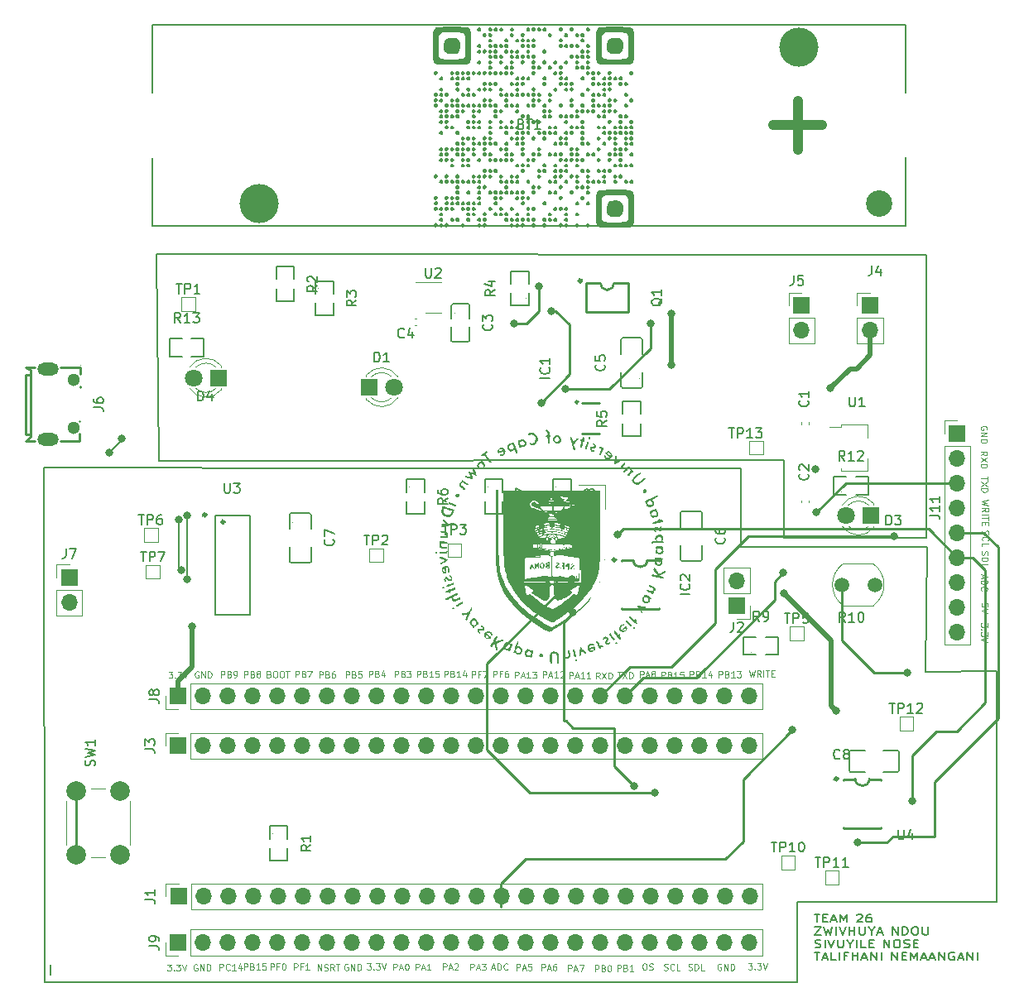
<source format=gbl>
%TF.GenerationSoftware,KiCad,Pcbnew,(7.0.0)*%
%TF.CreationDate,2023-04-04T11:17:58+02:00*%
%TF.ProjectId,Main Schematic,4d61696e-2053-4636-9865-6d617469632e,rev?*%
%TF.SameCoordinates,Original*%
%TF.FileFunction,Copper,L2,Bot*%
%TF.FilePolarity,Positive*%
%FSLAX46Y46*%
G04 Gerber Fmt 4.6, Leading zero omitted, Abs format (unit mm)*
G04 Created by KiCad (PCBNEW (7.0.0)) date 2023-04-04 11:17:58*
%MOMM*%
%LPD*%
G01*
G04 APERTURE LIST*
%TA.AperFunction,ComponentPad*%
%ADD10R,1.700000X1.700000*%
%TD*%
%TA.AperFunction,ComponentPad*%
%ADD11O,1.700000X1.700000*%
%TD*%
%TA.AperFunction,ComponentPad*%
%ADD12C,4.000000*%
%TD*%
%TA.AperFunction,ComponentPad*%
%ADD13C,2.700000*%
%TD*%
%TA.AperFunction,ComponentPad*%
%ADD14R,1.800000X1.800000*%
%TD*%
%TA.AperFunction,ComponentPad*%
%ADD15C,1.800000*%
%TD*%
%TA.AperFunction,ComponentPad*%
%ADD16C,1.300000*%
%TD*%
%TA.AperFunction,ComponentPad*%
%ADD17O,2.200000X1.300000*%
%TD*%
%TA.AperFunction,ComponentPad*%
%ADD18C,2.000000*%
%TD*%
%TA.AperFunction,ComponentPad*%
%ADD19C,1.500000*%
%TD*%
%TA.AperFunction,ViaPad*%
%ADD20C,0.800000*%
%TD*%
%TA.AperFunction,Conductor*%
%ADD21C,0.500000*%
%TD*%
%TA.AperFunction,Conductor*%
%ADD22C,0.250000*%
%TD*%
%TA.AperFunction,Conductor*%
%ADD23C,0.200000*%
%TD*%
%ADD24C,0.150000*%
%ADD25C,0.100000*%
%ADD26C,0.254000*%
%ADD27C,0.059995*%
%ADD28C,0.120000*%
%ADD29C,1.000000*%
%ADD30C,0.152400*%
%ADD31C,0.300000*%
G04 APERTURE END LIST*
D10*
%TO.P,J7,1,Pin_1*%
%TO.N,/USB D+*%
X104912885Y-96369186D03*
D11*
%TO.P,J7,2,Pin_2*%
%TO.N,/USB D-*%
X104912885Y-98909186D03*
%TD*%
D12*
%TO.P,BT1,*%
%TO.N,*%
X124312886Y-58109187D03*
X179512886Y-42109187D03*
D13*
X187732886Y-58109187D03*
%TD*%
D10*
%TO.P,J2,1,Pin_1*%
%TO.N,Net-(J2-Pin_1)*%
X173169999Y-99249999D03*
D11*
%TO.P,J2,2,Pin_2*%
%TO.N,/3.3V*%
X173169999Y-96709999D03*
%TD*%
D14*
%TO.P,D3,1,K*%
%TO.N,GND*%
X186894999Y-90049999D03*
D15*
%TO.P,D3,2,A*%
%TO.N,Net-(D3-A)*%
X184355000Y-90050000D03*
%TD*%
D10*
%TO.P,J3,1,Pin_1*%
%TO.N,/3.3V*%
X116052885Y-113599186D03*
D11*
%TO.P,J3,2,Pin_2*%
%TO.N,GND*%
X118592885Y-113599186D03*
%TO.P,J3,3,Pin_3*%
%TO.N,/PB9*%
X121132885Y-113599186D03*
%TO.P,J3,4,Pin_4*%
%TO.N,/PB8*%
X123672885Y-113599186D03*
%TO.P,J3,5,Pin_5*%
%TO.N,/BOOT*%
X126212885Y-113599186D03*
%TO.P,J3,6,Pin_6*%
%TO.N,/PB7*%
X128752885Y-113599186D03*
%TO.P,J3,7,Pin_7*%
%TO.N,/PB6*%
X131292885Y-113599186D03*
%TO.P,J3,8,Pin_8*%
%TO.N,/PB5*%
X133832885Y-113599186D03*
%TO.P,J3,9,Pin_9*%
%TO.N,/PB4*%
X136372885Y-113599186D03*
%TO.P,J3,10,Pin_10*%
%TO.N,/PB3*%
X138912885Y-113599186D03*
%TO.P,J3,11,Pin_11*%
%TO.N,/PA15*%
X141452885Y-113599186D03*
%TO.P,J3,12,Pin_12*%
%TO.N,/PA14*%
X143992885Y-113599186D03*
%TO.P,J3,13,Pin_13*%
%TO.N,/PF7*%
X146532885Y-113599186D03*
%TO.P,J3,14,Pin_14*%
%TO.N,/PF6*%
X149072885Y-113599186D03*
%TO.P,J3,15,Pin_15*%
%TO.N,/PA13*%
X151612885Y-113599186D03*
%TO.P,J3,16,Pin_16*%
%TO.N,/PA12*%
X154152885Y-113599186D03*
%TO.P,J3,17,Pin_17*%
%TO.N,/PA11*%
X156692885Y-113599186D03*
%TO.P,J3,18,Pin_18*%
%TO.N,/RXD*%
X159232885Y-113599186D03*
%TO.P,J3,19,Pin_19*%
%TO.N,/TXD*%
X161772885Y-113599186D03*
%TO.P,J3,20,Pin_20*%
%TO.N,/PA8*%
X164312885Y-113599186D03*
%TO.P,J3,21,Pin_21*%
%TO.N,/PB15*%
X166852885Y-113599186D03*
%TO.P,J3,22,Pin_22*%
%TO.N,/PB14*%
X169392885Y-113599186D03*
%TO.P,J3,23,Pin_23*%
%TO.N,/PB13*%
X171932885Y-113599186D03*
%TO.P,J3,24,Pin_24*%
%TO.N,/WRITE*%
X174472885Y-113599186D03*
%TD*%
D10*
%TO.P,J8,1,Pin_1*%
%TO.N,/3.3V*%
X116052885Y-108519186D03*
D11*
%TO.P,J8,2,Pin_2*%
%TO.N,GND*%
X118592885Y-108519186D03*
%TO.P,J8,3,Pin_3*%
%TO.N,/PB9*%
X121132885Y-108519186D03*
%TO.P,J8,4,Pin_4*%
%TO.N,/PB8*%
X123672885Y-108519186D03*
%TO.P,J8,5,Pin_5*%
%TO.N,/BOOT*%
X126212885Y-108519186D03*
%TO.P,J8,6,Pin_6*%
%TO.N,/PB7*%
X128752885Y-108519186D03*
%TO.P,J8,7,Pin_7*%
%TO.N,/PB6*%
X131292885Y-108519186D03*
%TO.P,J8,8,Pin_8*%
%TO.N,/PB5*%
X133832885Y-108519186D03*
%TO.P,J8,9,Pin_9*%
%TO.N,/PB4*%
X136372885Y-108519186D03*
%TO.P,J8,10,Pin_10*%
%TO.N,/PB3*%
X138912885Y-108519186D03*
%TO.P,J8,11,Pin_11*%
%TO.N,/PA15*%
X141452885Y-108519186D03*
%TO.P,J8,12,Pin_12*%
%TO.N,/PA14*%
X143992885Y-108519186D03*
%TO.P,J8,13,Pin_13*%
%TO.N,/PF7*%
X146532885Y-108519186D03*
%TO.P,J8,14,Pin_14*%
%TO.N,/PF6*%
X149072885Y-108519186D03*
%TO.P,J8,15,Pin_15*%
%TO.N,/PA13*%
X151612885Y-108519186D03*
%TO.P,J8,16,Pin_16*%
%TO.N,/PA12*%
X154152885Y-108519186D03*
%TO.P,J8,17,Pin_17*%
%TO.N,/PA11*%
X156692885Y-108519186D03*
%TO.P,J8,18,Pin_18*%
%TO.N,/RXD*%
X159232885Y-108519186D03*
%TO.P,J8,19,Pin_19*%
%TO.N,/TXD*%
X161772885Y-108519186D03*
%TO.P,J8,20,Pin_20*%
%TO.N,/PA8*%
X164312885Y-108519186D03*
%TO.P,J8,21,Pin_21*%
%TO.N,/PB15*%
X166852885Y-108519186D03*
%TO.P,J8,22,Pin_22*%
%TO.N,/PB14*%
X169392885Y-108519186D03*
%TO.P,J8,23,Pin_23*%
%TO.N,/PB13*%
X171932885Y-108519186D03*
%TO.P,J8,24,Pin_24*%
%TO.N,/WRITE*%
X174472885Y-108519186D03*
%TD*%
D14*
%TO.P,D4,1,K*%
%TO.N,GND*%
X120159999Y-75939999D03*
D15*
%TO.P,D4,2,A*%
%TO.N,Net-(D4-A)*%
X117620000Y-75940000D03*
%TD*%
D14*
%TO.P,D1,1,K*%
%TO.N,Net-(D1-K)*%
X135572885Y-76909186D03*
D15*
%TO.P,D1,2,A*%
%TO.N,Net-(D1-A)*%
X138112886Y-76909187D03*
%TD*%
D10*
%TO.P,J1,1,Pin_1*%
%TO.N,/3.3V*%
X116079999Y-129009999D03*
D11*
%TO.P,J1,2,Pin_2*%
%TO.N,/PC13*%
X118619999Y-129009999D03*
%TO.P,J1,3,Pin_3*%
%TO.N,/PC14*%
X121159999Y-129009999D03*
%TO.P,J1,4,Pin_4*%
%TO.N,/PC15*%
X123699999Y-129009999D03*
%TO.P,J1,5,Pin_5*%
%TO.N,/PF0*%
X126239999Y-129009999D03*
%TO.P,J1,6,Pin_6*%
%TO.N,/PF1*%
X128779999Y-129009999D03*
%TO.P,J1,7,Pin_7*%
%TO.N,/NRST*%
X131319999Y-129009999D03*
%TO.P,J1,8,Pin_8*%
%TO.N,GND*%
X133859999Y-129009999D03*
%TO.P,J1,9,Pin_9*%
%TO.N,/3.3V*%
X136399999Y-129009999D03*
%TO.P,J1,10,Pin_10*%
%TO.N,/PA0*%
X138939999Y-129009999D03*
%TO.P,J1,11,Pin_11*%
%TO.N,/PA1*%
X141479999Y-129009999D03*
%TO.P,J1,12,Pin_12*%
%TO.N,/PA2*%
X144019999Y-129009999D03*
%TO.P,J1,13,Pin_13*%
%TO.N,/PA3*%
X146559999Y-129009999D03*
%TO.P,J1,14,Pin_14*%
%TO.N,/ADC*%
X149099999Y-129009999D03*
%TO.P,J1,15,Pin_15*%
%TO.N,/PA5*%
X151639999Y-129009999D03*
%TO.P,J1,16,Pin_16*%
%TO.N,/PA6*%
X154179999Y-129009999D03*
%TO.P,J1,17,Pin_17*%
%TO.N,/PA7*%
X156719999Y-129009999D03*
%TO.P,J1,18,Pin_18*%
%TO.N,/PB0*%
X159259999Y-129009999D03*
%TO.P,J1,19,Pin_19*%
%TO.N,/PB1*%
X161799999Y-129009999D03*
%TO.P,J1,20,Pin_20*%
%TO.N,/OS*%
X164339999Y-129009999D03*
%TO.P,J1,21,Pin_21*%
%TO.N,/SCL*%
X166879999Y-129009999D03*
%TO.P,J1,22,Pin_22*%
%TO.N,/SDL*%
X169419999Y-129009999D03*
%TO.P,J1,23,Pin_23*%
%TO.N,GND*%
X171959999Y-129009999D03*
%TO.P,J1,24,Pin_24*%
%TO.N,/3.3V*%
X174499999Y-129009999D03*
%TD*%
D10*
%TO.P,J4,1,Pin_1*%
%TO.N,/Power Unit/V1*%
X186812885Y-68569186D03*
D11*
%TO.P,J4,2,Pin_2*%
%TO.N,Net-(J4-Pin_2)*%
X186812885Y-71109186D03*
%TD*%
D10*
%TO.P,J5,1,Pin_1*%
%TO.N,Net-(J4-Pin_2)*%
X179812885Y-68569186D03*
D11*
%TO.P,J5,2,Pin_2*%
%TO.N,/5V*%
X179812885Y-71109186D03*
%TD*%
D10*
%TO.P,J11,1,Pin_1*%
%TO.N,GND*%
X195719999Y-81619999D03*
D11*
%TO.P,J11,2,Pin_2*%
%TO.N,/RXD*%
X195719999Y-84159999D03*
%TO.P,J11,3,Pin_3*%
%TO.N,/TXD*%
X195719999Y-86699999D03*
%TO.P,J11,4,Pin_4*%
%TO.N,/WRITE*%
X195719999Y-89239999D03*
%TO.P,J11,5,Pin_5*%
%TO.N,/SCL*%
X195719999Y-91779999D03*
%TO.P,J11,6,Pin_6*%
%TO.N,/SDL*%
X195719999Y-94319999D03*
%TO.P,J11,7,Pin_7*%
%TO.N,/ADC*%
X195719999Y-96859999D03*
%TO.P,J11,8,Pin_8*%
%TO.N,/5V*%
X195719999Y-99399999D03*
%TO.P,J11,9,Pin_9*%
%TO.N,/3.3V*%
X195719999Y-101939999D03*
%TD*%
D16*
%TO.P,J6,6,Shield*%
%TO.N,GND*%
X105369554Y-81037943D03*
D17*
%TO.P,J6,7*%
%TO.N,N/C*%
X102699500Y-82212948D03*
%TO.P,J6,8*%
X102699500Y-75013050D03*
D16*
%TO.P,J6,9*%
X105369554Y-76188057D03*
%TD*%
D18*
%TO.P,SW1,1,1*%
%TO.N,GND*%
X110112886Y-118209187D03*
X110112886Y-124709187D03*
%TO.P,SW1,2,2*%
%TO.N,/NRST*%
X105612886Y-118209187D03*
X105612886Y-124709187D03*
%TD*%
D19*
%TO.P,R10,1*%
%TO.N,/ADC*%
X183912886Y-97109187D03*
%TO.P,R10,2*%
%TO.N,GND*%
X187312886Y-97109187D03*
%TD*%
D10*
%TO.P,J9,1,Pin_1*%
%TO.N,/NRST*%
X116052885Y-133730999D03*
D11*
%TO.P,J9,2,Pin_2*%
%TO.N,/PC13*%
X118592885Y-133730999D03*
%TO.P,J9,3,Pin_3*%
%TO.N,/PC14*%
X121132885Y-133730999D03*
%TO.P,J9,4,Pin_4*%
%TO.N,/PC15*%
X123672885Y-133730999D03*
%TO.P,J9,5,Pin_5*%
%TO.N,/PF0*%
X126212885Y-133730999D03*
%TO.P,J9,6,Pin_6*%
%TO.N,/PF1*%
X128752885Y-133730999D03*
%TO.P,J9,7,Pin_7*%
%TO.N,/NRST*%
X131292885Y-133730999D03*
%TO.P,J9,8,Pin_8*%
%TO.N,GND*%
X133832885Y-133730999D03*
%TO.P,J9,9,Pin_9*%
%TO.N,/3.3V*%
X136372885Y-133730999D03*
%TO.P,J9,10,Pin_10*%
%TO.N,/PA0*%
X138912885Y-133730999D03*
%TO.P,J9,11,Pin_11*%
%TO.N,/PA1*%
X141452885Y-133730999D03*
%TO.P,J9,12,Pin_12*%
%TO.N,/PA2*%
X143992885Y-133730999D03*
%TO.P,J9,13,Pin_13*%
%TO.N,/PA3*%
X146532885Y-133730999D03*
%TO.P,J9,14,Pin_14*%
%TO.N,/ADC*%
X149072885Y-133730999D03*
%TO.P,J9,15,Pin_15*%
%TO.N,/PA5*%
X151612885Y-133730999D03*
%TO.P,J9,16,Pin_16*%
%TO.N,/PA6*%
X154152885Y-133730999D03*
%TO.P,J9,17,Pin_17*%
%TO.N,/PA7*%
X156692885Y-133730999D03*
%TO.P,J9,18,Pin_18*%
%TO.N,/PB0*%
X159232885Y-133730999D03*
%TO.P,J9,19,Pin_19*%
%TO.N,/PB1*%
X161772885Y-133730999D03*
%TO.P,J9,20,Pin_20*%
%TO.N,/OS*%
X164312885Y-133730999D03*
%TO.P,J9,21,Pin_21*%
%TO.N,/SCL*%
X166852885Y-133730999D03*
%TO.P,J9,22,Pin_22*%
%TO.N,/SDL*%
X169392885Y-133730999D03*
%TO.P,J9,23,Pin_23*%
%TO.N,GND*%
X171932885Y-133730999D03*
%TO.P,J9,24,Pin_24*%
%TO.N,/3.3V*%
X174472885Y-133730999D03*
%TD*%
D20*
%TO.N,/Power Unit/V1*%
X166462886Y-69359187D03*
X166462886Y-74609187D03*
%TO.N,/3.3V*%
X181230000Y-85270000D03*
X183362886Y-110009187D03*
X178012886Y-97959187D03*
X117475000Y-101346000D03*
%TO.N,/Power Unit/OC*%
X153162000Y-78486000D03*
X154172886Y-69119187D03*
%TO.N,Net-(IC1-CS)*%
X150362886Y-70389187D03*
X152902886Y-66579187D03*
%TO.N,/Power Unit/OD*%
X155612886Y-77109187D03*
X164332886Y-70384687D03*
%TO.N,/SDL*%
X161000000Y-92000000D03*
X191162886Y-119209187D03*
%TO.N,/SCL*%
X164760000Y-118410000D03*
X156337000Y-96520000D03*
X185500000Y-123500000D03*
%TO.N,/OS*%
X156450000Y-99950000D03*
X162687000Y-117729000D03*
X162687000Y-117729000D03*
%TO.N,/ADC*%
X178862886Y-111959187D03*
X190612886Y-106159187D03*
%TO.N,/RXD*%
X189262886Y-92109187D03*
%TO.N,/USB D+*%
X116078000Y-90424000D03*
X116332000Y-95631000D03*
%TO.N,/USB D-*%
X110236000Y-82169000D03*
X108966000Y-83566000D03*
X116960000Y-96550000D03*
X116967000Y-90043000D03*
%TO.N,/TXD*%
X181290000Y-89710000D03*
X177912886Y-95909187D03*
%TO.N,Net-(J4-Pin_2)*%
X182762886Y-77009187D03*
%TD*%
D21*
%TO.N,/Power Unit/V1*%
X166462886Y-74609187D02*
X166462886Y-69359187D01*
%TO.N,/3.3V*%
X117500000Y-105500000D02*
X116052886Y-106947114D01*
X117475000Y-101346000D02*
X117500000Y-101371000D01*
X117500000Y-101321000D02*
X117475000Y-101346000D01*
X182837886Y-102784187D02*
X178012886Y-97959187D01*
X182837886Y-109484187D02*
X182837886Y-102784187D01*
X116052886Y-106947114D02*
X116052886Y-108519187D01*
X117500000Y-101371000D02*
X117500000Y-105500000D01*
X183362886Y-110009187D02*
X182837886Y-109484187D01*
D22*
%TO.N,/Power Unit/OC*%
X154172886Y-69119187D02*
X154672886Y-69119187D01*
X156062886Y-75585114D02*
X153162000Y-78486000D01*
X154672886Y-69119187D02*
X156062886Y-70509187D01*
X156062886Y-70509187D02*
X156062886Y-75585114D01*
%TO.N,Net-(IC1-CS)*%
X150362886Y-70389187D02*
X151632886Y-70389187D01*
X151632886Y-70389187D02*
X152902886Y-69119187D01*
X152902886Y-69119187D02*
X152902886Y-66579187D01*
%TO.N,/Power Unit/OD*%
X164332886Y-72929187D02*
X164332886Y-70384687D01*
X160152886Y-77109187D02*
X164332886Y-72929187D01*
X157112886Y-77109187D02*
X160152886Y-77109187D01*
X155612886Y-77109187D02*
X157112886Y-77109187D01*
%TO.N,/SDL*%
X198562886Y-95609187D02*
X197262886Y-94309187D01*
X192787886Y-91384187D02*
X161615813Y-91384187D01*
X197262886Y-94309187D02*
X195712886Y-94309187D01*
X195662886Y-112109187D02*
X198562886Y-109209187D01*
X191162886Y-119209187D02*
X191162886Y-114559187D01*
X193000000Y-91596301D02*
X192787886Y-91384187D01*
X191162886Y-114559187D02*
X193612886Y-112109187D01*
X161615813Y-91384187D02*
X161000000Y-92000000D01*
X198562886Y-109209187D02*
X198562886Y-95609187D01*
X193612886Y-112109187D02*
X195662886Y-112109187D01*
X195712886Y-94309187D02*
X193000000Y-91596301D01*
%TO.N,/SCL*%
X199912886Y-93259187D02*
X198422886Y-91769187D01*
X191912886Y-122859187D02*
X189140813Y-122859187D01*
X152002000Y-118381000D02*
X147634886Y-114013886D01*
X164575000Y-118381000D02*
X152002000Y-118381000D01*
X193412886Y-122859187D02*
X191912886Y-122859187D01*
X147634886Y-114013886D02*
X147634886Y-105222114D01*
X188500000Y-123500000D02*
X185500000Y-123500000D01*
X199912886Y-110809187D02*
X199912886Y-93259187D01*
X193412886Y-117309187D02*
X199912886Y-110809187D01*
X198422886Y-91769187D02*
X195712886Y-91769187D01*
X147634886Y-105222114D02*
X156337000Y-96520000D01*
X189140813Y-122859187D02*
X188500000Y-123500000D01*
X193412886Y-122859187D02*
X193412886Y-117309187D01*
%TO.N,/OS*%
X155499837Y-111049837D02*
X155448000Y-110998000D01*
X156463000Y-99950000D02*
X155448000Y-100965000D01*
X156412163Y-111760000D02*
X160670886Y-111760000D01*
X162687000Y-117729000D02*
X160670886Y-115712886D01*
X160670886Y-115712886D02*
X160670886Y-111760000D01*
X155702000Y-111049837D02*
X156412163Y-111760000D01*
X156450000Y-99950000D02*
X156463000Y-99950000D01*
X156406735Y-100006265D02*
X156450000Y-99963000D01*
X155702000Y-111049837D02*
X155499837Y-111049837D01*
X155448000Y-101046398D02*
X155448000Y-110998000D01*
X156450000Y-99963000D02*
X156450000Y-99950000D01*
%TO.N,/NRST*%
X105612886Y-118209187D02*
X105612886Y-124709187D01*
%TO.N,/ADC*%
X187262886Y-106159187D02*
X183912886Y-102809187D01*
X173812886Y-117009187D02*
X173812886Y-123409187D01*
X178862886Y-111959187D02*
X173812886Y-117009187D01*
X151562886Y-125209187D02*
X149072886Y-127699187D01*
X172012886Y-125209187D02*
X151562886Y-125209187D01*
X190612886Y-106159187D02*
X187262886Y-106159187D01*
X183912886Y-102809187D02*
X183912886Y-97109187D01*
X149072886Y-127699187D02*
X149072886Y-130109187D01*
X173812886Y-123409187D02*
X172012886Y-125209187D01*
%TO.N,/RXD*%
X171000000Y-95500000D02*
X171000000Y-101000000D01*
X166500000Y-105500000D02*
X162252073Y-105500000D01*
X189262886Y-92109187D02*
X174390813Y-92109187D01*
X171000000Y-101000000D02*
X166500000Y-105500000D01*
X162252073Y-105500000D02*
X159232886Y-108519187D01*
X174390813Y-92109187D02*
X171000000Y-95500000D01*
D23*
%TO.N,/USB D+*%
X116078000Y-95250000D02*
X116332000Y-95504000D01*
X116078000Y-90424000D02*
X116078000Y-93472000D01*
X116459000Y-95631000D02*
X116586000Y-95758000D01*
X116078000Y-93472000D02*
X116078000Y-95250000D01*
X116332000Y-95631000D02*
X116459000Y-95631000D01*
X116332000Y-95504000D02*
X116332000Y-95631000D01*
%TO.N,/USB D-*%
X116967000Y-90043000D02*
X116960000Y-96550000D01*
X110236000Y-82296000D02*
X110236000Y-82169000D01*
X108966000Y-83566000D02*
X110236000Y-82296000D01*
X116960000Y-96550000D02*
X116967000Y-96527000D01*
D22*
%TO.N,/TXD*%
X177035000Y-96787073D02*
X177035000Y-98665000D01*
X177035000Y-98665000D02*
X169040813Y-106659187D01*
X169040813Y-106659187D02*
X163632886Y-106659187D01*
X163632886Y-106659187D02*
X161772886Y-108519187D01*
X181290000Y-89710000D02*
X184310813Y-86689187D01*
X177912886Y-95909187D02*
X177035000Y-96787073D01*
X184310813Y-86689187D02*
X195712886Y-86689187D01*
D21*
%TO.N,Net-(J4-Pin_2)*%
X182762886Y-77009187D02*
X184762886Y-75009187D01*
X184762886Y-75009187D02*
X185430813Y-75009187D01*
X186812886Y-73627114D02*
X186812886Y-71109187D01*
X185430813Y-75009187D02*
X186812886Y-73627114D01*
%TD*%
D24*
X192659000Y-93218000D02*
X192500000Y-106010000D01*
X102362000Y-137795000D02*
X179324000Y-137795000D01*
X113792000Y-63246000D02*
X114046000Y-84455000D01*
X179324000Y-129540000D02*
X199771000Y-129540000D01*
X178020000Y-84400000D02*
X178030000Y-92330000D01*
X178030000Y-92330000D02*
X192520000Y-92330000D01*
X114046000Y-84455000D02*
X178020000Y-84400000D01*
X199771000Y-129540000D02*
X199771000Y-105918000D01*
X192532000Y-63373000D02*
X113792000Y-63246000D01*
X134874000Y-85217000D02*
X102290000Y-85150000D01*
X173609000Y-85217000D02*
X134874000Y-85217000D01*
X103000000Y-136000000D02*
X103000000Y-137000000D01*
X192659000Y-93218000D02*
X173609000Y-93218000D01*
X192532000Y-91313000D02*
X192532000Y-63373000D01*
X102290000Y-85150000D02*
X102362000Y-137795000D01*
X173609000Y-93218000D02*
X173609000Y-85217000D01*
X179324000Y-137795000D02*
X179324000Y-129540000D01*
X192520000Y-92330000D02*
X192532000Y-91313000D01*
X192500000Y-106010000D02*
X199771000Y-105918000D01*
D25*
X153334761Y-106618547D02*
X153334761Y-105968547D01*
X153334761Y-105968547D02*
X153582380Y-105968547D01*
X153582380Y-105968547D02*
X153644285Y-105999500D01*
X153644285Y-105999500D02*
X153675238Y-106030452D01*
X153675238Y-106030452D02*
X153706190Y-106092357D01*
X153706190Y-106092357D02*
X153706190Y-106185214D01*
X153706190Y-106185214D02*
X153675238Y-106247119D01*
X153675238Y-106247119D02*
X153644285Y-106278071D01*
X153644285Y-106278071D02*
X153582380Y-106309023D01*
X153582380Y-106309023D02*
X153334761Y-106309023D01*
X153953809Y-106432833D02*
X154263333Y-106432833D01*
X153891904Y-106618547D02*
X154108571Y-105968547D01*
X154108571Y-105968547D02*
X154325238Y-106618547D01*
X154882381Y-106618547D02*
X154510952Y-106618547D01*
X154696666Y-106618547D02*
X154696666Y-105968547D01*
X154696666Y-105968547D02*
X154634762Y-106061404D01*
X154634762Y-106061404D02*
X154572857Y-106123309D01*
X154572857Y-106123309D02*
X154510952Y-106154261D01*
X155130000Y-106030452D02*
X155160952Y-105999500D01*
X155160952Y-105999500D02*
X155222857Y-105968547D01*
X155222857Y-105968547D02*
X155377619Y-105968547D01*
X155377619Y-105968547D02*
X155439524Y-105999500D01*
X155439524Y-105999500D02*
X155470476Y-106030452D01*
X155470476Y-106030452D02*
X155501429Y-106092357D01*
X155501429Y-106092357D02*
X155501429Y-106154261D01*
X155501429Y-106154261D02*
X155470476Y-106247119D01*
X155470476Y-106247119D02*
X155099048Y-106618547D01*
X155099048Y-106618547D02*
X155501429Y-106618547D01*
X130464761Y-106638547D02*
X130464761Y-105988547D01*
X130464761Y-105988547D02*
X130712380Y-105988547D01*
X130712380Y-105988547D02*
X130774285Y-106019500D01*
X130774285Y-106019500D02*
X130805238Y-106050452D01*
X130805238Y-106050452D02*
X130836190Y-106112357D01*
X130836190Y-106112357D02*
X130836190Y-106205214D01*
X130836190Y-106205214D02*
X130805238Y-106267119D01*
X130805238Y-106267119D02*
X130774285Y-106298071D01*
X130774285Y-106298071D02*
X130712380Y-106329023D01*
X130712380Y-106329023D02*
X130464761Y-106329023D01*
X131331428Y-106298071D02*
X131424285Y-106329023D01*
X131424285Y-106329023D02*
X131455238Y-106359976D01*
X131455238Y-106359976D02*
X131486190Y-106421880D01*
X131486190Y-106421880D02*
X131486190Y-106514738D01*
X131486190Y-106514738D02*
X131455238Y-106576642D01*
X131455238Y-106576642D02*
X131424285Y-106607595D01*
X131424285Y-106607595D02*
X131362380Y-106638547D01*
X131362380Y-106638547D02*
X131114761Y-106638547D01*
X131114761Y-106638547D02*
X131114761Y-105988547D01*
X131114761Y-105988547D02*
X131331428Y-105988547D01*
X131331428Y-105988547D02*
X131393333Y-106019500D01*
X131393333Y-106019500D02*
X131424285Y-106050452D01*
X131424285Y-106050452D02*
X131455238Y-106112357D01*
X131455238Y-106112357D02*
X131455238Y-106174261D01*
X131455238Y-106174261D02*
X131424285Y-106236166D01*
X131424285Y-106236166D02*
X131393333Y-106267119D01*
X131393333Y-106267119D02*
X131331428Y-106298071D01*
X131331428Y-106298071D02*
X131114761Y-106298071D01*
X132043333Y-105988547D02*
X131919523Y-105988547D01*
X131919523Y-105988547D02*
X131857619Y-106019500D01*
X131857619Y-106019500D02*
X131826666Y-106050452D01*
X131826666Y-106050452D02*
X131764761Y-106143309D01*
X131764761Y-106143309D02*
X131733809Y-106267119D01*
X131733809Y-106267119D02*
X131733809Y-106514738D01*
X131733809Y-106514738D02*
X131764761Y-106576642D01*
X131764761Y-106576642D02*
X131795714Y-106607595D01*
X131795714Y-106607595D02*
X131857619Y-106638547D01*
X131857619Y-106638547D02*
X131981428Y-106638547D01*
X131981428Y-106638547D02*
X132043333Y-106607595D01*
X132043333Y-106607595D02*
X132074285Y-106576642D01*
X132074285Y-106576642D02*
X132105238Y-106514738D01*
X132105238Y-106514738D02*
X132105238Y-106359976D01*
X132105238Y-106359976D02*
X132074285Y-106298071D01*
X132074285Y-106298071D02*
X132043333Y-106267119D01*
X132043333Y-106267119D02*
X131981428Y-106236166D01*
X131981428Y-106236166D02*
X131857619Y-106236166D01*
X131857619Y-106236166D02*
X131795714Y-106267119D01*
X131795714Y-106267119D02*
X131764761Y-106298071D01*
X131764761Y-106298071D02*
X131733809Y-106359976D01*
X133184761Y-106618547D02*
X133184761Y-105968547D01*
X133184761Y-105968547D02*
X133432380Y-105968547D01*
X133432380Y-105968547D02*
X133494285Y-105999500D01*
X133494285Y-105999500D02*
X133525238Y-106030452D01*
X133525238Y-106030452D02*
X133556190Y-106092357D01*
X133556190Y-106092357D02*
X133556190Y-106185214D01*
X133556190Y-106185214D02*
X133525238Y-106247119D01*
X133525238Y-106247119D02*
X133494285Y-106278071D01*
X133494285Y-106278071D02*
X133432380Y-106309023D01*
X133432380Y-106309023D02*
X133184761Y-106309023D01*
X134051428Y-106278071D02*
X134144285Y-106309023D01*
X134144285Y-106309023D02*
X134175238Y-106339976D01*
X134175238Y-106339976D02*
X134206190Y-106401880D01*
X134206190Y-106401880D02*
X134206190Y-106494738D01*
X134206190Y-106494738D02*
X134175238Y-106556642D01*
X134175238Y-106556642D02*
X134144285Y-106587595D01*
X134144285Y-106587595D02*
X134082380Y-106618547D01*
X134082380Y-106618547D02*
X133834761Y-106618547D01*
X133834761Y-106618547D02*
X133834761Y-105968547D01*
X133834761Y-105968547D02*
X134051428Y-105968547D01*
X134051428Y-105968547D02*
X134113333Y-105999500D01*
X134113333Y-105999500D02*
X134144285Y-106030452D01*
X134144285Y-106030452D02*
X134175238Y-106092357D01*
X134175238Y-106092357D02*
X134175238Y-106154261D01*
X134175238Y-106154261D02*
X134144285Y-106216166D01*
X134144285Y-106216166D02*
X134113333Y-106247119D01*
X134113333Y-106247119D02*
X134051428Y-106278071D01*
X134051428Y-106278071D02*
X133834761Y-106278071D01*
X134794285Y-105968547D02*
X134484761Y-105968547D01*
X134484761Y-105968547D02*
X134453809Y-106278071D01*
X134453809Y-106278071D02*
X134484761Y-106247119D01*
X134484761Y-106247119D02*
X134546666Y-106216166D01*
X134546666Y-106216166D02*
X134701428Y-106216166D01*
X134701428Y-106216166D02*
X134763333Y-106247119D01*
X134763333Y-106247119D02*
X134794285Y-106278071D01*
X134794285Y-106278071D02*
X134825238Y-106339976D01*
X134825238Y-106339976D02*
X134825238Y-106494738D01*
X134825238Y-106494738D02*
X134794285Y-106556642D01*
X134794285Y-106556642D02*
X134763333Y-106587595D01*
X134763333Y-106587595D02*
X134701428Y-106618547D01*
X134701428Y-106618547D02*
X134546666Y-106618547D01*
X134546666Y-106618547D02*
X134484761Y-106587595D01*
X134484761Y-106587595D02*
X134453809Y-106556642D01*
X122804761Y-106605547D02*
X122804761Y-105955547D01*
X122804761Y-105955547D02*
X123052380Y-105955547D01*
X123052380Y-105955547D02*
X123114285Y-105986500D01*
X123114285Y-105986500D02*
X123145238Y-106017452D01*
X123145238Y-106017452D02*
X123176190Y-106079357D01*
X123176190Y-106079357D02*
X123176190Y-106172214D01*
X123176190Y-106172214D02*
X123145238Y-106234119D01*
X123145238Y-106234119D02*
X123114285Y-106265071D01*
X123114285Y-106265071D02*
X123052380Y-106296023D01*
X123052380Y-106296023D02*
X122804761Y-106296023D01*
X123671428Y-106265071D02*
X123764285Y-106296023D01*
X123764285Y-106296023D02*
X123795238Y-106326976D01*
X123795238Y-106326976D02*
X123826190Y-106388880D01*
X123826190Y-106388880D02*
X123826190Y-106481738D01*
X123826190Y-106481738D02*
X123795238Y-106543642D01*
X123795238Y-106543642D02*
X123764285Y-106574595D01*
X123764285Y-106574595D02*
X123702380Y-106605547D01*
X123702380Y-106605547D02*
X123454761Y-106605547D01*
X123454761Y-106605547D02*
X123454761Y-105955547D01*
X123454761Y-105955547D02*
X123671428Y-105955547D01*
X123671428Y-105955547D02*
X123733333Y-105986500D01*
X123733333Y-105986500D02*
X123764285Y-106017452D01*
X123764285Y-106017452D02*
X123795238Y-106079357D01*
X123795238Y-106079357D02*
X123795238Y-106141261D01*
X123795238Y-106141261D02*
X123764285Y-106203166D01*
X123764285Y-106203166D02*
X123733333Y-106234119D01*
X123733333Y-106234119D02*
X123671428Y-106265071D01*
X123671428Y-106265071D02*
X123454761Y-106265071D01*
X124197619Y-106234119D02*
X124135714Y-106203166D01*
X124135714Y-106203166D02*
X124104761Y-106172214D01*
X124104761Y-106172214D02*
X124073809Y-106110309D01*
X124073809Y-106110309D02*
X124073809Y-106079357D01*
X124073809Y-106079357D02*
X124104761Y-106017452D01*
X124104761Y-106017452D02*
X124135714Y-105986500D01*
X124135714Y-105986500D02*
X124197619Y-105955547D01*
X124197619Y-105955547D02*
X124321428Y-105955547D01*
X124321428Y-105955547D02*
X124383333Y-105986500D01*
X124383333Y-105986500D02*
X124414285Y-106017452D01*
X124414285Y-106017452D02*
X124445238Y-106079357D01*
X124445238Y-106079357D02*
X124445238Y-106110309D01*
X124445238Y-106110309D02*
X124414285Y-106172214D01*
X124414285Y-106172214D02*
X124383333Y-106203166D01*
X124383333Y-106203166D02*
X124321428Y-106234119D01*
X124321428Y-106234119D02*
X124197619Y-106234119D01*
X124197619Y-106234119D02*
X124135714Y-106265071D01*
X124135714Y-106265071D02*
X124104761Y-106296023D01*
X124104761Y-106296023D02*
X124073809Y-106357928D01*
X124073809Y-106357928D02*
X124073809Y-106481738D01*
X124073809Y-106481738D02*
X124104761Y-106543642D01*
X124104761Y-106543642D02*
X124135714Y-106574595D01*
X124135714Y-106574595D02*
X124197619Y-106605547D01*
X124197619Y-106605547D02*
X124321428Y-106605547D01*
X124321428Y-106605547D02*
X124383333Y-106574595D01*
X124383333Y-106574595D02*
X124414285Y-106543642D01*
X124414285Y-106543642D02*
X124445238Y-106481738D01*
X124445238Y-106481738D02*
X124445238Y-106357928D01*
X124445238Y-106357928D02*
X124414285Y-106296023D01*
X124414285Y-106296023D02*
X124383333Y-106265071D01*
X124383333Y-106265071D02*
X124321428Y-106234119D01*
X158684761Y-136698547D02*
X158684761Y-136048547D01*
X158684761Y-136048547D02*
X158932380Y-136048547D01*
X158932380Y-136048547D02*
X158994285Y-136079500D01*
X158994285Y-136079500D02*
X159025238Y-136110452D01*
X159025238Y-136110452D02*
X159056190Y-136172357D01*
X159056190Y-136172357D02*
X159056190Y-136265214D01*
X159056190Y-136265214D02*
X159025238Y-136327119D01*
X159025238Y-136327119D02*
X158994285Y-136358071D01*
X158994285Y-136358071D02*
X158932380Y-136389023D01*
X158932380Y-136389023D02*
X158684761Y-136389023D01*
X159551428Y-136358071D02*
X159644285Y-136389023D01*
X159644285Y-136389023D02*
X159675238Y-136419976D01*
X159675238Y-136419976D02*
X159706190Y-136481880D01*
X159706190Y-136481880D02*
X159706190Y-136574738D01*
X159706190Y-136574738D02*
X159675238Y-136636642D01*
X159675238Y-136636642D02*
X159644285Y-136667595D01*
X159644285Y-136667595D02*
X159582380Y-136698547D01*
X159582380Y-136698547D02*
X159334761Y-136698547D01*
X159334761Y-136698547D02*
X159334761Y-136048547D01*
X159334761Y-136048547D02*
X159551428Y-136048547D01*
X159551428Y-136048547D02*
X159613333Y-136079500D01*
X159613333Y-136079500D02*
X159644285Y-136110452D01*
X159644285Y-136110452D02*
X159675238Y-136172357D01*
X159675238Y-136172357D02*
X159675238Y-136234261D01*
X159675238Y-136234261D02*
X159644285Y-136296166D01*
X159644285Y-136296166D02*
X159613333Y-136327119D01*
X159613333Y-136327119D02*
X159551428Y-136358071D01*
X159551428Y-136358071D02*
X159334761Y-136358071D01*
X160108571Y-136048547D02*
X160170476Y-136048547D01*
X160170476Y-136048547D02*
X160232380Y-136079500D01*
X160232380Y-136079500D02*
X160263333Y-136110452D01*
X160263333Y-136110452D02*
X160294285Y-136172357D01*
X160294285Y-136172357D02*
X160325238Y-136296166D01*
X160325238Y-136296166D02*
X160325238Y-136450928D01*
X160325238Y-136450928D02*
X160294285Y-136574738D01*
X160294285Y-136574738D02*
X160263333Y-136636642D01*
X160263333Y-136636642D02*
X160232380Y-136667595D01*
X160232380Y-136667595D02*
X160170476Y-136698547D01*
X160170476Y-136698547D02*
X160108571Y-136698547D01*
X160108571Y-136698547D02*
X160046666Y-136667595D01*
X160046666Y-136667595D02*
X160015714Y-136636642D01*
X160015714Y-136636642D02*
X159984761Y-136574738D01*
X159984761Y-136574738D02*
X159953809Y-136450928D01*
X159953809Y-136450928D02*
X159953809Y-136296166D01*
X159953809Y-136296166D02*
X159984761Y-136172357D01*
X159984761Y-136172357D02*
X160015714Y-136110452D01*
X160015714Y-136110452D02*
X160046666Y-136079500D01*
X160046666Y-136079500D02*
X160108571Y-136048547D01*
X198861452Y-99354285D02*
X198861452Y-99044761D01*
X198861452Y-99044761D02*
X198551928Y-99013809D01*
X198551928Y-99013809D02*
X198582880Y-99044761D01*
X198582880Y-99044761D02*
X198613833Y-99106666D01*
X198613833Y-99106666D02*
X198613833Y-99261428D01*
X198613833Y-99261428D02*
X198582880Y-99323333D01*
X198582880Y-99323333D02*
X198551928Y-99354285D01*
X198551928Y-99354285D02*
X198490023Y-99385238D01*
X198490023Y-99385238D02*
X198335261Y-99385238D01*
X198335261Y-99385238D02*
X198273357Y-99354285D01*
X198273357Y-99354285D02*
X198242404Y-99323333D01*
X198242404Y-99323333D02*
X198211452Y-99261428D01*
X198211452Y-99261428D02*
X198211452Y-99106666D01*
X198211452Y-99106666D02*
X198242404Y-99044761D01*
X198242404Y-99044761D02*
X198273357Y-99013809D01*
X198861452Y-99570952D02*
X198211452Y-99787619D01*
X198211452Y-99787619D02*
X198861452Y-100004286D01*
X125341428Y-106268071D02*
X125434285Y-106299023D01*
X125434285Y-106299023D02*
X125465238Y-106329976D01*
X125465238Y-106329976D02*
X125496190Y-106391880D01*
X125496190Y-106391880D02*
X125496190Y-106484738D01*
X125496190Y-106484738D02*
X125465238Y-106546642D01*
X125465238Y-106546642D02*
X125434285Y-106577595D01*
X125434285Y-106577595D02*
X125372380Y-106608547D01*
X125372380Y-106608547D02*
X125124761Y-106608547D01*
X125124761Y-106608547D02*
X125124761Y-105958547D01*
X125124761Y-105958547D02*
X125341428Y-105958547D01*
X125341428Y-105958547D02*
X125403333Y-105989500D01*
X125403333Y-105989500D02*
X125434285Y-106020452D01*
X125434285Y-106020452D02*
X125465238Y-106082357D01*
X125465238Y-106082357D02*
X125465238Y-106144261D01*
X125465238Y-106144261D02*
X125434285Y-106206166D01*
X125434285Y-106206166D02*
X125403333Y-106237119D01*
X125403333Y-106237119D02*
X125341428Y-106268071D01*
X125341428Y-106268071D02*
X125124761Y-106268071D01*
X125898571Y-105958547D02*
X126022380Y-105958547D01*
X126022380Y-105958547D02*
X126084285Y-105989500D01*
X126084285Y-105989500D02*
X126146190Y-106051404D01*
X126146190Y-106051404D02*
X126177142Y-106175214D01*
X126177142Y-106175214D02*
X126177142Y-106391880D01*
X126177142Y-106391880D02*
X126146190Y-106515690D01*
X126146190Y-106515690D02*
X126084285Y-106577595D01*
X126084285Y-106577595D02*
X126022380Y-106608547D01*
X126022380Y-106608547D02*
X125898571Y-106608547D01*
X125898571Y-106608547D02*
X125836666Y-106577595D01*
X125836666Y-106577595D02*
X125774761Y-106515690D01*
X125774761Y-106515690D02*
X125743809Y-106391880D01*
X125743809Y-106391880D02*
X125743809Y-106175214D01*
X125743809Y-106175214D02*
X125774761Y-106051404D01*
X125774761Y-106051404D02*
X125836666Y-105989500D01*
X125836666Y-105989500D02*
X125898571Y-105958547D01*
X126579523Y-105958547D02*
X126703332Y-105958547D01*
X126703332Y-105958547D02*
X126765237Y-105989500D01*
X126765237Y-105989500D02*
X126827142Y-106051404D01*
X126827142Y-106051404D02*
X126858094Y-106175214D01*
X126858094Y-106175214D02*
X126858094Y-106391880D01*
X126858094Y-106391880D02*
X126827142Y-106515690D01*
X126827142Y-106515690D02*
X126765237Y-106577595D01*
X126765237Y-106577595D02*
X126703332Y-106608547D01*
X126703332Y-106608547D02*
X126579523Y-106608547D01*
X126579523Y-106608547D02*
X126517618Y-106577595D01*
X126517618Y-106577595D02*
X126455713Y-106515690D01*
X126455713Y-106515690D02*
X126424761Y-106391880D01*
X126424761Y-106391880D02*
X126424761Y-106175214D01*
X126424761Y-106175214D02*
X126455713Y-106051404D01*
X126455713Y-106051404D02*
X126517618Y-105989500D01*
X126517618Y-105989500D02*
X126579523Y-105958547D01*
X127043808Y-105958547D02*
X127415237Y-105958547D01*
X127229523Y-106608547D02*
X127229523Y-105958547D01*
X130334761Y-136598547D02*
X130334761Y-135948547D01*
X130334761Y-135948547D02*
X130706190Y-136598547D01*
X130706190Y-136598547D02*
X130706190Y-135948547D01*
X130984761Y-136567595D02*
X131077618Y-136598547D01*
X131077618Y-136598547D02*
X131232380Y-136598547D01*
X131232380Y-136598547D02*
X131294285Y-136567595D01*
X131294285Y-136567595D02*
X131325237Y-136536642D01*
X131325237Y-136536642D02*
X131356190Y-136474738D01*
X131356190Y-136474738D02*
X131356190Y-136412833D01*
X131356190Y-136412833D02*
X131325237Y-136350928D01*
X131325237Y-136350928D02*
X131294285Y-136319976D01*
X131294285Y-136319976D02*
X131232380Y-136289023D01*
X131232380Y-136289023D02*
X131108571Y-136258071D01*
X131108571Y-136258071D02*
X131046666Y-136227119D01*
X131046666Y-136227119D02*
X131015713Y-136196166D01*
X131015713Y-136196166D02*
X130984761Y-136134261D01*
X130984761Y-136134261D02*
X130984761Y-136072357D01*
X130984761Y-136072357D02*
X131015713Y-136010452D01*
X131015713Y-136010452D02*
X131046666Y-135979500D01*
X131046666Y-135979500D02*
X131108571Y-135948547D01*
X131108571Y-135948547D02*
X131263332Y-135948547D01*
X131263332Y-135948547D02*
X131356190Y-135979500D01*
X132006190Y-136598547D02*
X131789523Y-136289023D01*
X131634761Y-136598547D02*
X131634761Y-135948547D01*
X131634761Y-135948547D02*
X131882380Y-135948547D01*
X131882380Y-135948547D02*
X131944285Y-135979500D01*
X131944285Y-135979500D02*
X131975238Y-136010452D01*
X131975238Y-136010452D02*
X132006190Y-136072357D01*
X132006190Y-136072357D02*
X132006190Y-136165214D01*
X132006190Y-136165214D02*
X131975238Y-136227119D01*
X131975238Y-136227119D02*
X131944285Y-136258071D01*
X131944285Y-136258071D02*
X131882380Y-136289023D01*
X131882380Y-136289023D02*
X131634761Y-136289023D01*
X132191904Y-135948547D02*
X132563333Y-135948547D01*
X132377619Y-136598547D02*
X132377619Y-135948547D01*
X198242404Y-93693809D02*
X198211452Y-93786666D01*
X198211452Y-93786666D02*
X198211452Y-93941428D01*
X198211452Y-93941428D02*
X198242404Y-94003333D01*
X198242404Y-94003333D02*
X198273357Y-94034285D01*
X198273357Y-94034285D02*
X198335261Y-94065238D01*
X198335261Y-94065238D02*
X198397166Y-94065238D01*
X198397166Y-94065238D02*
X198459071Y-94034285D01*
X198459071Y-94034285D02*
X198490023Y-94003333D01*
X198490023Y-94003333D02*
X198520976Y-93941428D01*
X198520976Y-93941428D02*
X198551928Y-93817619D01*
X198551928Y-93817619D02*
X198582880Y-93755714D01*
X198582880Y-93755714D02*
X198613833Y-93724761D01*
X198613833Y-93724761D02*
X198675738Y-93693809D01*
X198675738Y-93693809D02*
X198737642Y-93693809D01*
X198737642Y-93693809D02*
X198799547Y-93724761D01*
X198799547Y-93724761D02*
X198830500Y-93755714D01*
X198830500Y-93755714D02*
X198861452Y-93817619D01*
X198861452Y-93817619D02*
X198861452Y-93972380D01*
X198861452Y-93972380D02*
X198830500Y-94065238D01*
X198211452Y-94343809D02*
X198861452Y-94343809D01*
X198861452Y-94343809D02*
X198861452Y-94498571D01*
X198861452Y-94498571D02*
X198830500Y-94591428D01*
X198830500Y-94591428D02*
X198768595Y-94653333D01*
X198768595Y-94653333D02*
X198706690Y-94684286D01*
X198706690Y-94684286D02*
X198582880Y-94715238D01*
X198582880Y-94715238D02*
X198490023Y-94715238D01*
X198490023Y-94715238D02*
X198366214Y-94684286D01*
X198366214Y-94684286D02*
X198304309Y-94653333D01*
X198304309Y-94653333D02*
X198242404Y-94591428D01*
X198242404Y-94591428D02*
X198211452Y-94498571D01*
X198211452Y-94498571D02*
X198211452Y-94343809D01*
X198211452Y-95303333D02*
X198211452Y-94993809D01*
X198211452Y-94993809D02*
X198861452Y-94993809D01*
X120424761Y-106598547D02*
X120424761Y-105948547D01*
X120424761Y-105948547D02*
X120672380Y-105948547D01*
X120672380Y-105948547D02*
X120734285Y-105979500D01*
X120734285Y-105979500D02*
X120765238Y-106010452D01*
X120765238Y-106010452D02*
X120796190Y-106072357D01*
X120796190Y-106072357D02*
X120796190Y-106165214D01*
X120796190Y-106165214D02*
X120765238Y-106227119D01*
X120765238Y-106227119D02*
X120734285Y-106258071D01*
X120734285Y-106258071D02*
X120672380Y-106289023D01*
X120672380Y-106289023D02*
X120424761Y-106289023D01*
X121291428Y-106258071D02*
X121384285Y-106289023D01*
X121384285Y-106289023D02*
X121415238Y-106319976D01*
X121415238Y-106319976D02*
X121446190Y-106381880D01*
X121446190Y-106381880D02*
X121446190Y-106474738D01*
X121446190Y-106474738D02*
X121415238Y-106536642D01*
X121415238Y-106536642D02*
X121384285Y-106567595D01*
X121384285Y-106567595D02*
X121322380Y-106598547D01*
X121322380Y-106598547D02*
X121074761Y-106598547D01*
X121074761Y-106598547D02*
X121074761Y-105948547D01*
X121074761Y-105948547D02*
X121291428Y-105948547D01*
X121291428Y-105948547D02*
X121353333Y-105979500D01*
X121353333Y-105979500D02*
X121384285Y-106010452D01*
X121384285Y-106010452D02*
X121415238Y-106072357D01*
X121415238Y-106072357D02*
X121415238Y-106134261D01*
X121415238Y-106134261D02*
X121384285Y-106196166D01*
X121384285Y-106196166D02*
X121353333Y-106227119D01*
X121353333Y-106227119D02*
X121291428Y-106258071D01*
X121291428Y-106258071D02*
X121074761Y-106258071D01*
X121755714Y-106598547D02*
X121879523Y-106598547D01*
X121879523Y-106598547D02*
X121941428Y-106567595D01*
X121941428Y-106567595D02*
X121972380Y-106536642D01*
X121972380Y-106536642D02*
X122034285Y-106443785D01*
X122034285Y-106443785D02*
X122065238Y-106319976D01*
X122065238Y-106319976D02*
X122065238Y-106072357D01*
X122065238Y-106072357D02*
X122034285Y-106010452D01*
X122034285Y-106010452D02*
X122003333Y-105979500D01*
X122003333Y-105979500D02*
X121941428Y-105948547D01*
X121941428Y-105948547D02*
X121817619Y-105948547D01*
X121817619Y-105948547D02*
X121755714Y-105979500D01*
X121755714Y-105979500D02*
X121724761Y-106010452D01*
X121724761Y-106010452D02*
X121693809Y-106072357D01*
X121693809Y-106072357D02*
X121693809Y-106227119D01*
X121693809Y-106227119D02*
X121724761Y-106289023D01*
X121724761Y-106289023D02*
X121755714Y-106319976D01*
X121755714Y-106319976D02*
X121817619Y-106350928D01*
X121817619Y-106350928D02*
X121941428Y-106350928D01*
X121941428Y-106350928D02*
X122003333Y-106319976D01*
X122003333Y-106319976D02*
X122034285Y-106289023D01*
X122034285Y-106289023D02*
X122065238Y-106227119D01*
X120294761Y-136558547D02*
X120294761Y-135908547D01*
X120294761Y-135908547D02*
X120542380Y-135908547D01*
X120542380Y-135908547D02*
X120604285Y-135939500D01*
X120604285Y-135939500D02*
X120635238Y-135970452D01*
X120635238Y-135970452D02*
X120666190Y-136032357D01*
X120666190Y-136032357D02*
X120666190Y-136125214D01*
X120666190Y-136125214D02*
X120635238Y-136187119D01*
X120635238Y-136187119D02*
X120604285Y-136218071D01*
X120604285Y-136218071D02*
X120542380Y-136249023D01*
X120542380Y-136249023D02*
X120294761Y-136249023D01*
X121316190Y-136496642D02*
X121285238Y-136527595D01*
X121285238Y-136527595D02*
X121192380Y-136558547D01*
X121192380Y-136558547D02*
X121130476Y-136558547D01*
X121130476Y-136558547D02*
X121037619Y-136527595D01*
X121037619Y-136527595D02*
X120975714Y-136465690D01*
X120975714Y-136465690D02*
X120944761Y-136403785D01*
X120944761Y-136403785D02*
X120913809Y-136279976D01*
X120913809Y-136279976D02*
X120913809Y-136187119D01*
X120913809Y-136187119D02*
X120944761Y-136063309D01*
X120944761Y-136063309D02*
X120975714Y-136001404D01*
X120975714Y-136001404D02*
X121037619Y-135939500D01*
X121037619Y-135939500D02*
X121130476Y-135908547D01*
X121130476Y-135908547D02*
X121192380Y-135908547D01*
X121192380Y-135908547D02*
X121285238Y-135939500D01*
X121285238Y-135939500D02*
X121316190Y-135970452D01*
X121935238Y-136558547D02*
X121563809Y-136558547D01*
X121749523Y-136558547D02*
X121749523Y-135908547D01*
X121749523Y-135908547D02*
X121687619Y-136001404D01*
X121687619Y-136001404D02*
X121625714Y-136063309D01*
X121625714Y-136063309D02*
X121563809Y-136094261D01*
X122492381Y-136125214D02*
X122492381Y-136558547D01*
X122337619Y-135877595D02*
X122182857Y-136341880D01*
X122182857Y-136341880D02*
X122585238Y-136341880D01*
X171555238Y-135939500D02*
X171493333Y-135908547D01*
X171493333Y-135908547D02*
X171400476Y-135908547D01*
X171400476Y-135908547D02*
X171307619Y-135939500D01*
X171307619Y-135939500D02*
X171245714Y-136001404D01*
X171245714Y-136001404D02*
X171214761Y-136063309D01*
X171214761Y-136063309D02*
X171183809Y-136187119D01*
X171183809Y-136187119D02*
X171183809Y-136279976D01*
X171183809Y-136279976D02*
X171214761Y-136403785D01*
X171214761Y-136403785D02*
X171245714Y-136465690D01*
X171245714Y-136465690D02*
X171307619Y-136527595D01*
X171307619Y-136527595D02*
X171400476Y-136558547D01*
X171400476Y-136558547D02*
X171462380Y-136558547D01*
X171462380Y-136558547D02*
X171555238Y-136527595D01*
X171555238Y-136527595D02*
X171586190Y-136496642D01*
X171586190Y-136496642D02*
X171586190Y-136279976D01*
X171586190Y-136279976D02*
X171462380Y-136279976D01*
X171864761Y-136558547D02*
X171864761Y-135908547D01*
X171864761Y-135908547D02*
X172236190Y-136558547D01*
X172236190Y-136558547D02*
X172236190Y-135908547D01*
X172545713Y-136558547D02*
X172545713Y-135908547D01*
X172545713Y-135908547D02*
X172700475Y-135908547D01*
X172700475Y-135908547D02*
X172793332Y-135939500D01*
X172793332Y-135939500D02*
X172855237Y-136001404D01*
X172855237Y-136001404D02*
X172886190Y-136063309D01*
X172886190Y-136063309D02*
X172917142Y-136187119D01*
X172917142Y-136187119D02*
X172917142Y-136279976D01*
X172917142Y-136279976D02*
X172886190Y-136403785D01*
X172886190Y-136403785D02*
X172855237Y-136465690D01*
X172855237Y-136465690D02*
X172793332Y-136527595D01*
X172793332Y-136527595D02*
X172700475Y-136558547D01*
X172700475Y-136558547D02*
X172545713Y-136558547D01*
X117985238Y-135979500D02*
X117923333Y-135948547D01*
X117923333Y-135948547D02*
X117830476Y-135948547D01*
X117830476Y-135948547D02*
X117737619Y-135979500D01*
X117737619Y-135979500D02*
X117675714Y-136041404D01*
X117675714Y-136041404D02*
X117644761Y-136103309D01*
X117644761Y-136103309D02*
X117613809Y-136227119D01*
X117613809Y-136227119D02*
X117613809Y-136319976D01*
X117613809Y-136319976D02*
X117644761Y-136443785D01*
X117644761Y-136443785D02*
X117675714Y-136505690D01*
X117675714Y-136505690D02*
X117737619Y-136567595D01*
X117737619Y-136567595D02*
X117830476Y-136598547D01*
X117830476Y-136598547D02*
X117892380Y-136598547D01*
X117892380Y-136598547D02*
X117985238Y-136567595D01*
X117985238Y-136567595D02*
X118016190Y-136536642D01*
X118016190Y-136536642D02*
X118016190Y-136319976D01*
X118016190Y-136319976D02*
X117892380Y-136319976D01*
X118294761Y-136598547D02*
X118294761Y-135948547D01*
X118294761Y-135948547D02*
X118666190Y-136598547D01*
X118666190Y-136598547D02*
X118666190Y-135948547D01*
X118975713Y-136598547D02*
X118975713Y-135948547D01*
X118975713Y-135948547D02*
X119130475Y-135948547D01*
X119130475Y-135948547D02*
X119223332Y-135979500D01*
X119223332Y-135979500D02*
X119285237Y-136041404D01*
X119285237Y-136041404D02*
X119316190Y-136103309D01*
X119316190Y-136103309D02*
X119347142Y-136227119D01*
X119347142Y-136227119D02*
X119347142Y-136319976D01*
X119347142Y-136319976D02*
X119316190Y-136443785D01*
X119316190Y-136443785D02*
X119285237Y-136505690D01*
X119285237Y-136505690D02*
X119223332Y-136567595D01*
X119223332Y-136567595D02*
X119130475Y-136598547D01*
X119130475Y-136598547D02*
X118975713Y-136598547D01*
X135362857Y-135878547D02*
X135765238Y-135878547D01*
X135765238Y-135878547D02*
X135548571Y-136126166D01*
X135548571Y-136126166D02*
X135641428Y-136126166D01*
X135641428Y-136126166D02*
X135703333Y-136157119D01*
X135703333Y-136157119D02*
X135734285Y-136188071D01*
X135734285Y-136188071D02*
X135765238Y-136249976D01*
X135765238Y-136249976D02*
X135765238Y-136404738D01*
X135765238Y-136404738D02*
X135734285Y-136466642D01*
X135734285Y-136466642D02*
X135703333Y-136497595D01*
X135703333Y-136497595D02*
X135641428Y-136528547D01*
X135641428Y-136528547D02*
X135455714Y-136528547D01*
X135455714Y-136528547D02*
X135393809Y-136497595D01*
X135393809Y-136497595D02*
X135362857Y-136466642D01*
X136043809Y-136466642D02*
X136074762Y-136497595D01*
X136074762Y-136497595D02*
X136043809Y-136528547D01*
X136043809Y-136528547D02*
X136012857Y-136497595D01*
X136012857Y-136497595D02*
X136043809Y-136466642D01*
X136043809Y-136466642D02*
X136043809Y-136528547D01*
X136291429Y-135878547D02*
X136693810Y-135878547D01*
X136693810Y-135878547D02*
X136477143Y-136126166D01*
X136477143Y-136126166D02*
X136570000Y-136126166D01*
X136570000Y-136126166D02*
X136631905Y-136157119D01*
X136631905Y-136157119D02*
X136662857Y-136188071D01*
X136662857Y-136188071D02*
X136693810Y-136249976D01*
X136693810Y-136249976D02*
X136693810Y-136404738D01*
X136693810Y-136404738D02*
X136662857Y-136466642D01*
X136662857Y-136466642D02*
X136631905Y-136497595D01*
X136631905Y-136497595D02*
X136570000Y-136528547D01*
X136570000Y-136528547D02*
X136384286Y-136528547D01*
X136384286Y-136528547D02*
X136322381Y-136497595D01*
X136322381Y-136497595D02*
X136291429Y-136466642D01*
X136879524Y-135878547D02*
X137096191Y-136528547D01*
X137096191Y-136528547D02*
X137312858Y-135878547D01*
X168384761Y-106598547D02*
X168384761Y-105948547D01*
X168384761Y-105948547D02*
X168632380Y-105948547D01*
X168632380Y-105948547D02*
X168694285Y-105979500D01*
X168694285Y-105979500D02*
X168725238Y-106010452D01*
X168725238Y-106010452D02*
X168756190Y-106072357D01*
X168756190Y-106072357D02*
X168756190Y-106165214D01*
X168756190Y-106165214D02*
X168725238Y-106227119D01*
X168725238Y-106227119D02*
X168694285Y-106258071D01*
X168694285Y-106258071D02*
X168632380Y-106289023D01*
X168632380Y-106289023D02*
X168384761Y-106289023D01*
X169251428Y-106258071D02*
X169344285Y-106289023D01*
X169344285Y-106289023D02*
X169375238Y-106319976D01*
X169375238Y-106319976D02*
X169406190Y-106381880D01*
X169406190Y-106381880D02*
X169406190Y-106474738D01*
X169406190Y-106474738D02*
X169375238Y-106536642D01*
X169375238Y-106536642D02*
X169344285Y-106567595D01*
X169344285Y-106567595D02*
X169282380Y-106598547D01*
X169282380Y-106598547D02*
X169034761Y-106598547D01*
X169034761Y-106598547D02*
X169034761Y-105948547D01*
X169034761Y-105948547D02*
X169251428Y-105948547D01*
X169251428Y-105948547D02*
X169313333Y-105979500D01*
X169313333Y-105979500D02*
X169344285Y-106010452D01*
X169344285Y-106010452D02*
X169375238Y-106072357D01*
X169375238Y-106072357D02*
X169375238Y-106134261D01*
X169375238Y-106134261D02*
X169344285Y-106196166D01*
X169344285Y-106196166D02*
X169313333Y-106227119D01*
X169313333Y-106227119D02*
X169251428Y-106258071D01*
X169251428Y-106258071D02*
X169034761Y-106258071D01*
X170025238Y-106598547D02*
X169653809Y-106598547D01*
X169839523Y-106598547D02*
X169839523Y-105948547D01*
X169839523Y-105948547D02*
X169777619Y-106041404D01*
X169777619Y-106041404D02*
X169715714Y-106103309D01*
X169715714Y-106103309D02*
X169653809Y-106134261D01*
X170582381Y-106165214D02*
X170582381Y-106598547D01*
X170427619Y-105917595D02*
X170272857Y-106381880D01*
X170272857Y-106381880D02*
X170675238Y-106381880D01*
X118115238Y-106019500D02*
X118053333Y-105988547D01*
X118053333Y-105988547D02*
X117960476Y-105988547D01*
X117960476Y-105988547D02*
X117867619Y-106019500D01*
X117867619Y-106019500D02*
X117805714Y-106081404D01*
X117805714Y-106081404D02*
X117774761Y-106143309D01*
X117774761Y-106143309D02*
X117743809Y-106267119D01*
X117743809Y-106267119D02*
X117743809Y-106359976D01*
X117743809Y-106359976D02*
X117774761Y-106483785D01*
X117774761Y-106483785D02*
X117805714Y-106545690D01*
X117805714Y-106545690D02*
X117867619Y-106607595D01*
X117867619Y-106607595D02*
X117960476Y-106638547D01*
X117960476Y-106638547D02*
X118022380Y-106638547D01*
X118022380Y-106638547D02*
X118115238Y-106607595D01*
X118115238Y-106607595D02*
X118146190Y-106576642D01*
X118146190Y-106576642D02*
X118146190Y-106359976D01*
X118146190Y-106359976D02*
X118022380Y-106359976D01*
X118424761Y-106638547D02*
X118424761Y-105988547D01*
X118424761Y-105988547D02*
X118796190Y-106638547D01*
X118796190Y-106638547D02*
X118796190Y-105988547D01*
X119105713Y-106638547D02*
X119105713Y-105988547D01*
X119105713Y-105988547D02*
X119260475Y-105988547D01*
X119260475Y-105988547D02*
X119353332Y-106019500D01*
X119353332Y-106019500D02*
X119415237Y-106081404D01*
X119415237Y-106081404D02*
X119446190Y-106143309D01*
X119446190Y-106143309D02*
X119477142Y-106267119D01*
X119477142Y-106267119D02*
X119477142Y-106359976D01*
X119477142Y-106359976D02*
X119446190Y-106483785D01*
X119446190Y-106483785D02*
X119415237Y-106545690D01*
X119415237Y-106545690D02*
X119353332Y-106607595D01*
X119353332Y-106607595D02*
X119260475Y-106638547D01*
X119260475Y-106638547D02*
X119105713Y-106638547D01*
X155924761Y-136692019D02*
X155924761Y-136012019D01*
X155924761Y-136012019D02*
X156172380Y-136012019D01*
X156172380Y-136012019D02*
X156234285Y-136044400D01*
X156234285Y-136044400D02*
X156265238Y-136076780D01*
X156265238Y-136076780D02*
X156296190Y-136141542D01*
X156296190Y-136141542D02*
X156296190Y-136238685D01*
X156296190Y-136238685D02*
X156265238Y-136303447D01*
X156265238Y-136303447D02*
X156234285Y-136335828D01*
X156234285Y-136335828D02*
X156172380Y-136368209D01*
X156172380Y-136368209D02*
X155924761Y-136368209D01*
X156543809Y-136497733D02*
X156853333Y-136497733D01*
X156481904Y-136692019D02*
X156698571Y-136012019D01*
X156698571Y-136012019D02*
X156915238Y-136692019D01*
X157070000Y-136012019D02*
X157503333Y-136012019D01*
X157503333Y-136012019D02*
X157224762Y-136692019D01*
X138064761Y-136538547D02*
X138064761Y-135888547D01*
X138064761Y-135888547D02*
X138312380Y-135888547D01*
X138312380Y-135888547D02*
X138374285Y-135919500D01*
X138374285Y-135919500D02*
X138405238Y-135950452D01*
X138405238Y-135950452D02*
X138436190Y-136012357D01*
X138436190Y-136012357D02*
X138436190Y-136105214D01*
X138436190Y-136105214D02*
X138405238Y-136167119D01*
X138405238Y-136167119D02*
X138374285Y-136198071D01*
X138374285Y-136198071D02*
X138312380Y-136229023D01*
X138312380Y-136229023D02*
X138064761Y-136229023D01*
X138683809Y-136352833D02*
X138993333Y-136352833D01*
X138621904Y-136538547D02*
X138838571Y-135888547D01*
X138838571Y-135888547D02*
X139055238Y-136538547D01*
X139395714Y-135888547D02*
X139457619Y-135888547D01*
X139457619Y-135888547D02*
X139519523Y-135919500D01*
X139519523Y-135919500D02*
X139550476Y-135950452D01*
X139550476Y-135950452D02*
X139581428Y-136012357D01*
X139581428Y-136012357D02*
X139612381Y-136136166D01*
X139612381Y-136136166D02*
X139612381Y-136290928D01*
X139612381Y-136290928D02*
X139581428Y-136414738D01*
X139581428Y-136414738D02*
X139550476Y-136476642D01*
X139550476Y-136476642D02*
X139519523Y-136507595D01*
X139519523Y-136507595D02*
X139457619Y-136538547D01*
X139457619Y-136538547D02*
X139395714Y-136538547D01*
X139395714Y-136538547D02*
X139333809Y-136507595D01*
X139333809Y-136507595D02*
X139302857Y-136476642D01*
X139302857Y-136476642D02*
X139271904Y-136414738D01*
X139271904Y-136414738D02*
X139240952Y-136290928D01*
X139240952Y-136290928D02*
X139240952Y-136136166D01*
X139240952Y-136136166D02*
X139271904Y-136012357D01*
X139271904Y-136012357D02*
X139302857Y-135950452D01*
X139302857Y-135950452D02*
X139333809Y-135919500D01*
X139333809Y-135919500D02*
X139395714Y-135888547D01*
X174332857Y-135838547D02*
X174735238Y-135838547D01*
X174735238Y-135838547D02*
X174518571Y-136086166D01*
X174518571Y-136086166D02*
X174611428Y-136086166D01*
X174611428Y-136086166D02*
X174673333Y-136117119D01*
X174673333Y-136117119D02*
X174704285Y-136148071D01*
X174704285Y-136148071D02*
X174735238Y-136209976D01*
X174735238Y-136209976D02*
X174735238Y-136364738D01*
X174735238Y-136364738D02*
X174704285Y-136426642D01*
X174704285Y-136426642D02*
X174673333Y-136457595D01*
X174673333Y-136457595D02*
X174611428Y-136488547D01*
X174611428Y-136488547D02*
X174425714Y-136488547D01*
X174425714Y-136488547D02*
X174363809Y-136457595D01*
X174363809Y-136457595D02*
X174332857Y-136426642D01*
X175013809Y-136426642D02*
X175044762Y-136457595D01*
X175044762Y-136457595D02*
X175013809Y-136488547D01*
X175013809Y-136488547D02*
X174982857Y-136457595D01*
X174982857Y-136457595D02*
X175013809Y-136426642D01*
X175013809Y-136426642D02*
X175013809Y-136488547D01*
X175261429Y-135838547D02*
X175663810Y-135838547D01*
X175663810Y-135838547D02*
X175447143Y-136086166D01*
X175447143Y-136086166D02*
X175540000Y-136086166D01*
X175540000Y-136086166D02*
X175601905Y-136117119D01*
X175601905Y-136117119D02*
X175632857Y-136148071D01*
X175632857Y-136148071D02*
X175663810Y-136209976D01*
X175663810Y-136209976D02*
X175663810Y-136364738D01*
X175663810Y-136364738D02*
X175632857Y-136426642D01*
X175632857Y-136426642D02*
X175601905Y-136457595D01*
X175601905Y-136457595D02*
X175540000Y-136488547D01*
X175540000Y-136488547D02*
X175354286Y-136488547D01*
X175354286Y-136488547D02*
X175292381Y-136457595D01*
X175292381Y-136457595D02*
X175261429Y-136426642D01*
X175849524Y-135838547D02*
X176066191Y-136488547D01*
X176066191Y-136488547D02*
X176282858Y-135838547D01*
X156054761Y-106732019D02*
X156054761Y-106052019D01*
X156054761Y-106052019D02*
X156302380Y-106052019D01*
X156302380Y-106052019D02*
X156364285Y-106084400D01*
X156364285Y-106084400D02*
X156395238Y-106116780D01*
X156395238Y-106116780D02*
X156426190Y-106181542D01*
X156426190Y-106181542D02*
X156426190Y-106278685D01*
X156426190Y-106278685D02*
X156395238Y-106343447D01*
X156395238Y-106343447D02*
X156364285Y-106375828D01*
X156364285Y-106375828D02*
X156302380Y-106408209D01*
X156302380Y-106408209D02*
X156054761Y-106408209D01*
X156673809Y-106537733D02*
X156983333Y-106537733D01*
X156611904Y-106732019D02*
X156828571Y-106052019D01*
X156828571Y-106052019D02*
X157045238Y-106732019D01*
X157602381Y-106732019D02*
X157230952Y-106732019D01*
X157416666Y-106732019D02*
X157416666Y-106052019D01*
X157416666Y-106052019D02*
X157354762Y-106149161D01*
X157354762Y-106149161D02*
X157292857Y-106213923D01*
X157292857Y-106213923D02*
X157230952Y-106246304D01*
X158221429Y-106732019D02*
X157850000Y-106732019D01*
X158035714Y-106732019D02*
X158035714Y-106052019D01*
X158035714Y-106052019D02*
X157973810Y-106149161D01*
X157973810Y-106149161D02*
X157911905Y-106213923D01*
X157911905Y-106213923D02*
X157850000Y-106246304D01*
X140334761Y-136538547D02*
X140334761Y-135888547D01*
X140334761Y-135888547D02*
X140582380Y-135888547D01*
X140582380Y-135888547D02*
X140644285Y-135919500D01*
X140644285Y-135919500D02*
X140675238Y-135950452D01*
X140675238Y-135950452D02*
X140706190Y-136012357D01*
X140706190Y-136012357D02*
X140706190Y-136105214D01*
X140706190Y-136105214D02*
X140675238Y-136167119D01*
X140675238Y-136167119D02*
X140644285Y-136198071D01*
X140644285Y-136198071D02*
X140582380Y-136229023D01*
X140582380Y-136229023D02*
X140334761Y-136229023D01*
X140953809Y-136352833D02*
X141263333Y-136352833D01*
X140891904Y-136538547D02*
X141108571Y-135888547D01*
X141108571Y-135888547D02*
X141325238Y-136538547D01*
X141882381Y-136538547D02*
X141510952Y-136538547D01*
X141696666Y-136538547D02*
X141696666Y-135888547D01*
X141696666Y-135888547D02*
X141634762Y-135981404D01*
X141634762Y-135981404D02*
X141572857Y-136043309D01*
X141572857Y-136043309D02*
X141510952Y-136074261D01*
X165484761Y-106668547D02*
X165484761Y-106018547D01*
X165484761Y-106018547D02*
X165732380Y-106018547D01*
X165732380Y-106018547D02*
X165794285Y-106049500D01*
X165794285Y-106049500D02*
X165825238Y-106080452D01*
X165825238Y-106080452D02*
X165856190Y-106142357D01*
X165856190Y-106142357D02*
X165856190Y-106235214D01*
X165856190Y-106235214D02*
X165825238Y-106297119D01*
X165825238Y-106297119D02*
X165794285Y-106328071D01*
X165794285Y-106328071D02*
X165732380Y-106359023D01*
X165732380Y-106359023D02*
X165484761Y-106359023D01*
X166351428Y-106328071D02*
X166444285Y-106359023D01*
X166444285Y-106359023D02*
X166475238Y-106389976D01*
X166475238Y-106389976D02*
X166506190Y-106451880D01*
X166506190Y-106451880D02*
X166506190Y-106544738D01*
X166506190Y-106544738D02*
X166475238Y-106606642D01*
X166475238Y-106606642D02*
X166444285Y-106637595D01*
X166444285Y-106637595D02*
X166382380Y-106668547D01*
X166382380Y-106668547D02*
X166134761Y-106668547D01*
X166134761Y-106668547D02*
X166134761Y-106018547D01*
X166134761Y-106018547D02*
X166351428Y-106018547D01*
X166351428Y-106018547D02*
X166413333Y-106049500D01*
X166413333Y-106049500D02*
X166444285Y-106080452D01*
X166444285Y-106080452D02*
X166475238Y-106142357D01*
X166475238Y-106142357D02*
X166475238Y-106204261D01*
X166475238Y-106204261D02*
X166444285Y-106266166D01*
X166444285Y-106266166D02*
X166413333Y-106297119D01*
X166413333Y-106297119D02*
X166351428Y-106328071D01*
X166351428Y-106328071D02*
X166134761Y-106328071D01*
X167125238Y-106668547D02*
X166753809Y-106668547D01*
X166939523Y-106668547D02*
X166939523Y-106018547D01*
X166939523Y-106018547D02*
X166877619Y-106111404D01*
X166877619Y-106111404D02*
X166815714Y-106173309D01*
X166815714Y-106173309D02*
X166753809Y-106204261D01*
X167713333Y-106018547D02*
X167403809Y-106018547D01*
X167403809Y-106018547D02*
X167372857Y-106328071D01*
X167372857Y-106328071D02*
X167403809Y-106297119D01*
X167403809Y-106297119D02*
X167465714Y-106266166D01*
X167465714Y-106266166D02*
X167620476Y-106266166D01*
X167620476Y-106266166D02*
X167682381Y-106297119D01*
X167682381Y-106297119D02*
X167713333Y-106328071D01*
X167713333Y-106328071D02*
X167744286Y-106389976D01*
X167744286Y-106389976D02*
X167744286Y-106544738D01*
X167744286Y-106544738D02*
X167713333Y-106606642D01*
X167713333Y-106606642D02*
X167682381Y-106637595D01*
X167682381Y-106637595D02*
X167620476Y-106668547D01*
X167620476Y-106668547D02*
X167465714Y-106668547D01*
X167465714Y-106668547D02*
X167403809Y-106637595D01*
X167403809Y-106637595D02*
X167372857Y-106606642D01*
X171344761Y-106598547D02*
X171344761Y-105948547D01*
X171344761Y-105948547D02*
X171592380Y-105948547D01*
X171592380Y-105948547D02*
X171654285Y-105979500D01*
X171654285Y-105979500D02*
X171685238Y-106010452D01*
X171685238Y-106010452D02*
X171716190Y-106072357D01*
X171716190Y-106072357D02*
X171716190Y-106165214D01*
X171716190Y-106165214D02*
X171685238Y-106227119D01*
X171685238Y-106227119D02*
X171654285Y-106258071D01*
X171654285Y-106258071D02*
X171592380Y-106289023D01*
X171592380Y-106289023D02*
X171344761Y-106289023D01*
X172211428Y-106258071D02*
X172304285Y-106289023D01*
X172304285Y-106289023D02*
X172335238Y-106319976D01*
X172335238Y-106319976D02*
X172366190Y-106381880D01*
X172366190Y-106381880D02*
X172366190Y-106474738D01*
X172366190Y-106474738D02*
X172335238Y-106536642D01*
X172335238Y-106536642D02*
X172304285Y-106567595D01*
X172304285Y-106567595D02*
X172242380Y-106598547D01*
X172242380Y-106598547D02*
X171994761Y-106598547D01*
X171994761Y-106598547D02*
X171994761Y-105948547D01*
X171994761Y-105948547D02*
X172211428Y-105948547D01*
X172211428Y-105948547D02*
X172273333Y-105979500D01*
X172273333Y-105979500D02*
X172304285Y-106010452D01*
X172304285Y-106010452D02*
X172335238Y-106072357D01*
X172335238Y-106072357D02*
X172335238Y-106134261D01*
X172335238Y-106134261D02*
X172304285Y-106196166D01*
X172304285Y-106196166D02*
X172273333Y-106227119D01*
X172273333Y-106227119D02*
X172211428Y-106258071D01*
X172211428Y-106258071D02*
X171994761Y-106258071D01*
X172985238Y-106598547D02*
X172613809Y-106598547D01*
X172799523Y-106598547D02*
X172799523Y-105948547D01*
X172799523Y-105948547D02*
X172737619Y-106041404D01*
X172737619Y-106041404D02*
X172675714Y-106103309D01*
X172675714Y-106103309D02*
X172613809Y-106134261D01*
X173201905Y-105948547D02*
X173604286Y-105948547D01*
X173604286Y-105948547D02*
X173387619Y-106196166D01*
X173387619Y-106196166D02*
X173480476Y-106196166D01*
X173480476Y-106196166D02*
X173542381Y-106227119D01*
X173542381Y-106227119D02*
X173573333Y-106258071D01*
X173573333Y-106258071D02*
X173604286Y-106319976D01*
X173604286Y-106319976D02*
X173604286Y-106474738D01*
X173604286Y-106474738D02*
X173573333Y-106536642D01*
X173573333Y-106536642D02*
X173542381Y-106567595D01*
X173542381Y-106567595D02*
X173480476Y-106598547D01*
X173480476Y-106598547D02*
X173294762Y-106598547D01*
X173294762Y-106598547D02*
X173232857Y-106567595D01*
X173232857Y-106567595D02*
X173201905Y-106536642D01*
X198292404Y-91573809D02*
X198261452Y-91666666D01*
X198261452Y-91666666D02*
X198261452Y-91821428D01*
X198261452Y-91821428D02*
X198292404Y-91883333D01*
X198292404Y-91883333D02*
X198323357Y-91914285D01*
X198323357Y-91914285D02*
X198385261Y-91945238D01*
X198385261Y-91945238D02*
X198447166Y-91945238D01*
X198447166Y-91945238D02*
X198509071Y-91914285D01*
X198509071Y-91914285D02*
X198540023Y-91883333D01*
X198540023Y-91883333D02*
X198570976Y-91821428D01*
X198570976Y-91821428D02*
X198601928Y-91697619D01*
X198601928Y-91697619D02*
X198632880Y-91635714D01*
X198632880Y-91635714D02*
X198663833Y-91604761D01*
X198663833Y-91604761D02*
X198725738Y-91573809D01*
X198725738Y-91573809D02*
X198787642Y-91573809D01*
X198787642Y-91573809D02*
X198849547Y-91604761D01*
X198849547Y-91604761D02*
X198880500Y-91635714D01*
X198880500Y-91635714D02*
X198911452Y-91697619D01*
X198911452Y-91697619D02*
X198911452Y-91852380D01*
X198911452Y-91852380D02*
X198880500Y-91945238D01*
X198323357Y-92595238D02*
X198292404Y-92564286D01*
X198292404Y-92564286D02*
X198261452Y-92471428D01*
X198261452Y-92471428D02*
X198261452Y-92409524D01*
X198261452Y-92409524D02*
X198292404Y-92316667D01*
X198292404Y-92316667D02*
X198354309Y-92254762D01*
X198354309Y-92254762D02*
X198416214Y-92223809D01*
X198416214Y-92223809D02*
X198540023Y-92192857D01*
X198540023Y-92192857D02*
X198632880Y-92192857D01*
X198632880Y-92192857D02*
X198756690Y-92223809D01*
X198756690Y-92223809D02*
X198818595Y-92254762D01*
X198818595Y-92254762D02*
X198880500Y-92316667D01*
X198880500Y-92316667D02*
X198911452Y-92409524D01*
X198911452Y-92409524D02*
X198911452Y-92471428D01*
X198911452Y-92471428D02*
X198880500Y-92564286D01*
X198880500Y-92564286D02*
X198849547Y-92595238D01*
X198261452Y-93183333D02*
X198261452Y-92873809D01*
X198261452Y-92873809D02*
X198911452Y-92873809D01*
X165753809Y-136527595D02*
X165846666Y-136558547D01*
X165846666Y-136558547D02*
X166001428Y-136558547D01*
X166001428Y-136558547D02*
X166063333Y-136527595D01*
X166063333Y-136527595D02*
X166094285Y-136496642D01*
X166094285Y-136496642D02*
X166125238Y-136434738D01*
X166125238Y-136434738D02*
X166125238Y-136372833D01*
X166125238Y-136372833D02*
X166094285Y-136310928D01*
X166094285Y-136310928D02*
X166063333Y-136279976D01*
X166063333Y-136279976D02*
X166001428Y-136249023D01*
X166001428Y-136249023D02*
X165877619Y-136218071D01*
X165877619Y-136218071D02*
X165815714Y-136187119D01*
X165815714Y-136187119D02*
X165784761Y-136156166D01*
X165784761Y-136156166D02*
X165753809Y-136094261D01*
X165753809Y-136094261D02*
X165753809Y-136032357D01*
X165753809Y-136032357D02*
X165784761Y-135970452D01*
X165784761Y-135970452D02*
X165815714Y-135939500D01*
X165815714Y-135939500D02*
X165877619Y-135908547D01*
X165877619Y-135908547D02*
X166032380Y-135908547D01*
X166032380Y-135908547D02*
X166125238Y-135939500D01*
X166775238Y-136496642D02*
X166744286Y-136527595D01*
X166744286Y-136527595D02*
X166651428Y-136558547D01*
X166651428Y-136558547D02*
X166589524Y-136558547D01*
X166589524Y-136558547D02*
X166496667Y-136527595D01*
X166496667Y-136527595D02*
X166434762Y-136465690D01*
X166434762Y-136465690D02*
X166403809Y-136403785D01*
X166403809Y-136403785D02*
X166372857Y-136279976D01*
X166372857Y-136279976D02*
X166372857Y-136187119D01*
X166372857Y-136187119D02*
X166403809Y-136063309D01*
X166403809Y-136063309D02*
X166434762Y-136001404D01*
X166434762Y-136001404D02*
X166496667Y-135939500D01*
X166496667Y-135939500D02*
X166589524Y-135908547D01*
X166589524Y-135908547D02*
X166651428Y-135908547D01*
X166651428Y-135908547D02*
X166744286Y-135939500D01*
X166744286Y-135939500D02*
X166775238Y-135970452D01*
X167363333Y-136558547D02*
X167053809Y-136558547D01*
X167053809Y-136558547D02*
X167053809Y-135908547D01*
X148274761Y-106568547D02*
X148274761Y-105918547D01*
X148274761Y-105918547D02*
X148522380Y-105918547D01*
X148522380Y-105918547D02*
X148584285Y-105949500D01*
X148584285Y-105949500D02*
X148615238Y-105980452D01*
X148615238Y-105980452D02*
X148646190Y-106042357D01*
X148646190Y-106042357D02*
X148646190Y-106135214D01*
X148646190Y-106135214D02*
X148615238Y-106197119D01*
X148615238Y-106197119D02*
X148584285Y-106228071D01*
X148584285Y-106228071D02*
X148522380Y-106259023D01*
X148522380Y-106259023D02*
X148274761Y-106259023D01*
X149141428Y-106228071D02*
X148924761Y-106228071D01*
X148924761Y-106568547D02*
X148924761Y-105918547D01*
X148924761Y-105918547D02*
X149234285Y-105918547D01*
X149760476Y-105918547D02*
X149636666Y-105918547D01*
X149636666Y-105918547D02*
X149574762Y-105949500D01*
X149574762Y-105949500D02*
X149543809Y-105980452D01*
X149543809Y-105980452D02*
X149481904Y-106073309D01*
X149481904Y-106073309D02*
X149450952Y-106197119D01*
X149450952Y-106197119D02*
X149450952Y-106444738D01*
X149450952Y-106444738D02*
X149481904Y-106506642D01*
X149481904Y-106506642D02*
X149512857Y-106537595D01*
X149512857Y-106537595D02*
X149574762Y-106568547D01*
X149574762Y-106568547D02*
X149698571Y-106568547D01*
X149698571Y-106568547D02*
X149760476Y-106537595D01*
X149760476Y-106537595D02*
X149791428Y-106506642D01*
X149791428Y-106506642D02*
X149822381Y-106444738D01*
X149822381Y-106444738D02*
X149822381Y-106289976D01*
X149822381Y-106289976D02*
X149791428Y-106228071D01*
X149791428Y-106228071D02*
X149760476Y-106197119D01*
X149760476Y-106197119D02*
X149698571Y-106166166D01*
X149698571Y-106166166D02*
X149574762Y-106166166D01*
X149574762Y-106166166D02*
X149512857Y-106197119D01*
X149512857Y-106197119D02*
X149481904Y-106228071D01*
X149481904Y-106228071D02*
X149450952Y-106289976D01*
X128034761Y-106568547D02*
X128034761Y-105918547D01*
X128034761Y-105918547D02*
X128282380Y-105918547D01*
X128282380Y-105918547D02*
X128344285Y-105949500D01*
X128344285Y-105949500D02*
X128375238Y-105980452D01*
X128375238Y-105980452D02*
X128406190Y-106042357D01*
X128406190Y-106042357D02*
X128406190Y-106135214D01*
X128406190Y-106135214D02*
X128375238Y-106197119D01*
X128375238Y-106197119D02*
X128344285Y-106228071D01*
X128344285Y-106228071D02*
X128282380Y-106259023D01*
X128282380Y-106259023D02*
X128034761Y-106259023D01*
X128901428Y-106228071D02*
X128994285Y-106259023D01*
X128994285Y-106259023D02*
X129025238Y-106289976D01*
X129025238Y-106289976D02*
X129056190Y-106351880D01*
X129056190Y-106351880D02*
X129056190Y-106444738D01*
X129056190Y-106444738D02*
X129025238Y-106506642D01*
X129025238Y-106506642D02*
X128994285Y-106537595D01*
X128994285Y-106537595D02*
X128932380Y-106568547D01*
X128932380Y-106568547D02*
X128684761Y-106568547D01*
X128684761Y-106568547D02*
X128684761Y-105918547D01*
X128684761Y-105918547D02*
X128901428Y-105918547D01*
X128901428Y-105918547D02*
X128963333Y-105949500D01*
X128963333Y-105949500D02*
X128994285Y-105980452D01*
X128994285Y-105980452D02*
X129025238Y-106042357D01*
X129025238Y-106042357D02*
X129025238Y-106104261D01*
X129025238Y-106104261D02*
X128994285Y-106166166D01*
X128994285Y-106166166D02*
X128963333Y-106197119D01*
X128963333Y-106197119D02*
X128901428Y-106228071D01*
X128901428Y-106228071D02*
X128684761Y-106228071D01*
X129272857Y-105918547D02*
X129706190Y-105918547D01*
X129706190Y-105918547D02*
X129427619Y-106568547D01*
X140464761Y-106578547D02*
X140464761Y-105928547D01*
X140464761Y-105928547D02*
X140712380Y-105928547D01*
X140712380Y-105928547D02*
X140774285Y-105959500D01*
X140774285Y-105959500D02*
X140805238Y-105990452D01*
X140805238Y-105990452D02*
X140836190Y-106052357D01*
X140836190Y-106052357D02*
X140836190Y-106145214D01*
X140836190Y-106145214D02*
X140805238Y-106207119D01*
X140805238Y-106207119D02*
X140774285Y-106238071D01*
X140774285Y-106238071D02*
X140712380Y-106269023D01*
X140712380Y-106269023D02*
X140464761Y-106269023D01*
X141331428Y-106238071D02*
X141424285Y-106269023D01*
X141424285Y-106269023D02*
X141455238Y-106299976D01*
X141455238Y-106299976D02*
X141486190Y-106361880D01*
X141486190Y-106361880D02*
X141486190Y-106454738D01*
X141486190Y-106454738D02*
X141455238Y-106516642D01*
X141455238Y-106516642D02*
X141424285Y-106547595D01*
X141424285Y-106547595D02*
X141362380Y-106578547D01*
X141362380Y-106578547D02*
X141114761Y-106578547D01*
X141114761Y-106578547D02*
X141114761Y-105928547D01*
X141114761Y-105928547D02*
X141331428Y-105928547D01*
X141331428Y-105928547D02*
X141393333Y-105959500D01*
X141393333Y-105959500D02*
X141424285Y-105990452D01*
X141424285Y-105990452D02*
X141455238Y-106052357D01*
X141455238Y-106052357D02*
X141455238Y-106114261D01*
X141455238Y-106114261D02*
X141424285Y-106176166D01*
X141424285Y-106176166D02*
X141393333Y-106207119D01*
X141393333Y-106207119D02*
X141331428Y-106238071D01*
X141331428Y-106238071D02*
X141114761Y-106238071D01*
X142105238Y-106578547D02*
X141733809Y-106578547D01*
X141919523Y-106578547D02*
X141919523Y-105928547D01*
X141919523Y-105928547D02*
X141857619Y-106021404D01*
X141857619Y-106021404D02*
X141795714Y-106083309D01*
X141795714Y-106083309D02*
X141733809Y-106114261D01*
X142693333Y-105928547D02*
X142383809Y-105928547D01*
X142383809Y-105928547D02*
X142352857Y-106238071D01*
X142352857Y-106238071D02*
X142383809Y-106207119D01*
X142383809Y-106207119D02*
X142445714Y-106176166D01*
X142445714Y-106176166D02*
X142600476Y-106176166D01*
X142600476Y-106176166D02*
X142662381Y-106207119D01*
X142662381Y-106207119D02*
X142693333Y-106238071D01*
X142693333Y-106238071D02*
X142724286Y-106299976D01*
X142724286Y-106299976D02*
X142724286Y-106454738D01*
X142724286Y-106454738D02*
X142693333Y-106516642D01*
X142693333Y-106516642D02*
X142662381Y-106547595D01*
X142662381Y-106547595D02*
X142600476Y-106578547D01*
X142600476Y-106578547D02*
X142445714Y-106578547D01*
X142445714Y-106578547D02*
X142383809Y-106547595D01*
X142383809Y-106547595D02*
X142352857Y-106516642D01*
X138194761Y-106578547D02*
X138194761Y-105928547D01*
X138194761Y-105928547D02*
X138442380Y-105928547D01*
X138442380Y-105928547D02*
X138504285Y-105959500D01*
X138504285Y-105959500D02*
X138535238Y-105990452D01*
X138535238Y-105990452D02*
X138566190Y-106052357D01*
X138566190Y-106052357D02*
X138566190Y-106145214D01*
X138566190Y-106145214D02*
X138535238Y-106207119D01*
X138535238Y-106207119D02*
X138504285Y-106238071D01*
X138504285Y-106238071D02*
X138442380Y-106269023D01*
X138442380Y-106269023D02*
X138194761Y-106269023D01*
X139061428Y-106238071D02*
X139154285Y-106269023D01*
X139154285Y-106269023D02*
X139185238Y-106299976D01*
X139185238Y-106299976D02*
X139216190Y-106361880D01*
X139216190Y-106361880D02*
X139216190Y-106454738D01*
X139216190Y-106454738D02*
X139185238Y-106516642D01*
X139185238Y-106516642D02*
X139154285Y-106547595D01*
X139154285Y-106547595D02*
X139092380Y-106578547D01*
X139092380Y-106578547D02*
X138844761Y-106578547D01*
X138844761Y-106578547D02*
X138844761Y-105928547D01*
X138844761Y-105928547D02*
X139061428Y-105928547D01*
X139061428Y-105928547D02*
X139123333Y-105959500D01*
X139123333Y-105959500D02*
X139154285Y-105990452D01*
X139154285Y-105990452D02*
X139185238Y-106052357D01*
X139185238Y-106052357D02*
X139185238Y-106114261D01*
X139185238Y-106114261D02*
X139154285Y-106176166D01*
X139154285Y-106176166D02*
X139123333Y-106207119D01*
X139123333Y-106207119D02*
X139061428Y-106238071D01*
X139061428Y-106238071D02*
X138844761Y-106238071D01*
X139432857Y-105928547D02*
X139835238Y-105928547D01*
X139835238Y-105928547D02*
X139618571Y-106176166D01*
X139618571Y-106176166D02*
X139711428Y-106176166D01*
X139711428Y-106176166D02*
X139773333Y-106207119D01*
X139773333Y-106207119D02*
X139804285Y-106238071D01*
X139804285Y-106238071D02*
X139835238Y-106299976D01*
X139835238Y-106299976D02*
X139835238Y-106454738D01*
X139835238Y-106454738D02*
X139804285Y-106516642D01*
X139804285Y-106516642D02*
X139773333Y-106547595D01*
X139773333Y-106547595D02*
X139711428Y-106578547D01*
X139711428Y-106578547D02*
X139525714Y-106578547D01*
X139525714Y-106578547D02*
X139463809Y-106547595D01*
X139463809Y-106547595D02*
X139432857Y-106516642D01*
X143134761Y-136518547D02*
X143134761Y-135868547D01*
X143134761Y-135868547D02*
X143382380Y-135868547D01*
X143382380Y-135868547D02*
X143444285Y-135899500D01*
X143444285Y-135899500D02*
X143475238Y-135930452D01*
X143475238Y-135930452D02*
X143506190Y-135992357D01*
X143506190Y-135992357D02*
X143506190Y-136085214D01*
X143506190Y-136085214D02*
X143475238Y-136147119D01*
X143475238Y-136147119D02*
X143444285Y-136178071D01*
X143444285Y-136178071D02*
X143382380Y-136209023D01*
X143382380Y-136209023D02*
X143134761Y-136209023D01*
X143753809Y-136332833D02*
X144063333Y-136332833D01*
X143691904Y-136518547D02*
X143908571Y-135868547D01*
X143908571Y-135868547D02*
X144125238Y-136518547D01*
X144310952Y-135930452D02*
X144341904Y-135899500D01*
X144341904Y-135899500D02*
X144403809Y-135868547D01*
X144403809Y-135868547D02*
X144558571Y-135868547D01*
X144558571Y-135868547D02*
X144620476Y-135899500D01*
X144620476Y-135899500D02*
X144651428Y-135930452D01*
X144651428Y-135930452D02*
X144682381Y-135992357D01*
X144682381Y-135992357D02*
X144682381Y-136054261D01*
X144682381Y-136054261D02*
X144651428Y-136147119D01*
X144651428Y-136147119D02*
X144280000Y-136518547D01*
X144280000Y-136518547D02*
X144682381Y-136518547D01*
X198131452Y-83876190D02*
X198440976Y-83659523D01*
X198131452Y-83504761D02*
X198781452Y-83504761D01*
X198781452Y-83504761D02*
X198781452Y-83752380D01*
X198781452Y-83752380D02*
X198750500Y-83814285D01*
X198750500Y-83814285D02*
X198719547Y-83845238D01*
X198719547Y-83845238D02*
X198657642Y-83876190D01*
X198657642Y-83876190D02*
X198564785Y-83876190D01*
X198564785Y-83876190D02*
X198502880Y-83845238D01*
X198502880Y-83845238D02*
X198471928Y-83814285D01*
X198471928Y-83814285D02*
X198440976Y-83752380D01*
X198440976Y-83752380D02*
X198440976Y-83504761D01*
X198781452Y-84092857D02*
X198131452Y-84526190D01*
X198781452Y-84526190D02*
X198131452Y-84092857D01*
X198131452Y-84773809D02*
X198781452Y-84773809D01*
X198781452Y-84773809D02*
X198781452Y-84928571D01*
X198781452Y-84928571D02*
X198750500Y-85021428D01*
X198750500Y-85021428D02*
X198688595Y-85083333D01*
X198688595Y-85083333D02*
X198626690Y-85114286D01*
X198626690Y-85114286D02*
X198502880Y-85145238D01*
X198502880Y-85145238D02*
X198410023Y-85145238D01*
X198410023Y-85145238D02*
X198286214Y-85114286D01*
X198286214Y-85114286D02*
X198224309Y-85083333D01*
X198224309Y-85083333D02*
X198162404Y-85021428D01*
X198162404Y-85021428D02*
X198131452Y-84928571D01*
X198131452Y-84928571D02*
X198131452Y-84773809D01*
X174462857Y-105878547D02*
X174617619Y-106528547D01*
X174617619Y-106528547D02*
X174741428Y-106064261D01*
X174741428Y-106064261D02*
X174865238Y-106528547D01*
X174865238Y-106528547D02*
X175020000Y-105878547D01*
X175639047Y-106528547D02*
X175422380Y-106219023D01*
X175267618Y-106528547D02*
X175267618Y-105878547D01*
X175267618Y-105878547D02*
X175515237Y-105878547D01*
X175515237Y-105878547D02*
X175577142Y-105909500D01*
X175577142Y-105909500D02*
X175608095Y-105940452D01*
X175608095Y-105940452D02*
X175639047Y-106002357D01*
X175639047Y-106002357D02*
X175639047Y-106095214D01*
X175639047Y-106095214D02*
X175608095Y-106157119D01*
X175608095Y-106157119D02*
X175577142Y-106188071D01*
X175577142Y-106188071D02*
X175515237Y-106219023D01*
X175515237Y-106219023D02*
X175267618Y-106219023D01*
X175917618Y-106528547D02*
X175917618Y-105878547D01*
X176134285Y-105878547D02*
X176505714Y-105878547D01*
X176320000Y-106528547D02*
X176320000Y-105878547D01*
X176722380Y-106188071D02*
X176939047Y-106188071D01*
X177031904Y-106528547D02*
X176722380Y-106528547D01*
X176722380Y-106528547D02*
X176722380Y-105878547D01*
X176722380Y-105878547D02*
X177031904Y-105878547D01*
X135554761Y-106568547D02*
X135554761Y-105918547D01*
X135554761Y-105918547D02*
X135802380Y-105918547D01*
X135802380Y-105918547D02*
X135864285Y-105949500D01*
X135864285Y-105949500D02*
X135895238Y-105980452D01*
X135895238Y-105980452D02*
X135926190Y-106042357D01*
X135926190Y-106042357D02*
X135926190Y-106135214D01*
X135926190Y-106135214D02*
X135895238Y-106197119D01*
X135895238Y-106197119D02*
X135864285Y-106228071D01*
X135864285Y-106228071D02*
X135802380Y-106259023D01*
X135802380Y-106259023D02*
X135554761Y-106259023D01*
X136421428Y-106228071D02*
X136514285Y-106259023D01*
X136514285Y-106259023D02*
X136545238Y-106289976D01*
X136545238Y-106289976D02*
X136576190Y-106351880D01*
X136576190Y-106351880D02*
X136576190Y-106444738D01*
X136576190Y-106444738D02*
X136545238Y-106506642D01*
X136545238Y-106506642D02*
X136514285Y-106537595D01*
X136514285Y-106537595D02*
X136452380Y-106568547D01*
X136452380Y-106568547D02*
X136204761Y-106568547D01*
X136204761Y-106568547D02*
X136204761Y-105918547D01*
X136204761Y-105918547D02*
X136421428Y-105918547D01*
X136421428Y-105918547D02*
X136483333Y-105949500D01*
X136483333Y-105949500D02*
X136514285Y-105980452D01*
X136514285Y-105980452D02*
X136545238Y-106042357D01*
X136545238Y-106042357D02*
X136545238Y-106104261D01*
X136545238Y-106104261D02*
X136514285Y-106166166D01*
X136514285Y-106166166D02*
X136483333Y-106197119D01*
X136483333Y-106197119D02*
X136421428Y-106228071D01*
X136421428Y-106228071D02*
X136204761Y-106228071D01*
X137133333Y-106135214D02*
X137133333Y-106568547D01*
X136978571Y-105887595D02*
X136823809Y-106351880D01*
X136823809Y-106351880D02*
X137226190Y-106351880D01*
X160991904Y-106048547D02*
X161363333Y-106048547D01*
X161177619Y-106698547D02*
X161177619Y-106048547D01*
X161518095Y-106048547D02*
X161951428Y-106698547D01*
X161951428Y-106048547D02*
X161518095Y-106698547D01*
X162199047Y-106698547D02*
X162199047Y-106048547D01*
X162199047Y-106048547D02*
X162353809Y-106048547D01*
X162353809Y-106048547D02*
X162446666Y-106079500D01*
X162446666Y-106079500D02*
X162508571Y-106141404D01*
X162508571Y-106141404D02*
X162539524Y-106203309D01*
X162539524Y-106203309D02*
X162570476Y-106327119D01*
X162570476Y-106327119D02*
X162570476Y-106419976D01*
X162570476Y-106419976D02*
X162539524Y-106543785D01*
X162539524Y-106543785D02*
X162508571Y-106605690D01*
X162508571Y-106605690D02*
X162446666Y-106667595D01*
X162446666Y-106667595D02*
X162353809Y-106698547D01*
X162353809Y-106698547D02*
X162199047Y-106698547D01*
X148113809Y-136342833D02*
X148423333Y-136342833D01*
X148051904Y-136528547D02*
X148268571Y-135878547D01*
X148268571Y-135878547D02*
X148485238Y-136528547D01*
X148701904Y-136528547D02*
X148701904Y-135878547D01*
X148701904Y-135878547D02*
X148856666Y-135878547D01*
X148856666Y-135878547D02*
X148949523Y-135909500D01*
X148949523Y-135909500D02*
X149011428Y-135971404D01*
X149011428Y-135971404D02*
X149042381Y-136033309D01*
X149042381Y-136033309D02*
X149073333Y-136157119D01*
X149073333Y-136157119D02*
X149073333Y-136249976D01*
X149073333Y-136249976D02*
X149042381Y-136373785D01*
X149042381Y-136373785D02*
X149011428Y-136435690D01*
X149011428Y-136435690D02*
X148949523Y-136497595D01*
X148949523Y-136497595D02*
X148856666Y-136528547D01*
X148856666Y-136528547D02*
X148701904Y-136528547D01*
X149723333Y-136466642D02*
X149692381Y-136497595D01*
X149692381Y-136497595D02*
X149599523Y-136528547D01*
X149599523Y-136528547D02*
X149537619Y-136528547D01*
X149537619Y-136528547D02*
X149444762Y-136497595D01*
X149444762Y-136497595D02*
X149382857Y-136435690D01*
X149382857Y-136435690D02*
X149351904Y-136373785D01*
X149351904Y-136373785D02*
X149320952Y-136249976D01*
X149320952Y-136249976D02*
X149320952Y-136157119D01*
X149320952Y-136157119D02*
X149351904Y-136033309D01*
X149351904Y-136033309D02*
X149382857Y-135971404D01*
X149382857Y-135971404D02*
X149444762Y-135909500D01*
X149444762Y-135909500D02*
X149537619Y-135878547D01*
X149537619Y-135878547D02*
X149599523Y-135878547D01*
X149599523Y-135878547D02*
X149692381Y-135909500D01*
X149692381Y-135909500D02*
X149723333Y-135940452D01*
X133395238Y-135959500D02*
X133333333Y-135928547D01*
X133333333Y-135928547D02*
X133240476Y-135928547D01*
X133240476Y-135928547D02*
X133147619Y-135959500D01*
X133147619Y-135959500D02*
X133085714Y-136021404D01*
X133085714Y-136021404D02*
X133054761Y-136083309D01*
X133054761Y-136083309D02*
X133023809Y-136207119D01*
X133023809Y-136207119D02*
X133023809Y-136299976D01*
X133023809Y-136299976D02*
X133054761Y-136423785D01*
X133054761Y-136423785D02*
X133085714Y-136485690D01*
X133085714Y-136485690D02*
X133147619Y-136547595D01*
X133147619Y-136547595D02*
X133240476Y-136578547D01*
X133240476Y-136578547D02*
X133302380Y-136578547D01*
X133302380Y-136578547D02*
X133395238Y-136547595D01*
X133395238Y-136547595D02*
X133426190Y-136516642D01*
X133426190Y-136516642D02*
X133426190Y-136299976D01*
X133426190Y-136299976D02*
X133302380Y-136299976D01*
X133704761Y-136578547D02*
X133704761Y-135928547D01*
X133704761Y-135928547D02*
X134076190Y-136578547D01*
X134076190Y-136578547D02*
X134076190Y-135928547D01*
X134385713Y-136578547D02*
X134385713Y-135928547D01*
X134385713Y-135928547D02*
X134540475Y-135928547D01*
X134540475Y-135928547D02*
X134633332Y-135959500D01*
X134633332Y-135959500D02*
X134695237Y-136021404D01*
X134695237Y-136021404D02*
X134726190Y-136083309D01*
X134726190Y-136083309D02*
X134757142Y-136207119D01*
X134757142Y-136207119D02*
X134757142Y-136299976D01*
X134757142Y-136299976D02*
X134726190Y-136423785D01*
X134726190Y-136423785D02*
X134695237Y-136485690D01*
X134695237Y-136485690D02*
X134633332Y-136547595D01*
X134633332Y-136547595D02*
X134540475Y-136578547D01*
X134540475Y-136578547D02*
X134385713Y-136578547D01*
X163284761Y-106598547D02*
X163284761Y-105948547D01*
X163284761Y-105948547D02*
X163532380Y-105948547D01*
X163532380Y-105948547D02*
X163594285Y-105979500D01*
X163594285Y-105979500D02*
X163625238Y-106010452D01*
X163625238Y-106010452D02*
X163656190Y-106072357D01*
X163656190Y-106072357D02*
X163656190Y-106165214D01*
X163656190Y-106165214D02*
X163625238Y-106227119D01*
X163625238Y-106227119D02*
X163594285Y-106258071D01*
X163594285Y-106258071D02*
X163532380Y-106289023D01*
X163532380Y-106289023D02*
X163284761Y-106289023D01*
X163903809Y-106412833D02*
X164213333Y-106412833D01*
X163841904Y-106598547D02*
X164058571Y-105948547D01*
X164058571Y-105948547D02*
X164275238Y-106598547D01*
X164584762Y-106227119D02*
X164522857Y-106196166D01*
X164522857Y-106196166D02*
X164491904Y-106165214D01*
X164491904Y-106165214D02*
X164460952Y-106103309D01*
X164460952Y-106103309D02*
X164460952Y-106072357D01*
X164460952Y-106072357D02*
X164491904Y-106010452D01*
X164491904Y-106010452D02*
X164522857Y-105979500D01*
X164522857Y-105979500D02*
X164584762Y-105948547D01*
X164584762Y-105948547D02*
X164708571Y-105948547D01*
X164708571Y-105948547D02*
X164770476Y-105979500D01*
X164770476Y-105979500D02*
X164801428Y-106010452D01*
X164801428Y-106010452D02*
X164832381Y-106072357D01*
X164832381Y-106072357D02*
X164832381Y-106103309D01*
X164832381Y-106103309D02*
X164801428Y-106165214D01*
X164801428Y-106165214D02*
X164770476Y-106196166D01*
X164770476Y-106196166D02*
X164708571Y-106227119D01*
X164708571Y-106227119D02*
X164584762Y-106227119D01*
X164584762Y-106227119D02*
X164522857Y-106258071D01*
X164522857Y-106258071D02*
X164491904Y-106289023D01*
X164491904Y-106289023D02*
X164460952Y-106350928D01*
X164460952Y-106350928D02*
X164460952Y-106474738D01*
X164460952Y-106474738D02*
X164491904Y-106536642D01*
X164491904Y-106536642D02*
X164522857Y-106567595D01*
X164522857Y-106567595D02*
X164584762Y-106598547D01*
X164584762Y-106598547D02*
X164708571Y-106598547D01*
X164708571Y-106598547D02*
X164770476Y-106567595D01*
X164770476Y-106567595D02*
X164801428Y-106536642D01*
X164801428Y-106536642D02*
X164832381Y-106474738D01*
X164832381Y-106474738D02*
X164832381Y-106350928D01*
X164832381Y-106350928D02*
X164801428Y-106289023D01*
X164801428Y-106289023D02*
X164770476Y-106258071D01*
X164770476Y-106258071D02*
X164708571Y-106227119D01*
X198801452Y-101022857D02*
X198801452Y-101425238D01*
X198801452Y-101425238D02*
X198553833Y-101208571D01*
X198553833Y-101208571D02*
X198553833Y-101301428D01*
X198553833Y-101301428D02*
X198522880Y-101363333D01*
X198522880Y-101363333D02*
X198491928Y-101394285D01*
X198491928Y-101394285D02*
X198430023Y-101425238D01*
X198430023Y-101425238D02*
X198275261Y-101425238D01*
X198275261Y-101425238D02*
X198213357Y-101394285D01*
X198213357Y-101394285D02*
X198182404Y-101363333D01*
X198182404Y-101363333D02*
X198151452Y-101301428D01*
X198151452Y-101301428D02*
X198151452Y-101115714D01*
X198151452Y-101115714D02*
X198182404Y-101053809D01*
X198182404Y-101053809D02*
X198213357Y-101022857D01*
X198213357Y-101703809D02*
X198182404Y-101734762D01*
X198182404Y-101734762D02*
X198151452Y-101703809D01*
X198151452Y-101703809D02*
X198182404Y-101672857D01*
X198182404Y-101672857D02*
X198213357Y-101703809D01*
X198213357Y-101703809D02*
X198151452Y-101703809D01*
X198801452Y-101951429D02*
X198801452Y-102353810D01*
X198801452Y-102353810D02*
X198553833Y-102137143D01*
X198553833Y-102137143D02*
X198553833Y-102230000D01*
X198553833Y-102230000D02*
X198522880Y-102291905D01*
X198522880Y-102291905D02*
X198491928Y-102322857D01*
X198491928Y-102322857D02*
X198430023Y-102353810D01*
X198430023Y-102353810D02*
X198275261Y-102353810D01*
X198275261Y-102353810D02*
X198213357Y-102322857D01*
X198213357Y-102322857D02*
X198182404Y-102291905D01*
X198182404Y-102291905D02*
X198151452Y-102230000D01*
X198151452Y-102230000D02*
X198151452Y-102044286D01*
X198151452Y-102044286D02*
X198182404Y-101982381D01*
X198182404Y-101982381D02*
X198213357Y-101951429D01*
X198801452Y-102539524D02*
X198151452Y-102756191D01*
X198151452Y-102756191D02*
X198801452Y-102972858D01*
X198750500Y-81245238D02*
X198781452Y-81183333D01*
X198781452Y-81183333D02*
X198781452Y-81090476D01*
X198781452Y-81090476D02*
X198750500Y-80997619D01*
X198750500Y-80997619D02*
X198688595Y-80935714D01*
X198688595Y-80935714D02*
X198626690Y-80904761D01*
X198626690Y-80904761D02*
X198502880Y-80873809D01*
X198502880Y-80873809D02*
X198410023Y-80873809D01*
X198410023Y-80873809D02*
X198286214Y-80904761D01*
X198286214Y-80904761D02*
X198224309Y-80935714D01*
X198224309Y-80935714D02*
X198162404Y-80997619D01*
X198162404Y-80997619D02*
X198131452Y-81090476D01*
X198131452Y-81090476D02*
X198131452Y-81152380D01*
X198131452Y-81152380D02*
X198162404Y-81245238D01*
X198162404Y-81245238D02*
X198193357Y-81276190D01*
X198193357Y-81276190D02*
X198410023Y-81276190D01*
X198410023Y-81276190D02*
X198410023Y-81152380D01*
X198131452Y-81554761D02*
X198781452Y-81554761D01*
X198781452Y-81554761D02*
X198131452Y-81926190D01*
X198131452Y-81926190D02*
X198781452Y-81926190D01*
X198131452Y-82235713D02*
X198781452Y-82235713D01*
X198781452Y-82235713D02*
X198781452Y-82390475D01*
X198781452Y-82390475D02*
X198750500Y-82483332D01*
X198750500Y-82483332D02*
X198688595Y-82545237D01*
X198688595Y-82545237D02*
X198626690Y-82576190D01*
X198626690Y-82576190D02*
X198502880Y-82607142D01*
X198502880Y-82607142D02*
X198410023Y-82607142D01*
X198410023Y-82607142D02*
X198286214Y-82576190D01*
X198286214Y-82576190D02*
X198224309Y-82545237D01*
X198224309Y-82545237D02*
X198162404Y-82483332D01*
X198162404Y-82483332D02*
X198131452Y-82390475D01*
X198131452Y-82390475D02*
X198131452Y-82235713D01*
X122764761Y-136508547D02*
X122764761Y-135858547D01*
X122764761Y-135858547D02*
X123012380Y-135858547D01*
X123012380Y-135858547D02*
X123074285Y-135889500D01*
X123074285Y-135889500D02*
X123105238Y-135920452D01*
X123105238Y-135920452D02*
X123136190Y-135982357D01*
X123136190Y-135982357D02*
X123136190Y-136075214D01*
X123136190Y-136075214D02*
X123105238Y-136137119D01*
X123105238Y-136137119D02*
X123074285Y-136168071D01*
X123074285Y-136168071D02*
X123012380Y-136199023D01*
X123012380Y-136199023D02*
X122764761Y-136199023D01*
X123631428Y-136168071D02*
X123724285Y-136199023D01*
X123724285Y-136199023D02*
X123755238Y-136229976D01*
X123755238Y-136229976D02*
X123786190Y-136291880D01*
X123786190Y-136291880D02*
X123786190Y-136384738D01*
X123786190Y-136384738D02*
X123755238Y-136446642D01*
X123755238Y-136446642D02*
X123724285Y-136477595D01*
X123724285Y-136477595D02*
X123662380Y-136508547D01*
X123662380Y-136508547D02*
X123414761Y-136508547D01*
X123414761Y-136508547D02*
X123414761Y-135858547D01*
X123414761Y-135858547D02*
X123631428Y-135858547D01*
X123631428Y-135858547D02*
X123693333Y-135889500D01*
X123693333Y-135889500D02*
X123724285Y-135920452D01*
X123724285Y-135920452D02*
X123755238Y-135982357D01*
X123755238Y-135982357D02*
X123755238Y-136044261D01*
X123755238Y-136044261D02*
X123724285Y-136106166D01*
X123724285Y-136106166D02*
X123693333Y-136137119D01*
X123693333Y-136137119D02*
X123631428Y-136168071D01*
X123631428Y-136168071D02*
X123414761Y-136168071D01*
X124405238Y-136508547D02*
X124033809Y-136508547D01*
X124219523Y-136508547D02*
X124219523Y-135858547D01*
X124219523Y-135858547D02*
X124157619Y-135951404D01*
X124157619Y-135951404D02*
X124095714Y-136013309D01*
X124095714Y-136013309D02*
X124033809Y-136044261D01*
X124993333Y-135858547D02*
X124683809Y-135858547D01*
X124683809Y-135858547D02*
X124652857Y-136168071D01*
X124652857Y-136168071D02*
X124683809Y-136137119D01*
X124683809Y-136137119D02*
X124745714Y-136106166D01*
X124745714Y-136106166D02*
X124900476Y-136106166D01*
X124900476Y-136106166D02*
X124962381Y-136137119D01*
X124962381Y-136137119D02*
X124993333Y-136168071D01*
X124993333Y-136168071D02*
X125024286Y-136229976D01*
X125024286Y-136229976D02*
X125024286Y-136384738D01*
X125024286Y-136384738D02*
X124993333Y-136446642D01*
X124993333Y-136446642D02*
X124962381Y-136477595D01*
X124962381Y-136477595D02*
X124900476Y-136508547D01*
X124900476Y-136508547D02*
X124745714Y-136508547D01*
X124745714Y-136508547D02*
X124683809Y-136477595D01*
X124683809Y-136477595D02*
X124652857Y-136446642D01*
X198337166Y-96103809D02*
X198337166Y-96413333D01*
X198151452Y-96041904D02*
X198801452Y-96258571D01*
X198801452Y-96258571D02*
X198151452Y-96475238D01*
X198151452Y-96691904D02*
X198801452Y-96691904D01*
X198801452Y-96691904D02*
X198801452Y-96846666D01*
X198801452Y-96846666D02*
X198770500Y-96939523D01*
X198770500Y-96939523D02*
X198708595Y-97001428D01*
X198708595Y-97001428D02*
X198646690Y-97032381D01*
X198646690Y-97032381D02*
X198522880Y-97063333D01*
X198522880Y-97063333D02*
X198430023Y-97063333D01*
X198430023Y-97063333D02*
X198306214Y-97032381D01*
X198306214Y-97032381D02*
X198244309Y-97001428D01*
X198244309Y-97001428D02*
X198182404Y-96939523D01*
X198182404Y-96939523D02*
X198151452Y-96846666D01*
X198151452Y-96846666D02*
X198151452Y-96691904D01*
X198213357Y-97713333D02*
X198182404Y-97682381D01*
X198182404Y-97682381D02*
X198151452Y-97589523D01*
X198151452Y-97589523D02*
X198151452Y-97527619D01*
X198151452Y-97527619D02*
X198182404Y-97434762D01*
X198182404Y-97434762D02*
X198244309Y-97372857D01*
X198244309Y-97372857D02*
X198306214Y-97341904D01*
X198306214Y-97341904D02*
X198430023Y-97310952D01*
X198430023Y-97310952D02*
X198522880Y-97310952D01*
X198522880Y-97310952D02*
X198646690Y-97341904D01*
X198646690Y-97341904D02*
X198708595Y-97372857D01*
X198708595Y-97372857D02*
X198770500Y-97434762D01*
X198770500Y-97434762D02*
X198801452Y-97527619D01*
X198801452Y-97527619D02*
X198801452Y-97589523D01*
X198801452Y-97589523D02*
X198770500Y-97682381D01*
X198770500Y-97682381D02*
X198739547Y-97713333D01*
D24*
X181095238Y-130841904D02*
X181666666Y-130841904D01*
X181380952Y-131641904D02*
X181380952Y-130841904D01*
X182000000Y-131222857D02*
X182333333Y-131222857D01*
X182476190Y-131641904D02*
X182000000Y-131641904D01*
X182000000Y-131641904D02*
X182000000Y-130841904D01*
X182000000Y-130841904D02*
X182476190Y-130841904D01*
X182857143Y-131413333D02*
X183333333Y-131413333D01*
X182761905Y-131641904D02*
X183095238Y-130841904D01*
X183095238Y-130841904D02*
X183428571Y-131641904D01*
X183761905Y-131641904D02*
X183761905Y-130841904D01*
X183761905Y-130841904D02*
X184095238Y-131413333D01*
X184095238Y-131413333D02*
X184428571Y-130841904D01*
X184428571Y-130841904D02*
X184428571Y-131641904D01*
X185457143Y-130918095D02*
X185504762Y-130880000D01*
X185504762Y-130880000D02*
X185600000Y-130841904D01*
X185600000Y-130841904D02*
X185838095Y-130841904D01*
X185838095Y-130841904D02*
X185933333Y-130880000D01*
X185933333Y-130880000D02*
X185980952Y-130918095D01*
X185980952Y-130918095D02*
X186028571Y-130994285D01*
X186028571Y-130994285D02*
X186028571Y-131070476D01*
X186028571Y-131070476D02*
X185980952Y-131184761D01*
X185980952Y-131184761D02*
X185409524Y-131641904D01*
X185409524Y-131641904D02*
X186028571Y-131641904D01*
X186885714Y-130841904D02*
X186695238Y-130841904D01*
X186695238Y-130841904D02*
X186600000Y-130880000D01*
X186600000Y-130880000D02*
X186552381Y-130918095D01*
X186552381Y-130918095D02*
X186457143Y-131032380D01*
X186457143Y-131032380D02*
X186409524Y-131184761D01*
X186409524Y-131184761D02*
X186409524Y-131489523D01*
X186409524Y-131489523D02*
X186457143Y-131565714D01*
X186457143Y-131565714D02*
X186504762Y-131603809D01*
X186504762Y-131603809D02*
X186600000Y-131641904D01*
X186600000Y-131641904D02*
X186790476Y-131641904D01*
X186790476Y-131641904D02*
X186885714Y-131603809D01*
X186885714Y-131603809D02*
X186933333Y-131565714D01*
X186933333Y-131565714D02*
X186980952Y-131489523D01*
X186980952Y-131489523D02*
X186980952Y-131299047D01*
X186980952Y-131299047D02*
X186933333Y-131222857D01*
X186933333Y-131222857D02*
X186885714Y-131184761D01*
X186885714Y-131184761D02*
X186790476Y-131146666D01*
X186790476Y-131146666D02*
X186600000Y-131146666D01*
X186600000Y-131146666D02*
X186504762Y-131184761D01*
X186504762Y-131184761D02*
X186457143Y-131222857D01*
X186457143Y-131222857D02*
X186409524Y-131299047D01*
X181142857Y-132137904D02*
X181809523Y-132137904D01*
X181809523Y-132137904D02*
X181142857Y-132937904D01*
X181142857Y-132937904D02*
X181809523Y-132937904D01*
X182095238Y-132137904D02*
X182333333Y-132937904D01*
X182333333Y-132937904D02*
X182523809Y-132366476D01*
X182523809Y-132366476D02*
X182714285Y-132937904D01*
X182714285Y-132937904D02*
X182952381Y-132137904D01*
X183333333Y-132937904D02*
X183333333Y-132137904D01*
X183666666Y-132137904D02*
X183999999Y-132937904D01*
X183999999Y-132937904D02*
X184333332Y-132137904D01*
X184666666Y-132937904D02*
X184666666Y-132137904D01*
X184666666Y-132518857D02*
X185238094Y-132518857D01*
X185238094Y-132937904D02*
X185238094Y-132137904D01*
X185714285Y-132137904D02*
X185714285Y-132785523D01*
X185714285Y-132785523D02*
X185761904Y-132861714D01*
X185761904Y-132861714D02*
X185809523Y-132899809D01*
X185809523Y-132899809D02*
X185904761Y-132937904D01*
X185904761Y-132937904D02*
X186095237Y-132937904D01*
X186095237Y-132937904D02*
X186190475Y-132899809D01*
X186190475Y-132899809D02*
X186238094Y-132861714D01*
X186238094Y-132861714D02*
X186285713Y-132785523D01*
X186285713Y-132785523D02*
X186285713Y-132137904D01*
X186952380Y-132556952D02*
X186952380Y-132937904D01*
X186619047Y-132137904D02*
X186952380Y-132556952D01*
X186952380Y-132556952D02*
X187285713Y-132137904D01*
X187571428Y-132709333D02*
X188047618Y-132709333D01*
X187476190Y-132937904D02*
X187809523Y-132137904D01*
X187809523Y-132137904D02*
X188142856Y-132937904D01*
X189076190Y-132937904D02*
X189076190Y-132137904D01*
X189076190Y-132137904D02*
X189647618Y-132937904D01*
X189647618Y-132937904D02*
X189647618Y-132137904D01*
X190123809Y-132937904D02*
X190123809Y-132137904D01*
X190123809Y-132137904D02*
X190361904Y-132137904D01*
X190361904Y-132137904D02*
X190504761Y-132176000D01*
X190504761Y-132176000D02*
X190599999Y-132252190D01*
X190599999Y-132252190D02*
X190647618Y-132328380D01*
X190647618Y-132328380D02*
X190695237Y-132480761D01*
X190695237Y-132480761D02*
X190695237Y-132595047D01*
X190695237Y-132595047D02*
X190647618Y-132747428D01*
X190647618Y-132747428D02*
X190599999Y-132823619D01*
X190599999Y-132823619D02*
X190504761Y-132899809D01*
X190504761Y-132899809D02*
X190361904Y-132937904D01*
X190361904Y-132937904D02*
X190123809Y-132937904D01*
X191314285Y-132137904D02*
X191504761Y-132137904D01*
X191504761Y-132137904D02*
X191599999Y-132176000D01*
X191599999Y-132176000D02*
X191695237Y-132252190D01*
X191695237Y-132252190D02*
X191742856Y-132404571D01*
X191742856Y-132404571D02*
X191742856Y-132671238D01*
X191742856Y-132671238D02*
X191695237Y-132823619D01*
X191695237Y-132823619D02*
X191599999Y-132899809D01*
X191599999Y-132899809D02*
X191504761Y-132937904D01*
X191504761Y-132937904D02*
X191314285Y-132937904D01*
X191314285Y-132937904D02*
X191219047Y-132899809D01*
X191219047Y-132899809D02*
X191123809Y-132823619D01*
X191123809Y-132823619D02*
X191076190Y-132671238D01*
X191076190Y-132671238D02*
X191076190Y-132404571D01*
X191076190Y-132404571D02*
X191123809Y-132252190D01*
X191123809Y-132252190D02*
X191219047Y-132176000D01*
X191219047Y-132176000D02*
X191314285Y-132137904D01*
X192171428Y-132137904D02*
X192171428Y-132785523D01*
X192171428Y-132785523D02*
X192219047Y-132861714D01*
X192219047Y-132861714D02*
X192266666Y-132899809D01*
X192266666Y-132899809D02*
X192361904Y-132937904D01*
X192361904Y-132937904D02*
X192552380Y-132937904D01*
X192552380Y-132937904D02*
X192647618Y-132899809D01*
X192647618Y-132899809D02*
X192695237Y-132861714D01*
X192695237Y-132861714D02*
X192742856Y-132785523D01*
X192742856Y-132785523D02*
X192742856Y-132137904D01*
X181190476Y-134195809D02*
X181333333Y-134233904D01*
X181333333Y-134233904D02*
X181571428Y-134233904D01*
X181571428Y-134233904D02*
X181666666Y-134195809D01*
X181666666Y-134195809D02*
X181714285Y-134157714D01*
X181714285Y-134157714D02*
X181761904Y-134081523D01*
X181761904Y-134081523D02*
X181761904Y-134005333D01*
X181761904Y-134005333D02*
X181714285Y-133929142D01*
X181714285Y-133929142D02*
X181666666Y-133891047D01*
X181666666Y-133891047D02*
X181571428Y-133852952D01*
X181571428Y-133852952D02*
X181380952Y-133814857D01*
X181380952Y-133814857D02*
X181285714Y-133776761D01*
X181285714Y-133776761D02*
X181238095Y-133738666D01*
X181238095Y-133738666D02*
X181190476Y-133662476D01*
X181190476Y-133662476D02*
X181190476Y-133586285D01*
X181190476Y-133586285D02*
X181238095Y-133510095D01*
X181238095Y-133510095D02*
X181285714Y-133472000D01*
X181285714Y-133472000D02*
X181380952Y-133433904D01*
X181380952Y-133433904D02*
X181619047Y-133433904D01*
X181619047Y-133433904D02*
X181761904Y-133472000D01*
X182190476Y-134233904D02*
X182190476Y-133433904D01*
X182523809Y-133433904D02*
X182857142Y-134233904D01*
X182857142Y-134233904D02*
X183190475Y-133433904D01*
X183523809Y-133433904D02*
X183523809Y-134081523D01*
X183523809Y-134081523D02*
X183571428Y-134157714D01*
X183571428Y-134157714D02*
X183619047Y-134195809D01*
X183619047Y-134195809D02*
X183714285Y-134233904D01*
X183714285Y-134233904D02*
X183904761Y-134233904D01*
X183904761Y-134233904D02*
X183999999Y-134195809D01*
X183999999Y-134195809D02*
X184047618Y-134157714D01*
X184047618Y-134157714D02*
X184095237Y-134081523D01*
X184095237Y-134081523D02*
X184095237Y-133433904D01*
X184761904Y-133852952D02*
X184761904Y-134233904D01*
X184428571Y-133433904D02*
X184761904Y-133852952D01*
X184761904Y-133852952D02*
X185095237Y-133433904D01*
X185428571Y-134233904D02*
X185428571Y-133433904D01*
X186380951Y-134233904D02*
X185904761Y-134233904D01*
X185904761Y-134233904D02*
X185904761Y-133433904D01*
X186714285Y-133814857D02*
X187047618Y-133814857D01*
X187190475Y-134233904D02*
X186714285Y-134233904D01*
X186714285Y-134233904D02*
X186714285Y-133433904D01*
X186714285Y-133433904D02*
X187190475Y-133433904D01*
X188219047Y-134233904D02*
X188219047Y-133433904D01*
X188219047Y-133433904D02*
X188790475Y-134233904D01*
X188790475Y-134233904D02*
X188790475Y-133433904D01*
X189457142Y-133433904D02*
X189647618Y-133433904D01*
X189647618Y-133433904D02*
X189742856Y-133472000D01*
X189742856Y-133472000D02*
X189838094Y-133548190D01*
X189838094Y-133548190D02*
X189885713Y-133700571D01*
X189885713Y-133700571D02*
X189885713Y-133967238D01*
X189885713Y-133967238D02*
X189838094Y-134119619D01*
X189838094Y-134119619D02*
X189742856Y-134195809D01*
X189742856Y-134195809D02*
X189647618Y-134233904D01*
X189647618Y-134233904D02*
X189457142Y-134233904D01*
X189457142Y-134233904D02*
X189361904Y-134195809D01*
X189361904Y-134195809D02*
X189266666Y-134119619D01*
X189266666Y-134119619D02*
X189219047Y-133967238D01*
X189219047Y-133967238D02*
X189219047Y-133700571D01*
X189219047Y-133700571D02*
X189266666Y-133548190D01*
X189266666Y-133548190D02*
X189361904Y-133472000D01*
X189361904Y-133472000D02*
X189457142Y-133433904D01*
X190266666Y-134195809D02*
X190409523Y-134233904D01*
X190409523Y-134233904D02*
X190647618Y-134233904D01*
X190647618Y-134233904D02*
X190742856Y-134195809D01*
X190742856Y-134195809D02*
X190790475Y-134157714D01*
X190790475Y-134157714D02*
X190838094Y-134081523D01*
X190838094Y-134081523D02*
X190838094Y-134005333D01*
X190838094Y-134005333D02*
X190790475Y-133929142D01*
X190790475Y-133929142D02*
X190742856Y-133891047D01*
X190742856Y-133891047D02*
X190647618Y-133852952D01*
X190647618Y-133852952D02*
X190457142Y-133814857D01*
X190457142Y-133814857D02*
X190361904Y-133776761D01*
X190361904Y-133776761D02*
X190314285Y-133738666D01*
X190314285Y-133738666D02*
X190266666Y-133662476D01*
X190266666Y-133662476D02*
X190266666Y-133586285D01*
X190266666Y-133586285D02*
X190314285Y-133510095D01*
X190314285Y-133510095D02*
X190361904Y-133472000D01*
X190361904Y-133472000D02*
X190457142Y-133433904D01*
X190457142Y-133433904D02*
X190695237Y-133433904D01*
X190695237Y-133433904D02*
X190838094Y-133472000D01*
X191266666Y-133814857D02*
X191599999Y-133814857D01*
X191742856Y-134233904D02*
X191266666Y-134233904D01*
X191266666Y-134233904D02*
X191266666Y-133433904D01*
X191266666Y-133433904D02*
X191742856Y-133433904D01*
X181095238Y-134729904D02*
X181666666Y-134729904D01*
X181380952Y-135529904D02*
X181380952Y-134729904D01*
X181952381Y-135301333D02*
X182428571Y-135301333D01*
X181857143Y-135529904D02*
X182190476Y-134729904D01*
X182190476Y-134729904D02*
X182523809Y-135529904D01*
X183333333Y-135529904D02*
X182857143Y-135529904D01*
X182857143Y-135529904D02*
X182857143Y-134729904D01*
X183666667Y-135529904D02*
X183666667Y-134729904D01*
X184476190Y-135110857D02*
X184142857Y-135110857D01*
X184142857Y-135529904D02*
X184142857Y-134729904D01*
X184142857Y-134729904D02*
X184619047Y-134729904D01*
X185000000Y-135529904D02*
X185000000Y-134729904D01*
X185000000Y-135110857D02*
X185571428Y-135110857D01*
X185571428Y-135529904D02*
X185571428Y-134729904D01*
X186000000Y-135301333D02*
X186476190Y-135301333D01*
X185904762Y-135529904D02*
X186238095Y-134729904D01*
X186238095Y-134729904D02*
X186571428Y-135529904D01*
X186904762Y-135529904D02*
X186904762Y-134729904D01*
X186904762Y-134729904D02*
X187476190Y-135529904D01*
X187476190Y-135529904D02*
X187476190Y-134729904D01*
X187952381Y-135529904D02*
X187952381Y-134729904D01*
X189028571Y-135529904D02*
X189028571Y-134729904D01*
X189028571Y-134729904D02*
X189599999Y-135529904D01*
X189599999Y-135529904D02*
X189599999Y-134729904D01*
X190076190Y-135110857D02*
X190409523Y-135110857D01*
X190552380Y-135529904D02*
X190076190Y-135529904D01*
X190076190Y-135529904D02*
X190076190Y-134729904D01*
X190076190Y-134729904D02*
X190552380Y-134729904D01*
X190980952Y-135529904D02*
X190980952Y-134729904D01*
X190980952Y-134729904D02*
X191314285Y-135301333D01*
X191314285Y-135301333D02*
X191647618Y-134729904D01*
X191647618Y-134729904D02*
X191647618Y-135529904D01*
X192076190Y-135301333D02*
X192552380Y-135301333D01*
X191980952Y-135529904D02*
X192314285Y-134729904D01*
X192314285Y-134729904D02*
X192647618Y-135529904D01*
X192933333Y-135301333D02*
X193409523Y-135301333D01*
X192838095Y-135529904D02*
X193171428Y-134729904D01*
X193171428Y-134729904D02*
X193504761Y-135529904D01*
X193838095Y-135529904D02*
X193838095Y-134729904D01*
X193838095Y-134729904D02*
X194409523Y-135529904D01*
X194409523Y-135529904D02*
X194409523Y-134729904D01*
X195409523Y-134768000D02*
X195314285Y-134729904D01*
X195314285Y-134729904D02*
X195171428Y-134729904D01*
X195171428Y-134729904D02*
X195028571Y-134768000D01*
X195028571Y-134768000D02*
X194933333Y-134844190D01*
X194933333Y-134844190D02*
X194885714Y-134920380D01*
X194885714Y-134920380D02*
X194838095Y-135072761D01*
X194838095Y-135072761D02*
X194838095Y-135187047D01*
X194838095Y-135187047D02*
X194885714Y-135339428D01*
X194885714Y-135339428D02*
X194933333Y-135415619D01*
X194933333Y-135415619D02*
X195028571Y-135491809D01*
X195028571Y-135491809D02*
X195171428Y-135529904D01*
X195171428Y-135529904D02*
X195266666Y-135529904D01*
X195266666Y-135529904D02*
X195409523Y-135491809D01*
X195409523Y-135491809D02*
X195457142Y-135453714D01*
X195457142Y-135453714D02*
X195457142Y-135187047D01*
X195457142Y-135187047D02*
X195266666Y-135187047D01*
X195838095Y-135301333D02*
X196314285Y-135301333D01*
X195742857Y-135529904D02*
X196076190Y-134729904D01*
X196076190Y-134729904D02*
X196409523Y-135529904D01*
X196742857Y-135529904D02*
X196742857Y-134729904D01*
X196742857Y-134729904D02*
X197314285Y-135529904D01*
X197314285Y-135529904D02*
X197314285Y-134729904D01*
X197790476Y-135529904D02*
X197790476Y-134729904D01*
D25*
X114932857Y-135968547D02*
X115335238Y-135968547D01*
X115335238Y-135968547D02*
X115118571Y-136216166D01*
X115118571Y-136216166D02*
X115211428Y-136216166D01*
X115211428Y-136216166D02*
X115273333Y-136247119D01*
X115273333Y-136247119D02*
X115304285Y-136278071D01*
X115304285Y-136278071D02*
X115335238Y-136339976D01*
X115335238Y-136339976D02*
X115335238Y-136494738D01*
X115335238Y-136494738D02*
X115304285Y-136556642D01*
X115304285Y-136556642D02*
X115273333Y-136587595D01*
X115273333Y-136587595D02*
X115211428Y-136618547D01*
X115211428Y-136618547D02*
X115025714Y-136618547D01*
X115025714Y-136618547D02*
X114963809Y-136587595D01*
X114963809Y-136587595D02*
X114932857Y-136556642D01*
X115613809Y-136556642D02*
X115644762Y-136587595D01*
X115644762Y-136587595D02*
X115613809Y-136618547D01*
X115613809Y-136618547D02*
X115582857Y-136587595D01*
X115582857Y-136587595D02*
X115613809Y-136556642D01*
X115613809Y-136556642D02*
X115613809Y-136618547D01*
X115861429Y-135968547D02*
X116263810Y-135968547D01*
X116263810Y-135968547D02*
X116047143Y-136216166D01*
X116047143Y-136216166D02*
X116140000Y-136216166D01*
X116140000Y-136216166D02*
X116201905Y-136247119D01*
X116201905Y-136247119D02*
X116232857Y-136278071D01*
X116232857Y-136278071D02*
X116263810Y-136339976D01*
X116263810Y-136339976D02*
X116263810Y-136494738D01*
X116263810Y-136494738D02*
X116232857Y-136556642D01*
X116232857Y-136556642D02*
X116201905Y-136587595D01*
X116201905Y-136587595D02*
X116140000Y-136618547D01*
X116140000Y-136618547D02*
X115954286Y-136618547D01*
X115954286Y-136618547D02*
X115892381Y-136587595D01*
X115892381Y-136587595D02*
X115861429Y-136556642D01*
X116449524Y-135968547D02*
X116666191Y-136618547D01*
X116666191Y-136618547D02*
X116882858Y-135968547D01*
X163688571Y-135868547D02*
X163812380Y-135868547D01*
X163812380Y-135868547D02*
X163874285Y-135899500D01*
X163874285Y-135899500D02*
X163936190Y-135961404D01*
X163936190Y-135961404D02*
X163967142Y-136085214D01*
X163967142Y-136085214D02*
X163967142Y-136301880D01*
X163967142Y-136301880D02*
X163936190Y-136425690D01*
X163936190Y-136425690D02*
X163874285Y-136487595D01*
X163874285Y-136487595D02*
X163812380Y-136518547D01*
X163812380Y-136518547D02*
X163688571Y-136518547D01*
X163688571Y-136518547D02*
X163626666Y-136487595D01*
X163626666Y-136487595D02*
X163564761Y-136425690D01*
X163564761Y-136425690D02*
X163533809Y-136301880D01*
X163533809Y-136301880D02*
X163533809Y-136085214D01*
X163533809Y-136085214D02*
X163564761Y-135961404D01*
X163564761Y-135961404D02*
X163626666Y-135899500D01*
X163626666Y-135899500D02*
X163688571Y-135868547D01*
X164214761Y-136487595D02*
X164307618Y-136518547D01*
X164307618Y-136518547D02*
X164462380Y-136518547D01*
X164462380Y-136518547D02*
X164524285Y-136487595D01*
X164524285Y-136487595D02*
X164555237Y-136456642D01*
X164555237Y-136456642D02*
X164586190Y-136394738D01*
X164586190Y-136394738D02*
X164586190Y-136332833D01*
X164586190Y-136332833D02*
X164555237Y-136270928D01*
X164555237Y-136270928D02*
X164524285Y-136239976D01*
X164524285Y-136239976D02*
X164462380Y-136209023D01*
X164462380Y-136209023D02*
X164338571Y-136178071D01*
X164338571Y-136178071D02*
X164276666Y-136147119D01*
X164276666Y-136147119D02*
X164245713Y-136116166D01*
X164245713Y-136116166D02*
X164214761Y-136054261D01*
X164214761Y-136054261D02*
X164214761Y-135992357D01*
X164214761Y-135992357D02*
X164245713Y-135930452D01*
X164245713Y-135930452D02*
X164276666Y-135899500D01*
X164276666Y-135899500D02*
X164338571Y-135868547D01*
X164338571Y-135868547D02*
X164493332Y-135868547D01*
X164493332Y-135868547D02*
X164586190Y-135899500D01*
X146074761Y-106588547D02*
X146074761Y-105938547D01*
X146074761Y-105938547D02*
X146322380Y-105938547D01*
X146322380Y-105938547D02*
X146384285Y-105969500D01*
X146384285Y-105969500D02*
X146415238Y-106000452D01*
X146415238Y-106000452D02*
X146446190Y-106062357D01*
X146446190Y-106062357D02*
X146446190Y-106155214D01*
X146446190Y-106155214D02*
X146415238Y-106217119D01*
X146415238Y-106217119D02*
X146384285Y-106248071D01*
X146384285Y-106248071D02*
X146322380Y-106279023D01*
X146322380Y-106279023D02*
X146074761Y-106279023D01*
X146941428Y-106248071D02*
X146724761Y-106248071D01*
X146724761Y-106588547D02*
X146724761Y-105938547D01*
X146724761Y-105938547D02*
X147034285Y-105938547D01*
X147220000Y-105938547D02*
X147653333Y-105938547D01*
X147653333Y-105938547D02*
X147374762Y-106588547D01*
X153204761Y-136578547D02*
X153204761Y-135928547D01*
X153204761Y-135928547D02*
X153452380Y-135928547D01*
X153452380Y-135928547D02*
X153514285Y-135959500D01*
X153514285Y-135959500D02*
X153545238Y-135990452D01*
X153545238Y-135990452D02*
X153576190Y-136052357D01*
X153576190Y-136052357D02*
X153576190Y-136145214D01*
X153576190Y-136145214D02*
X153545238Y-136207119D01*
X153545238Y-136207119D02*
X153514285Y-136238071D01*
X153514285Y-136238071D02*
X153452380Y-136269023D01*
X153452380Y-136269023D02*
X153204761Y-136269023D01*
X153823809Y-136392833D02*
X154133333Y-136392833D01*
X153761904Y-136578547D02*
X153978571Y-135928547D01*
X153978571Y-135928547D02*
X154195238Y-136578547D01*
X154690476Y-135928547D02*
X154566666Y-135928547D01*
X154566666Y-135928547D02*
X154504762Y-135959500D01*
X154504762Y-135959500D02*
X154473809Y-135990452D01*
X154473809Y-135990452D02*
X154411904Y-136083309D01*
X154411904Y-136083309D02*
X154380952Y-136207119D01*
X154380952Y-136207119D02*
X154380952Y-136454738D01*
X154380952Y-136454738D02*
X154411904Y-136516642D01*
X154411904Y-136516642D02*
X154442857Y-136547595D01*
X154442857Y-136547595D02*
X154504762Y-136578547D01*
X154504762Y-136578547D02*
X154628571Y-136578547D01*
X154628571Y-136578547D02*
X154690476Y-136547595D01*
X154690476Y-136547595D02*
X154721428Y-136516642D01*
X154721428Y-136516642D02*
X154752381Y-136454738D01*
X154752381Y-136454738D02*
X154752381Y-136299976D01*
X154752381Y-136299976D02*
X154721428Y-136238071D01*
X154721428Y-136238071D02*
X154690476Y-136207119D01*
X154690476Y-136207119D02*
X154628571Y-136176166D01*
X154628571Y-136176166D02*
X154504762Y-136176166D01*
X154504762Y-136176166D02*
X154442857Y-136207119D01*
X154442857Y-136207119D02*
X154411904Y-136238071D01*
X154411904Y-136238071D02*
X154380952Y-136299976D01*
X160954761Y-136658547D02*
X160954761Y-136008547D01*
X160954761Y-136008547D02*
X161202380Y-136008547D01*
X161202380Y-136008547D02*
X161264285Y-136039500D01*
X161264285Y-136039500D02*
X161295238Y-136070452D01*
X161295238Y-136070452D02*
X161326190Y-136132357D01*
X161326190Y-136132357D02*
X161326190Y-136225214D01*
X161326190Y-136225214D02*
X161295238Y-136287119D01*
X161295238Y-136287119D02*
X161264285Y-136318071D01*
X161264285Y-136318071D02*
X161202380Y-136349023D01*
X161202380Y-136349023D02*
X160954761Y-136349023D01*
X161821428Y-136318071D02*
X161914285Y-136349023D01*
X161914285Y-136349023D02*
X161945238Y-136379976D01*
X161945238Y-136379976D02*
X161976190Y-136441880D01*
X161976190Y-136441880D02*
X161976190Y-136534738D01*
X161976190Y-136534738D02*
X161945238Y-136596642D01*
X161945238Y-136596642D02*
X161914285Y-136627595D01*
X161914285Y-136627595D02*
X161852380Y-136658547D01*
X161852380Y-136658547D02*
X161604761Y-136658547D01*
X161604761Y-136658547D02*
X161604761Y-136008547D01*
X161604761Y-136008547D02*
X161821428Y-136008547D01*
X161821428Y-136008547D02*
X161883333Y-136039500D01*
X161883333Y-136039500D02*
X161914285Y-136070452D01*
X161914285Y-136070452D02*
X161945238Y-136132357D01*
X161945238Y-136132357D02*
X161945238Y-136194261D01*
X161945238Y-136194261D02*
X161914285Y-136256166D01*
X161914285Y-136256166D02*
X161883333Y-136287119D01*
X161883333Y-136287119D02*
X161821428Y-136318071D01*
X161821428Y-136318071D02*
X161604761Y-136318071D01*
X162595238Y-136658547D02*
X162223809Y-136658547D01*
X162409523Y-136658547D02*
X162409523Y-136008547D01*
X162409523Y-136008547D02*
X162347619Y-136101404D01*
X162347619Y-136101404D02*
X162285714Y-136163309D01*
X162285714Y-136163309D02*
X162223809Y-136194261D01*
X143264761Y-106558547D02*
X143264761Y-105908547D01*
X143264761Y-105908547D02*
X143512380Y-105908547D01*
X143512380Y-105908547D02*
X143574285Y-105939500D01*
X143574285Y-105939500D02*
X143605238Y-105970452D01*
X143605238Y-105970452D02*
X143636190Y-106032357D01*
X143636190Y-106032357D02*
X143636190Y-106125214D01*
X143636190Y-106125214D02*
X143605238Y-106187119D01*
X143605238Y-106187119D02*
X143574285Y-106218071D01*
X143574285Y-106218071D02*
X143512380Y-106249023D01*
X143512380Y-106249023D02*
X143264761Y-106249023D01*
X144131428Y-106218071D02*
X144224285Y-106249023D01*
X144224285Y-106249023D02*
X144255238Y-106279976D01*
X144255238Y-106279976D02*
X144286190Y-106341880D01*
X144286190Y-106341880D02*
X144286190Y-106434738D01*
X144286190Y-106434738D02*
X144255238Y-106496642D01*
X144255238Y-106496642D02*
X144224285Y-106527595D01*
X144224285Y-106527595D02*
X144162380Y-106558547D01*
X144162380Y-106558547D02*
X143914761Y-106558547D01*
X143914761Y-106558547D02*
X143914761Y-105908547D01*
X143914761Y-105908547D02*
X144131428Y-105908547D01*
X144131428Y-105908547D02*
X144193333Y-105939500D01*
X144193333Y-105939500D02*
X144224285Y-105970452D01*
X144224285Y-105970452D02*
X144255238Y-106032357D01*
X144255238Y-106032357D02*
X144255238Y-106094261D01*
X144255238Y-106094261D02*
X144224285Y-106156166D01*
X144224285Y-106156166D02*
X144193333Y-106187119D01*
X144193333Y-106187119D02*
X144131428Y-106218071D01*
X144131428Y-106218071D02*
X143914761Y-106218071D01*
X144905238Y-106558547D02*
X144533809Y-106558547D01*
X144719523Y-106558547D02*
X144719523Y-105908547D01*
X144719523Y-105908547D02*
X144657619Y-106001404D01*
X144657619Y-106001404D02*
X144595714Y-106063309D01*
X144595714Y-106063309D02*
X144533809Y-106094261D01*
X145462381Y-106125214D02*
X145462381Y-106558547D01*
X145307619Y-105877595D02*
X145152857Y-106341880D01*
X145152857Y-106341880D02*
X145555238Y-106341880D01*
X145944761Y-136548547D02*
X145944761Y-135898547D01*
X145944761Y-135898547D02*
X146192380Y-135898547D01*
X146192380Y-135898547D02*
X146254285Y-135929500D01*
X146254285Y-135929500D02*
X146285238Y-135960452D01*
X146285238Y-135960452D02*
X146316190Y-136022357D01*
X146316190Y-136022357D02*
X146316190Y-136115214D01*
X146316190Y-136115214D02*
X146285238Y-136177119D01*
X146285238Y-136177119D02*
X146254285Y-136208071D01*
X146254285Y-136208071D02*
X146192380Y-136239023D01*
X146192380Y-136239023D02*
X145944761Y-136239023D01*
X146563809Y-136362833D02*
X146873333Y-136362833D01*
X146501904Y-136548547D02*
X146718571Y-135898547D01*
X146718571Y-135898547D02*
X146935238Y-136548547D01*
X147090000Y-135898547D02*
X147492381Y-135898547D01*
X147492381Y-135898547D02*
X147275714Y-136146166D01*
X147275714Y-136146166D02*
X147368571Y-136146166D01*
X147368571Y-136146166D02*
X147430476Y-136177119D01*
X147430476Y-136177119D02*
X147461428Y-136208071D01*
X147461428Y-136208071D02*
X147492381Y-136269976D01*
X147492381Y-136269976D02*
X147492381Y-136424738D01*
X147492381Y-136424738D02*
X147461428Y-136486642D01*
X147461428Y-136486642D02*
X147430476Y-136517595D01*
X147430476Y-136517595D02*
X147368571Y-136548547D01*
X147368571Y-136548547D02*
X147182857Y-136548547D01*
X147182857Y-136548547D02*
X147120952Y-136517595D01*
X147120952Y-136517595D02*
X147090000Y-136486642D01*
X127904761Y-136528547D02*
X127904761Y-135878547D01*
X127904761Y-135878547D02*
X128152380Y-135878547D01*
X128152380Y-135878547D02*
X128214285Y-135909500D01*
X128214285Y-135909500D02*
X128245238Y-135940452D01*
X128245238Y-135940452D02*
X128276190Y-136002357D01*
X128276190Y-136002357D02*
X128276190Y-136095214D01*
X128276190Y-136095214D02*
X128245238Y-136157119D01*
X128245238Y-136157119D02*
X128214285Y-136188071D01*
X128214285Y-136188071D02*
X128152380Y-136219023D01*
X128152380Y-136219023D02*
X127904761Y-136219023D01*
X128771428Y-136188071D02*
X128554761Y-136188071D01*
X128554761Y-136528547D02*
X128554761Y-135878547D01*
X128554761Y-135878547D02*
X128864285Y-135878547D01*
X129452381Y-136528547D02*
X129080952Y-136528547D01*
X129266666Y-136528547D02*
X129266666Y-135878547D01*
X129266666Y-135878547D02*
X129204762Y-135971404D01*
X129204762Y-135971404D02*
X129142857Y-136033309D01*
X129142857Y-136033309D02*
X129080952Y-136064261D01*
X198841452Y-86071904D02*
X198841452Y-86443333D01*
X198191452Y-86257619D02*
X198841452Y-86257619D01*
X198841452Y-86598095D02*
X198191452Y-87031428D01*
X198841452Y-87031428D02*
X198191452Y-86598095D01*
X198191452Y-87279047D02*
X198841452Y-87279047D01*
X198841452Y-87279047D02*
X198841452Y-87433809D01*
X198841452Y-87433809D02*
X198810500Y-87526666D01*
X198810500Y-87526666D02*
X198748595Y-87588571D01*
X198748595Y-87588571D02*
X198686690Y-87619524D01*
X198686690Y-87619524D02*
X198562880Y-87650476D01*
X198562880Y-87650476D02*
X198470023Y-87650476D01*
X198470023Y-87650476D02*
X198346214Y-87619524D01*
X198346214Y-87619524D02*
X198284309Y-87588571D01*
X198284309Y-87588571D02*
X198222404Y-87526666D01*
X198222404Y-87526666D02*
X198191452Y-87433809D01*
X198191452Y-87433809D02*
X198191452Y-87279047D01*
X125474761Y-136508547D02*
X125474761Y-135858547D01*
X125474761Y-135858547D02*
X125722380Y-135858547D01*
X125722380Y-135858547D02*
X125784285Y-135889500D01*
X125784285Y-135889500D02*
X125815238Y-135920452D01*
X125815238Y-135920452D02*
X125846190Y-135982357D01*
X125846190Y-135982357D02*
X125846190Y-136075214D01*
X125846190Y-136075214D02*
X125815238Y-136137119D01*
X125815238Y-136137119D02*
X125784285Y-136168071D01*
X125784285Y-136168071D02*
X125722380Y-136199023D01*
X125722380Y-136199023D02*
X125474761Y-136199023D01*
X126341428Y-136168071D02*
X126124761Y-136168071D01*
X126124761Y-136508547D02*
X126124761Y-135858547D01*
X126124761Y-135858547D02*
X126434285Y-135858547D01*
X126805714Y-135858547D02*
X126867619Y-135858547D01*
X126867619Y-135858547D02*
X126929523Y-135889500D01*
X126929523Y-135889500D02*
X126960476Y-135920452D01*
X126960476Y-135920452D02*
X126991428Y-135982357D01*
X126991428Y-135982357D02*
X127022381Y-136106166D01*
X127022381Y-136106166D02*
X127022381Y-136260928D01*
X127022381Y-136260928D02*
X126991428Y-136384738D01*
X126991428Y-136384738D02*
X126960476Y-136446642D01*
X126960476Y-136446642D02*
X126929523Y-136477595D01*
X126929523Y-136477595D02*
X126867619Y-136508547D01*
X126867619Y-136508547D02*
X126805714Y-136508547D01*
X126805714Y-136508547D02*
X126743809Y-136477595D01*
X126743809Y-136477595D02*
X126712857Y-136446642D01*
X126712857Y-136446642D02*
X126681904Y-136384738D01*
X126681904Y-136384738D02*
X126650952Y-136260928D01*
X126650952Y-136260928D02*
X126650952Y-136106166D01*
X126650952Y-136106166D02*
X126681904Y-135982357D01*
X126681904Y-135982357D02*
X126712857Y-135920452D01*
X126712857Y-135920452D02*
X126743809Y-135889500D01*
X126743809Y-135889500D02*
X126805714Y-135858547D01*
X168223809Y-136527595D02*
X168316666Y-136558547D01*
X168316666Y-136558547D02*
X168471428Y-136558547D01*
X168471428Y-136558547D02*
X168533333Y-136527595D01*
X168533333Y-136527595D02*
X168564285Y-136496642D01*
X168564285Y-136496642D02*
X168595238Y-136434738D01*
X168595238Y-136434738D02*
X168595238Y-136372833D01*
X168595238Y-136372833D02*
X168564285Y-136310928D01*
X168564285Y-136310928D02*
X168533333Y-136279976D01*
X168533333Y-136279976D02*
X168471428Y-136249023D01*
X168471428Y-136249023D02*
X168347619Y-136218071D01*
X168347619Y-136218071D02*
X168285714Y-136187119D01*
X168285714Y-136187119D02*
X168254761Y-136156166D01*
X168254761Y-136156166D02*
X168223809Y-136094261D01*
X168223809Y-136094261D02*
X168223809Y-136032357D01*
X168223809Y-136032357D02*
X168254761Y-135970452D01*
X168254761Y-135970452D02*
X168285714Y-135939500D01*
X168285714Y-135939500D02*
X168347619Y-135908547D01*
X168347619Y-135908547D02*
X168502380Y-135908547D01*
X168502380Y-135908547D02*
X168595238Y-135939500D01*
X168873809Y-136558547D02*
X168873809Y-135908547D01*
X168873809Y-135908547D02*
X169028571Y-135908547D01*
X169028571Y-135908547D02*
X169121428Y-135939500D01*
X169121428Y-135939500D02*
X169183333Y-136001404D01*
X169183333Y-136001404D02*
X169214286Y-136063309D01*
X169214286Y-136063309D02*
X169245238Y-136187119D01*
X169245238Y-136187119D02*
X169245238Y-136279976D01*
X169245238Y-136279976D02*
X169214286Y-136403785D01*
X169214286Y-136403785D02*
X169183333Y-136465690D01*
X169183333Y-136465690D02*
X169121428Y-136527595D01*
X169121428Y-136527595D02*
X169028571Y-136558547D01*
X169028571Y-136558547D02*
X168873809Y-136558547D01*
X169833333Y-136558547D02*
X169523809Y-136558547D01*
X169523809Y-136558547D02*
X169523809Y-135908547D01*
X159186190Y-106738547D02*
X158969523Y-106429023D01*
X158814761Y-106738547D02*
X158814761Y-106088547D01*
X158814761Y-106088547D02*
X159062380Y-106088547D01*
X159062380Y-106088547D02*
X159124285Y-106119500D01*
X159124285Y-106119500D02*
X159155238Y-106150452D01*
X159155238Y-106150452D02*
X159186190Y-106212357D01*
X159186190Y-106212357D02*
X159186190Y-106305214D01*
X159186190Y-106305214D02*
X159155238Y-106367119D01*
X159155238Y-106367119D02*
X159124285Y-106398071D01*
X159124285Y-106398071D02*
X159062380Y-106429023D01*
X159062380Y-106429023D02*
X158814761Y-106429023D01*
X159402857Y-106088547D02*
X159836190Y-106738547D01*
X159836190Y-106088547D02*
X159402857Y-106738547D01*
X160083809Y-106738547D02*
X160083809Y-106088547D01*
X160083809Y-106088547D02*
X160238571Y-106088547D01*
X160238571Y-106088547D02*
X160331428Y-106119500D01*
X160331428Y-106119500D02*
X160393333Y-106181404D01*
X160393333Y-106181404D02*
X160424286Y-106243309D01*
X160424286Y-106243309D02*
X160455238Y-106367119D01*
X160455238Y-106367119D02*
X160455238Y-106459976D01*
X160455238Y-106459976D02*
X160424286Y-106583785D01*
X160424286Y-106583785D02*
X160393333Y-106645690D01*
X160393333Y-106645690D02*
X160331428Y-106707595D01*
X160331428Y-106707595D02*
X160238571Y-106738547D01*
X160238571Y-106738547D02*
X160083809Y-106738547D01*
X115062857Y-106008547D02*
X115465238Y-106008547D01*
X115465238Y-106008547D02*
X115248571Y-106256166D01*
X115248571Y-106256166D02*
X115341428Y-106256166D01*
X115341428Y-106256166D02*
X115403333Y-106287119D01*
X115403333Y-106287119D02*
X115434285Y-106318071D01*
X115434285Y-106318071D02*
X115465238Y-106379976D01*
X115465238Y-106379976D02*
X115465238Y-106534738D01*
X115465238Y-106534738D02*
X115434285Y-106596642D01*
X115434285Y-106596642D02*
X115403333Y-106627595D01*
X115403333Y-106627595D02*
X115341428Y-106658547D01*
X115341428Y-106658547D02*
X115155714Y-106658547D01*
X115155714Y-106658547D02*
X115093809Y-106627595D01*
X115093809Y-106627595D02*
X115062857Y-106596642D01*
X115743809Y-106596642D02*
X115774762Y-106627595D01*
X115774762Y-106627595D02*
X115743809Y-106658547D01*
X115743809Y-106658547D02*
X115712857Y-106627595D01*
X115712857Y-106627595D02*
X115743809Y-106596642D01*
X115743809Y-106596642D02*
X115743809Y-106658547D01*
X115991429Y-106008547D02*
X116393810Y-106008547D01*
X116393810Y-106008547D02*
X116177143Y-106256166D01*
X116177143Y-106256166D02*
X116270000Y-106256166D01*
X116270000Y-106256166D02*
X116331905Y-106287119D01*
X116331905Y-106287119D02*
X116362857Y-106318071D01*
X116362857Y-106318071D02*
X116393810Y-106379976D01*
X116393810Y-106379976D02*
X116393810Y-106534738D01*
X116393810Y-106534738D02*
X116362857Y-106596642D01*
X116362857Y-106596642D02*
X116331905Y-106627595D01*
X116331905Y-106627595D02*
X116270000Y-106658547D01*
X116270000Y-106658547D02*
X116084286Y-106658547D01*
X116084286Y-106658547D02*
X116022381Y-106627595D01*
X116022381Y-106627595D02*
X115991429Y-106596642D01*
X116579524Y-106008547D02*
X116796191Y-106658547D01*
X116796191Y-106658547D02*
X117012858Y-106008547D01*
X198911452Y-88462857D02*
X198261452Y-88617619D01*
X198261452Y-88617619D02*
X198725738Y-88741428D01*
X198725738Y-88741428D02*
X198261452Y-88865238D01*
X198261452Y-88865238D02*
X198911452Y-89020000D01*
X198261452Y-89639047D02*
X198570976Y-89422380D01*
X198261452Y-89267618D02*
X198911452Y-89267618D01*
X198911452Y-89267618D02*
X198911452Y-89515237D01*
X198911452Y-89515237D02*
X198880500Y-89577142D01*
X198880500Y-89577142D02*
X198849547Y-89608095D01*
X198849547Y-89608095D02*
X198787642Y-89639047D01*
X198787642Y-89639047D02*
X198694785Y-89639047D01*
X198694785Y-89639047D02*
X198632880Y-89608095D01*
X198632880Y-89608095D02*
X198601928Y-89577142D01*
X198601928Y-89577142D02*
X198570976Y-89515237D01*
X198570976Y-89515237D02*
X198570976Y-89267618D01*
X198261452Y-89917618D02*
X198911452Y-89917618D01*
X198911452Y-90134285D02*
X198911452Y-90505714D01*
X198261452Y-90320000D02*
X198911452Y-90320000D01*
X198601928Y-90722380D02*
X198601928Y-90939047D01*
X198261452Y-91031904D02*
X198261452Y-90722380D01*
X198261452Y-90722380D02*
X198911452Y-90722380D01*
X198911452Y-90722380D02*
X198911452Y-91031904D01*
X150514761Y-106668547D02*
X150514761Y-106018547D01*
X150514761Y-106018547D02*
X150762380Y-106018547D01*
X150762380Y-106018547D02*
X150824285Y-106049500D01*
X150824285Y-106049500D02*
X150855238Y-106080452D01*
X150855238Y-106080452D02*
X150886190Y-106142357D01*
X150886190Y-106142357D02*
X150886190Y-106235214D01*
X150886190Y-106235214D02*
X150855238Y-106297119D01*
X150855238Y-106297119D02*
X150824285Y-106328071D01*
X150824285Y-106328071D02*
X150762380Y-106359023D01*
X150762380Y-106359023D02*
X150514761Y-106359023D01*
X151133809Y-106482833D02*
X151443333Y-106482833D01*
X151071904Y-106668547D02*
X151288571Y-106018547D01*
X151288571Y-106018547D02*
X151505238Y-106668547D01*
X152062381Y-106668547D02*
X151690952Y-106668547D01*
X151876666Y-106668547D02*
X151876666Y-106018547D01*
X151876666Y-106018547D02*
X151814762Y-106111404D01*
X151814762Y-106111404D02*
X151752857Y-106173309D01*
X151752857Y-106173309D02*
X151690952Y-106204261D01*
X152279048Y-106018547D02*
X152681429Y-106018547D01*
X152681429Y-106018547D02*
X152464762Y-106266166D01*
X152464762Y-106266166D02*
X152557619Y-106266166D01*
X152557619Y-106266166D02*
X152619524Y-106297119D01*
X152619524Y-106297119D02*
X152650476Y-106328071D01*
X152650476Y-106328071D02*
X152681429Y-106389976D01*
X152681429Y-106389976D02*
X152681429Y-106544738D01*
X152681429Y-106544738D02*
X152650476Y-106606642D01*
X152650476Y-106606642D02*
X152619524Y-106637595D01*
X152619524Y-106637595D02*
X152557619Y-106668547D01*
X152557619Y-106668547D02*
X152371905Y-106668547D01*
X152371905Y-106668547D02*
X152310000Y-106637595D01*
X152310000Y-106637595D02*
X152279048Y-106606642D01*
X150654761Y-136558547D02*
X150654761Y-135908547D01*
X150654761Y-135908547D02*
X150902380Y-135908547D01*
X150902380Y-135908547D02*
X150964285Y-135939500D01*
X150964285Y-135939500D02*
X150995238Y-135970452D01*
X150995238Y-135970452D02*
X151026190Y-136032357D01*
X151026190Y-136032357D02*
X151026190Y-136125214D01*
X151026190Y-136125214D02*
X150995238Y-136187119D01*
X150995238Y-136187119D02*
X150964285Y-136218071D01*
X150964285Y-136218071D02*
X150902380Y-136249023D01*
X150902380Y-136249023D02*
X150654761Y-136249023D01*
X151273809Y-136372833D02*
X151583333Y-136372833D01*
X151211904Y-136558547D02*
X151428571Y-135908547D01*
X151428571Y-135908547D02*
X151645238Y-136558547D01*
X152171428Y-135908547D02*
X151861904Y-135908547D01*
X151861904Y-135908547D02*
X151830952Y-136218071D01*
X151830952Y-136218071D02*
X151861904Y-136187119D01*
X151861904Y-136187119D02*
X151923809Y-136156166D01*
X151923809Y-136156166D02*
X152078571Y-136156166D01*
X152078571Y-136156166D02*
X152140476Y-136187119D01*
X152140476Y-136187119D02*
X152171428Y-136218071D01*
X152171428Y-136218071D02*
X152202381Y-136279976D01*
X152202381Y-136279976D02*
X152202381Y-136434738D01*
X152202381Y-136434738D02*
X152171428Y-136496642D01*
X152171428Y-136496642D02*
X152140476Y-136527595D01*
X152140476Y-136527595D02*
X152078571Y-136558547D01*
X152078571Y-136558547D02*
X151923809Y-136558547D01*
X151923809Y-136558547D02*
X151861904Y-136527595D01*
X151861904Y-136527595D02*
X151830952Y-136496642D01*
D24*
%TO.C,IC1*%
X154057380Y-75956189D02*
X153057380Y-75956189D01*
X153962142Y-74908571D02*
X154009761Y-74956190D01*
X154009761Y-74956190D02*
X154057380Y-75099047D01*
X154057380Y-75099047D02*
X154057380Y-75194285D01*
X154057380Y-75194285D02*
X154009761Y-75337142D01*
X154009761Y-75337142D02*
X153914523Y-75432380D01*
X153914523Y-75432380D02*
X153819285Y-75479999D01*
X153819285Y-75479999D02*
X153628809Y-75527618D01*
X153628809Y-75527618D02*
X153485952Y-75527618D01*
X153485952Y-75527618D02*
X153295476Y-75479999D01*
X153295476Y-75479999D02*
X153200238Y-75432380D01*
X153200238Y-75432380D02*
X153105000Y-75337142D01*
X153105000Y-75337142D02*
X153057380Y-75194285D01*
X153057380Y-75194285D02*
X153057380Y-75099047D01*
X153057380Y-75099047D02*
X153105000Y-74956190D01*
X153105000Y-74956190D02*
X153152619Y-74908571D01*
X154057380Y-73956190D02*
X154057380Y-74527618D01*
X154057380Y-74241904D02*
X153057380Y-74241904D01*
X153057380Y-74241904D02*
X153200238Y-74337142D01*
X153200238Y-74337142D02*
X153295476Y-74432380D01*
X153295476Y-74432380D02*
X153343095Y-74527618D01*
%TO.C,J7*%
X104579552Y-93406567D02*
X104579552Y-94120853D01*
X104579552Y-94120853D02*
X104531933Y-94263710D01*
X104531933Y-94263710D02*
X104436695Y-94358948D01*
X104436695Y-94358948D02*
X104293838Y-94406567D01*
X104293838Y-94406567D02*
X104198600Y-94406567D01*
X104960505Y-93406567D02*
X105627171Y-93406567D01*
X105627171Y-93406567D02*
X105198600Y-94406567D01*
%TO.C,BT1*%
X151127171Y-49977758D02*
X151270028Y-50025377D01*
X151270028Y-50025377D02*
X151317647Y-50072996D01*
X151317647Y-50072996D02*
X151365266Y-50168234D01*
X151365266Y-50168234D02*
X151365266Y-50311091D01*
X151365266Y-50311091D02*
X151317647Y-50406329D01*
X151317647Y-50406329D02*
X151270028Y-50453948D01*
X151270028Y-50453948D02*
X151174790Y-50501567D01*
X151174790Y-50501567D02*
X150793838Y-50501567D01*
X150793838Y-50501567D02*
X150793838Y-49501567D01*
X150793838Y-49501567D02*
X151127171Y-49501567D01*
X151127171Y-49501567D02*
X151222409Y-49549187D01*
X151222409Y-49549187D02*
X151270028Y-49596806D01*
X151270028Y-49596806D02*
X151317647Y-49692044D01*
X151317647Y-49692044D02*
X151317647Y-49787282D01*
X151317647Y-49787282D02*
X151270028Y-49882520D01*
X151270028Y-49882520D02*
X151222409Y-49930139D01*
X151222409Y-49930139D02*
X151127171Y-49977758D01*
X151127171Y-49977758D02*
X150793838Y-49977758D01*
X151650981Y-49501567D02*
X152222409Y-49501567D01*
X151936695Y-50501567D02*
X151936695Y-49501567D01*
X153079552Y-50501567D02*
X152508124Y-50501567D01*
X152793838Y-50501567D02*
X152793838Y-49501567D01*
X152793838Y-49501567D02*
X152698600Y-49644425D01*
X152698600Y-49644425D02*
X152603362Y-49739663D01*
X152603362Y-49739663D02*
X152508124Y-49787282D01*
%TO.C,C6*%
X171893751Y-92300083D02*
X171941370Y-92347702D01*
X171941370Y-92347702D02*
X171988989Y-92490559D01*
X171988989Y-92490559D02*
X171988989Y-92585797D01*
X171988989Y-92585797D02*
X171941370Y-92728654D01*
X171941370Y-92728654D02*
X171846132Y-92823892D01*
X171846132Y-92823892D02*
X171750894Y-92871511D01*
X171750894Y-92871511D02*
X171560418Y-92919130D01*
X171560418Y-92919130D02*
X171417561Y-92919130D01*
X171417561Y-92919130D02*
X171227085Y-92871511D01*
X171227085Y-92871511D02*
X171131847Y-92823892D01*
X171131847Y-92823892D02*
X171036609Y-92728654D01*
X171036609Y-92728654D02*
X170988989Y-92585797D01*
X170988989Y-92585797D02*
X170988989Y-92490559D01*
X170988989Y-92490559D02*
X171036609Y-92347702D01*
X171036609Y-92347702D02*
X171084228Y-92300083D01*
X170988989Y-91442940D02*
X170988989Y-91633416D01*
X170988989Y-91633416D02*
X171036609Y-91728654D01*
X171036609Y-91728654D02*
X171084228Y-91776273D01*
X171084228Y-91776273D02*
X171227085Y-91871511D01*
X171227085Y-91871511D02*
X171417561Y-91919130D01*
X171417561Y-91919130D02*
X171798513Y-91919130D01*
X171798513Y-91919130D02*
X171893751Y-91871511D01*
X171893751Y-91871511D02*
X171941370Y-91823892D01*
X171941370Y-91823892D02*
X171988989Y-91728654D01*
X171988989Y-91728654D02*
X171988989Y-91538178D01*
X171988989Y-91538178D02*
X171941370Y-91442940D01*
X171941370Y-91442940D02*
X171893751Y-91395321D01*
X171893751Y-91395321D02*
X171798513Y-91347702D01*
X171798513Y-91347702D02*
X171560418Y-91347702D01*
X171560418Y-91347702D02*
X171465180Y-91395321D01*
X171465180Y-91395321D02*
X171417561Y-91442940D01*
X171417561Y-91442940D02*
X171369942Y-91538178D01*
X171369942Y-91538178D02*
X171369942Y-91728654D01*
X171369942Y-91728654D02*
X171417561Y-91823892D01*
X171417561Y-91823892D02*
X171465180Y-91871511D01*
X171465180Y-91871511D02*
X171560418Y-91919130D01*
%TO.C,C5*%
X159612533Y-74588666D02*
X159660152Y-74636285D01*
X159660152Y-74636285D02*
X159707771Y-74779142D01*
X159707771Y-74779142D02*
X159707771Y-74874380D01*
X159707771Y-74874380D02*
X159660152Y-75017237D01*
X159660152Y-75017237D02*
X159564914Y-75112475D01*
X159564914Y-75112475D02*
X159469676Y-75160094D01*
X159469676Y-75160094D02*
X159279200Y-75207713D01*
X159279200Y-75207713D02*
X159136343Y-75207713D01*
X159136343Y-75207713D02*
X158945867Y-75160094D01*
X158945867Y-75160094D02*
X158850629Y-75112475D01*
X158850629Y-75112475D02*
X158755391Y-75017237D01*
X158755391Y-75017237D02*
X158707771Y-74874380D01*
X158707771Y-74874380D02*
X158707771Y-74779142D01*
X158707771Y-74779142D02*
X158755391Y-74636285D01*
X158755391Y-74636285D02*
X158803010Y-74588666D01*
X158707771Y-73683904D02*
X158707771Y-74160094D01*
X158707771Y-74160094D02*
X159183962Y-74207713D01*
X159183962Y-74207713D02*
X159136343Y-74160094D01*
X159136343Y-74160094D02*
X159088724Y-74064856D01*
X159088724Y-74064856D02*
X159088724Y-73826761D01*
X159088724Y-73826761D02*
X159136343Y-73731523D01*
X159136343Y-73731523D02*
X159183962Y-73683904D01*
X159183962Y-73683904D02*
X159279200Y-73636285D01*
X159279200Y-73636285D02*
X159517295Y-73636285D01*
X159517295Y-73636285D02*
X159612533Y-73683904D01*
X159612533Y-73683904D02*
X159660152Y-73731523D01*
X159660152Y-73731523D02*
X159707771Y-73826761D01*
X159707771Y-73826761D02*
X159707771Y-74064856D01*
X159707771Y-74064856D02*
X159660152Y-74160094D01*
X159660152Y-74160094D02*
X159612533Y-74207713D01*
%TO.C,TP6*%
X111998095Y-89949380D02*
X112569523Y-89949380D01*
X112283809Y-90949380D02*
X112283809Y-89949380D01*
X112902857Y-90949380D02*
X112902857Y-89949380D01*
X112902857Y-89949380D02*
X113283809Y-89949380D01*
X113283809Y-89949380D02*
X113379047Y-89997000D01*
X113379047Y-89997000D02*
X113426666Y-90044619D01*
X113426666Y-90044619D02*
X113474285Y-90139857D01*
X113474285Y-90139857D02*
X113474285Y-90282714D01*
X113474285Y-90282714D02*
X113426666Y-90377952D01*
X113426666Y-90377952D02*
X113379047Y-90425571D01*
X113379047Y-90425571D02*
X113283809Y-90473190D01*
X113283809Y-90473190D02*
X112902857Y-90473190D01*
X114331428Y-89949380D02*
X114140952Y-89949380D01*
X114140952Y-89949380D02*
X114045714Y-89997000D01*
X114045714Y-89997000D02*
X113998095Y-90044619D01*
X113998095Y-90044619D02*
X113902857Y-90187476D01*
X113902857Y-90187476D02*
X113855238Y-90377952D01*
X113855238Y-90377952D02*
X113855238Y-90758904D01*
X113855238Y-90758904D02*
X113902857Y-90854142D01*
X113902857Y-90854142D02*
X113950476Y-90901761D01*
X113950476Y-90901761D02*
X114045714Y-90949380D01*
X114045714Y-90949380D02*
X114236190Y-90949380D01*
X114236190Y-90949380D02*
X114331428Y-90901761D01*
X114331428Y-90901761D02*
X114379047Y-90854142D01*
X114379047Y-90854142D02*
X114426666Y-90758904D01*
X114426666Y-90758904D02*
X114426666Y-90520809D01*
X114426666Y-90520809D02*
X114379047Y-90425571D01*
X114379047Y-90425571D02*
X114331428Y-90377952D01*
X114331428Y-90377952D02*
X114236190Y-90330333D01*
X114236190Y-90330333D02*
X114045714Y-90330333D01*
X114045714Y-90330333D02*
X113950476Y-90377952D01*
X113950476Y-90377952D02*
X113902857Y-90425571D01*
X113902857Y-90425571D02*
X113855238Y-90520809D01*
%TO.C,C3*%
X148082749Y-70488666D02*
X148130368Y-70536285D01*
X148130368Y-70536285D02*
X148177987Y-70679142D01*
X148177987Y-70679142D02*
X148177987Y-70774380D01*
X148177987Y-70774380D02*
X148130368Y-70917237D01*
X148130368Y-70917237D02*
X148035130Y-71012475D01*
X148035130Y-71012475D02*
X147939892Y-71060094D01*
X147939892Y-71060094D02*
X147749416Y-71107713D01*
X147749416Y-71107713D02*
X147606559Y-71107713D01*
X147606559Y-71107713D02*
X147416083Y-71060094D01*
X147416083Y-71060094D02*
X147320845Y-71012475D01*
X147320845Y-71012475D02*
X147225607Y-70917237D01*
X147225607Y-70917237D02*
X147177987Y-70774380D01*
X147177987Y-70774380D02*
X147177987Y-70679142D01*
X147177987Y-70679142D02*
X147225607Y-70536285D01*
X147225607Y-70536285D02*
X147273226Y-70488666D01*
X147177987Y-70155332D02*
X147177987Y-69536285D01*
X147177987Y-69536285D02*
X147558940Y-69869618D01*
X147558940Y-69869618D02*
X147558940Y-69726761D01*
X147558940Y-69726761D02*
X147606559Y-69631523D01*
X147606559Y-69631523D02*
X147654178Y-69583904D01*
X147654178Y-69583904D02*
X147749416Y-69536285D01*
X147749416Y-69536285D02*
X147987511Y-69536285D01*
X147987511Y-69536285D02*
X148082749Y-69583904D01*
X148082749Y-69583904D02*
X148130368Y-69631523D01*
X148130368Y-69631523D02*
X148177987Y-69726761D01*
X148177987Y-69726761D02*
X148177987Y-70012475D01*
X148177987Y-70012475D02*
X148130368Y-70107713D01*
X148130368Y-70107713D02*
X148082749Y-70155332D01*
%TO.C,C7*%
X131888751Y-92495666D02*
X131936370Y-92543285D01*
X131936370Y-92543285D02*
X131983989Y-92686142D01*
X131983989Y-92686142D02*
X131983989Y-92781380D01*
X131983989Y-92781380D02*
X131936370Y-92924237D01*
X131936370Y-92924237D02*
X131841132Y-93019475D01*
X131841132Y-93019475D02*
X131745894Y-93067094D01*
X131745894Y-93067094D02*
X131555418Y-93114713D01*
X131555418Y-93114713D02*
X131412561Y-93114713D01*
X131412561Y-93114713D02*
X131222085Y-93067094D01*
X131222085Y-93067094D02*
X131126847Y-93019475D01*
X131126847Y-93019475D02*
X131031609Y-92924237D01*
X131031609Y-92924237D02*
X130983989Y-92781380D01*
X130983989Y-92781380D02*
X130983989Y-92686142D01*
X130983989Y-92686142D02*
X131031609Y-92543285D01*
X131031609Y-92543285D02*
X131079228Y-92495666D01*
X130983989Y-92162332D02*
X130983989Y-91495666D01*
X130983989Y-91495666D02*
X131983989Y-91924237D01*
%TO.C,J2*%
X172836666Y-100947380D02*
X172836666Y-101661666D01*
X172836666Y-101661666D02*
X172789047Y-101804523D01*
X172789047Y-101804523D02*
X172693809Y-101899761D01*
X172693809Y-101899761D02*
X172550952Y-101947380D01*
X172550952Y-101947380D02*
X172455714Y-101947380D01*
X173265238Y-101042619D02*
X173312857Y-100995000D01*
X173312857Y-100995000D02*
X173408095Y-100947380D01*
X173408095Y-100947380D02*
X173646190Y-100947380D01*
X173646190Y-100947380D02*
X173741428Y-100995000D01*
X173741428Y-100995000D02*
X173789047Y-101042619D01*
X173789047Y-101042619D02*
X173836666Y-101137857D01*
X173836666Y-101137857D02*
X173836666Y-101233095D01*
X173836666Y-101233095D02*
X173789047Y-101375952D01*
X173789047Y-101375952D02*
X173217619Y-101947380D01*
X173217619Y-101947380D02*
X173836666Y-101947380D01*
%TO.C,U2*%
X141358481Y-64696567D02*
X141358481Y-65506091D01*
X141358481Y-65506091D02*
X141406100Y-65601329D01*
X141406100Y-65601329D02*
X141453719Y-65648948D01*
X141453719Y-65648948D02*
X141548957Y-65696567D01*
X141548957Y-65696567D02*
X141739433Y-65696567D01*
X141739433Y-65696567D02*
X141834671Y-65648948D01*
X141834671Y-65648948D02*
X141882290Y-65601329D01*
X141882290Y-65601329D02*
X141929909Y-65506091D01*
X141929909Y-65506091D02*
X141929909Y-64696567D01*
X142358481Y-64791806D02*
X142406100Y-64744187D01*
X142406100Y-64744187D02*
X142501338Y-64696567D01*
X142501338Y-64696567D02*
X142739433Y-64696567D01*
X142739433Y-64696567D02*
X142834671Y-64744187D01*
X142834671Y-64744187D02*
X142882290Y-64791806D01*
X142882290Y-64791806D02*
X142929909Y-64887044D01*
X142929909Y-64887044D02*
X142929909Y-64982282D01*
X142929909Y-64982282D02*
X142882290Y-65125139D01*
X142882290Y-65125139D02*
X142310862Y-65696567D01*
X142310862Y-65696567D02*
X142929909Y-65696567D01*
%TO.C,R9*%
X175465833Y-100830286D02*
X175132500Y-100354096D01*
X174894405Y-100830286D02*
X174894405Y-99830286D01*
X174894405Y-99830286D02*
X175275357Y-99830286D01*
X175275357Y-99830286D02*
X175370595Y-99877906D01*
X175370595Y-99877906D02*
X175418214Y-99925525D01*
X175418214Y-99925525D02*
X175465833Y-100020763D01*
X175465833Y-100020763D02*
X175465833Y-100163620D01*
X175465833Y-100163620D02*
X175418214Y-100258858D01*
X175418214Y-100258858D02*
X175370595Y-100306477D01*
X175370595Y-100306477D02*
X175275357Y-100354096D01*
X175275357Y-100354096D02*
X174894405Y-100354096D01*
X175942024Y-100830286D02*
X176132500Y-100830286D01*
X176132500Y-100830286D02*
X176227738Y-100782667D01*
X176227738Y-100782667D02*
X176275357Y-100735048D01*
X176275357Y-100735048D02*
X176370595Y-100592191D01*
X176370595Y-100592191D02*
X176418214Y-100401715D01*
X176418214Y-100401715D02*
X176418214Y-100020763D01*
X176418214Y-100020763D02*
X176370595Y-99925525D01*
X176370595Y-99925525D02*
X176322976Y-99877906D01*
X176322976Y-99877906D02*
X176227738Y-99830286D01*
X176227738Y-99830286D02*
X176037262Y-99830286D01*
X176037262Y-99830286D02*
X175942024Y-99877906D01*
X175942024Y-99877906D02*
X175894405Y-99925525D01*
X175894405Y-99925525D02*
X175846786Y-100020763D01*
X175846786Y-100020763D02*
X175846786Y-100258858D01*
X175846786Y-100258858D02*
X175894405Y-100354096D01*
X175894405Y-100354096D02*
X175942024Y-100401715D01*
X175942024Y-100401715D02*
X176037262Y-100449334D01*
X176037262Y-100449334D02*
X176227738Y-100449334D01*
X176227738Y-100449334D02*
X176322976Y-100401715D01*
X176322976Y-100401715D02*
X176370595Y-100354096D01*
X176370595Y-100354096D02*
X176418214Y-100258858D01*
%TO.C,R2*%
X130264566Y-66493427D02*
X129788376Y-66826760D01*
X130264566Y-67064855D02*
X129264566Y-67064855D01*
X129264566Y-67064855D02*
X129264566Y-66683903D01*
X129264566Y-66683903D02*
X129312186Y-66588665D01*
X129312186Y-66588665D02*
X129359805Y-66541046D01*
X129359805Y-66541046D02*
X129455043Y-66493427D01*
X129455043Y-66493427D02*
X129597900Y-66493427D01*
X129597900Y-66493427D02*
X129693138Y-66541046D01*
X129693138Y-66541046D02*
X129740757Y-66588665D01*
X129740757Y-66588665D02*
X129788376Y-66683903D01*
X129788376Y-66683903D02*
X129788376Y-67064855D01*
X129359805Y-66112474D02*
X129312186Y-66064855D01*
X129312186Y-66064855D02*
X129264566Y-65969617D01*
X129264566Y-65969617D02*
X129264566Y-65731522D01*
X129264566Y-65731522D02*
X129312186Y-65636284D01*
X129312186Y-65636284D02*
X129359805Y-65588665D01*
X129359805Y-65588665D02*
X129455043Y-65541046D01*
X129455043Y-65541046D02*
X129550281Y-65541046D01*
X129550281Y-65541046D02*
X129693138Y-65588665D01*
X129693138Y-65588665D02*
X130264566Y-66160093D01*
X130264566Y-66160093D02*
X130264566Y-65541046D01*
%TO.C,C1*%
X180447528Y-78275853D02*
X180495147Y-78323472D01*
X180495147Y-78323472D02*
X180542766Y-78466329D01*
X180542766Y-78466329D02*
X180542766Y-78561567D01*
X180542766Y-78561567D02*
X180495147Y-78704424D01*
X180495147Y-78704424D02*
X180399909Y-78799662D01*
X180399909Y-78799662D02*
X180304671Y-78847281D01*
X180304671Y-78847281D02*
X180114195Y-78894900D01*
X180114195Y-78894900D02*
X179971338Y-78894900D01*
X179971338Y-78894900D02*
X179780862Y-78847281D01*
X179780862Y-78847281D02*
X179685624Y-78799662D01*
X179685624Y-78799662D02*
X179590386Y-78704424D01*
X179590386Y-78704424D02*
X179542766Y-78561567D01*
X179542766Y-78561567D02*
X179542766Y-78466329D01*
X179542766Y-78466329D02*
X179590386Y-78323472D01*
X179590386Y-78323472D02*
X179638005Y-78275853D01*
X180542766Y-77323472D02*
X180542766Y-77894900D01*
X180542766Y-77609186D02*
X179542766Y-77609186D01*
X179542766Y-77609186D02*
X179685624Y-77704424D01*
X179685624Y-77704424D02*
X179780862Y-77799662D01*
X179780862Y-77799662D02*
X179828481Y-77894900D01*
%TO.C,C2*%
X180447528Y-85775853D02*
X180495147Y-85823472D01*
X180495147Y-85823472D02*
X180542766Y-85966329D01*
X180542766Y-85966329D02*
X180542766Y-86061567D01*
X180542766Y-86061567D02*
X180495147Y-86204424D01*
X180495147Y-86204424D02*
X180399909Y-86299662D01*
X180399909Y-86299662D02*
X180304671Y-86347281D01*
X180304671Y-86347281D02*
X180114195Y-86394900D01*
X180114195Y-86394900D02*
X179971338Y-86394900D01*
X179971338Y-86394900D02*
X179780862Y-86347281D01*
X179780862Y-86347281D02*
X179685624Y-86299662D01*
X179685624Y-86299662D02*
X179590386Y-86204424D01*
X179590386Y-86204424D02*
X179542766Y-86061567D01*
X179542766Y-86061567D02*
X179542766Y-85966329D01*
X179542766Y-85966329D02*
X179590386Y-85823472D01*
X179590386Y-85823472D02*
X179638005Y-85775853D01*
X179638005Y-85394900D02*
X179590386Y-85347281D01*
X179590386Y-85347281D02*
X179542766Y-85252043D01*
X179542766Y-85252043D02*
X179542766Y-85013948D01*
X179542766Y-85013948D02*
X179590386Y-84918710D01*
X179590386Y-84918710D02*
X179638005Y-84871091D01*
X179638005Y-84871091D02*
X179733243Y-84823472D01*
X179733243Y-84823472D02*
X179828481Y-84823472D01*
X179828481Y-84823472D02*
X179971338Y-84871091D01*
X179971338Y-84871091D02*
X180542766Y-85442519D01*
X180542766Y-85442519D02*
X180542766Y-84823472D01*
%TO.C,C8*%
X183713333Y-114862142D02*
X183665714Y-114909761D01*
X183665714Y-114909761D02*
X183522857Y-114957380D01*
X183522857Y-114957380D02*
X183427619Y-114957380D01*
X183427619Y-114957380D02*
X183284762Y-114909761D01*
X183284762Y-114909761D02*
X183189524Y-114814523D01*
X183189524Y-114814523D02*
X183141905Y-114719285D01*
X183141905Y-114719285D02*
X183094286Y-114528809D01*
X183094286Y-114528809D02*
X183094286Y-114385952D01*
X183094286Y-114385952D02*
X183141905Y-114195476D01*
X183141905Y-114195476D02*
X183189524Y-114100238D01*
X183189524Y-114100238D02*
X183284762Y-114005000D01*
X183284762Y-114005000D02*
X183427619Y-113957380D01*
X183427619Y-113957380D02*
X183522857Y-113957380D01*
X183522857Y-113957380D02*
X183665714Y-114005000D01*
X183665714Y-114005000D02*
X183713333Y-114052619D01*
X184284762Y-114385952D02*
X184189524Y-114338333D01*
X184189524Y-114338333D02*
X184141905Y-114290714D01*
X184141905Y-114290714D02*
X184094286Y-114195476D01*
X184094286Y-114195476D02*
X184094286Y-114147857D01*
X184094286Y-114147857D02*
X184141905Y-114052619D01*
X184141905Y-114052619D02*
X184189524Y-114005000D01*
X184189524Y-114005000D02*
X184284762Y-113957380D01*
X184284762Y-113957380D02*
X184475238Y-113957380D01*
X184475238Y-113957380D02*
X184570476Y-114005000D01*
X184570476Y-114005000D02*
X184618095Y-114052619D01*
X184618095Y-114052619D02*
X184665714Y-114147857D01*
X184665714Y-114147857D02*
X184665714Y-114195476D01*
X184665714Y-114195476D02*
X184618095Y-114290714D01*
X184618095Y-114290714D02*
X184570476Y-114338333D01*
X184570476Y-114338333D02*
X184475238Y-114385952D01*
X184475238Y-114385952D02*
X184284762Y-114385952D01*
X184284762Y-114385952D02*
X184189524Y-114433571D01*
X184189524Y-114433571D02*
X184141905Y-114481190D01*
X184141905Y-114481190D02*
X184094286Y-114576428D01*
X184094286Y-114576428D02*
X184094286Y-114766904D01*
X184094286Y-114766904D02*
X184141905Y-114862142D01*
X184141905Y-114862142D02*
X184189524Y-114909761D01*
X184189524Y-114909761D02*
X184284762Y-114957380D01*
X184284762Y-114957380D02*
X184475238Y-114957380D01*
X184475238Y-114957380D02*
X184570476Y-114909761D01*
X184570476Y-114909761D02*
X184618095Y-114862142D01*
X184618095Y-114862142D02*
X184665714Y-114766904D01*
X184665714Y-114766904D02*
X184665714Y-114576428D01*
X184665714Y-114576428D02*
X184618095Y-114481190D01*
X184618095Y-114481190D02*
X184570476Y-114433571D01*
X184570476Y-114433571D02*
X184475238Y-114385952D01*
%TO.C,R7*%
X151597360Y-88275853D02*
X151121170Y-88609186D01*
X151597360Y-88847281D02*
X150597360Y-88847281D01*
X150597360Y-88847281D02*
X150597360Y-88466329D01*
X150597360Y-88466329D02*
X150644980Y-88371091D01*
X150644980Y-88371091D02*
X150692599Y-88323472D01*
X150692599Y-88323472D02*
X150787837Y-88275853D01*
X150787837Y-88275853D02*
X150930694Y-88275853D01*
X150930694Y-88275853D02*
X151025932Y-88323472D01*
X151025932Y-88323472D02*
X151073551Y-88371091D01*
X151073551Y-88371091D02*
X151121170Y-88466329D01*
X151121170Y-88466329D02*
X151121170Y-88847281D01*
X150597360Y-87942519D02*
X150597360Y-87275853D01*
X150597360Y-87275853D02*
X151597360Y-87704424D01*
%TO.C,TP13*%
X172362405Y-81087380D02*
X172933833Y-81087380D01*
X172648119Y-82087380D02*
X172648119Y-81087380D01*
X173267167Y-82087380D02*
X173267167Y-81087380D01*
X173267167Y-81087380D02*
X173648119Y-81087380D01*
X173648119Y-81087380D02*
X173743357Y-81135000D01*
X173743357Y-81135000D02*
X173790976Y-81182619D01*
X173790976Y-81182619D02*
X173838595Y-81277857D01*
X173838595Y-81277857D02*
X173838595Y-81420714D01*
X173838595Y-81420714D02*
X173790976Y-81515952D01*
X173790976Y-81515952D02*
X173743357Y-81563571D01*
X173743357Y-81563571D02*
X173648119Y-81611190D01*
X173648119Y-81611190D02*
X173267167Y-81611190D01*
X174790976Y-82087380D02*
X174219548Y-82087380D01*
X174505262Y-82087380D02*
X174505262Y-81087380D01*
X174505262Y-81087380D02*
X174410024Y-81230238D01*
X174410024Y-81230238D02*
X174314786Y-81325476D01*
X174314786Y-81325476D02*
X174219548Y-81373095D01*
X175124310Y-81087380D02*
X175743357Y-81087380D01*
X175743357Y-81087380D02*
X175410024Y-81468333D01*
X175410024Y-81468333D02*
X175552881Y-81468333D01*
X175552881Y-81468333D02*
X175648119Y-81515952D01*
X175648119Y-81515952D02*
X175695738Y-81563571D01*
X175695738Y-81563571D02*
X175743357Y-81658809D01*
X175743357Y-81658809D02*
X175743357Y-81896904D01*
X175743357Y-81896904D02*
X175695738Y-81992142D01*
X175695738Y-81992142D02*
X175648119Y-82039761D01*
X175648119Y-82039761D02*
X175552881Y-82087380D01*
X175552881Y-82087380D02*
X175267167Y-82087380D01*
X175267167Y-82087380D02*
X175171929Y-82039761D01*
X175171929Y-82039761D02*
X175124310Y-81992142D01*
%TO.C,U4*%
X189688095Y-122177380D02*
X189688095Y-122986904D01*
X189688095Y-122986904D02*
X189735714Y-123082142D01*
X189735714Y-123082142D02*
X189783333Y-123129761D01*
X189783333Y-123129761D02*
X189878571Y-123177380D01*
X189878571Y-123177380D02*
X190069047Y-123177380D01*
X190069047Y-123177380D02*
X190164285Y-123129761D01*
X190164285Y-123129761D02*
X190211904Y-123082142D01*
X190211904Y-123082142D02*
X190259523Y-122986904D01*
X190259523Y-122986904D02*
X190259523Y-122177380D01*
X191164285Y-122510714D02*
X191164285Y-123177380D01*
X190926190Y-122129761D02*
X190688095Y-122844047D01*
X190688095Y-122844047D02*
X191307142Y-122844047D01*
%TO.C,D3*%
X188451905Y-90997380D02*
X188451905Y-89997380D01*
X188451905Y-89997380D02*
X188690000Y-89997380D01*
X188690000Y-89997380D02*
X188832857Y-90045000D01*
X188832857Y-90045000D02*
X188928095Y-90140238D01*
X188928095Y-90140238D02*
X188975714Y-90235476D01*
X188975714Y-90235476D02*
X189023333Y-90425952D01*
X189023333Y-90425952D02*
X189023333Y-90568809D01*
X189023333Y-90568809D02*
X188975714Y-90759285D01*
X188975714Y-90759285D02*
X188928095Y-90854523D01*
X188928095Y-90854523D02*
X188832857Y-90949761D01*
X188832857Y-90949761D02*
X188690000Y-90997380D01*
X188690000Y-90997380D02*
X188451905Y-90997380D01*
X189356667Y-89997380D02*
X189975714Y-89997380D01*
X189975714Y-89997380D02*
X189642381Y-90378333D01*
X189642381Y-90378333D02*
X189785238Y-90378333D01*
X189785238Y-90378333D02*
X189880476Y-90425952D01*
X189880476Y-90425952D02*
X189928095Y-90473571D01*
X189928095Y-90473571D02*
X189975714Y-90568809D01*
X189975714Y-90568809D02*
X189975714Y-90806904D01*
X189975714Y-90806904D02*
X189928095Y-90902142D01*
X189928095Y-90902142D02*
X189880476Y-90949761D01*
X189880476Y-90949761D02*
X189785238Y-90997380D01*
X189785238Y-90997380D02*
X189499524Y-90997380D01*
X189499524Y-90997380D02*
X189404286Y-90949761D01*
X189404286Y-90949761D02*
X189356667Y-90902142D01*
%TO.C,J3*%
X112650266Y-113932520D02*
X113364552Y-113932520D01*
X113364552Y-113932520D02*
X113507409Y-113980139D01*
X113507409Y-113980139D02*
X113602647Y-114075377D01*
X113602647Y-114075377D02*
X113650266Y-114218234D01*
X113650266Y-114218234D02*
X113650266Y-114313472D01*
X112650266Y-113551567D02*
X112650266Y-112932520D01*
X112650266Y-112932520D02*
X113031219Y-113265853D01*
X113031219Y-113265853D02*
X113031219Y-113122996D01*
X113031219Y-113122996D02*
X113078838Y-113027758D01*
X113078838Y-113027758D02*
X113126457Y-112980139D01*
X113126457Y-112980139D02*
X113221695Y-112932520D01*
X113221695Y-112932520D02*
X113459790Y-112932520D01*
X113459790Y-112932520D02*
X113555028Y-112980139D01*
X113555028Y-112980139D02*
X113602647Y-113027758D01*
X113602647Y-113027758D02*
X113650266Y-113122996D01*
X113650266Y-113122996D02*
X113650266Y-113408710D01*
X113650266Y-113408710D02*
X113602647Y-113503948D01*
X113602647Y-113503948D02*
X113555028Y-113551567D01*
%TO.C,TP10*%
X176701905Y-123449380D02*
X177273333Y-123449380D01*
X176987619Y-124449380D02*
X176987619Y-123449380D01*
X177606667Y-124449380D02*
X177606667Y-123449380D01*
X177606667Y-123449380D02*
X177987619Y-123449380D01*
X177987619Y-123449380D02*
X178082857Y-123497000D01*
X178082857Y-123497000D02*
X178130476Y-123544619D01*
X178130476Y-123544619D02*
X178178095Y-123639857D01*
X178178095Y-123639857D02*
X178178095Y-123782714D01*
X178178095Y-123782714D02*
X178130476Y-123877952D01*
X178130476Y-123877952D02*
X178082857Y-123925571D01*
X178082857Y-123925571D02*
X177987619Y-123973190D01*
X177987619Y-123973190D02*
X177606667Y-123973190D01*
X179130476Y-124449380D02*
X178559048Y-124449380D01*
X178844762Y-124449380D02*
X178844762Y-123449380D01*
X178844762Y-123449380D02*
X178749524Y-123592238D01*
X178749524Y-123592238D02*
X178654286Y-123687476D01*
X178654286Y-123687476D02*
X178559048Y-123735095D01*
X179749524Y-123449380D02*
X179844762Y-123449380D01*
X179844762Y-123449380D02*
X179940000Y-123497000D01*
X179940000Y-123497000D02*
X179987619Y-123544619D01*
X179987619Y-123544619D02*
X180035238Y-123639857D01*
X180035238Y-123639857D02*
X180082857Y-123830333D01*
X180082857Y-123830333D02*
X180082857Y-124068428D01*
X180082857Y-124068428D02*
X180035238Y-124258904D01*
X180035238Y-124258904D02*
X179987619Y-124354142D01*
X179987619Y-124354142D02*
X179940000Y-124401761D01*
X179940000Y-124401761D02*
X179844762Y-124449380D01*
X179844762Y-124449380D02*
X179749524Y-124449380D01*
X179749524Y-124449380D02*
X179654286Y-124401761D01*
X179654286Y-124401761D02*
X179606667Y-124354142D01*
X179606667Y-124354142D02*
X179559048Y-124258904D01*
X179559048Y-124258904D02*
X179511429Y-124068428D01*
X179511429Y-124068428D02*
X179511429Y-123830333D01*
X179511429Y-123830333D02*
X179559048Y-123639857D01*
X179559048Y-123639857D02*
X179606667Y-123544619D01*
X179606667Y-123544619D02*
X179654286Y-123497000D01*
X179654286Y-123497000D02*
X179749524Y-123449380D01*
%TO.C,J8*%
X113090266Y-108852520D02*
X113804552Y-108852520D01*
X113804552Y-108852520D02*
X113947409Y-108900139D01*
X113947409Y-108900139D02*
X114042647Y-108995377D01*
X114042647Y-108995377D02*
X114090266Y-109138234D01*
X114090266Y-109138234D02*
X114090266Y-109233472D01*
X113518838Y-108233472D02*
X113471219Y-108328710D01*
X113471219Y-108328710D02*
X113423600Y-108376329D01*
X113423600Y-108376329D02*
X113328362Y-108423948D01*
X113328362Y-108423948D02*
X113280743Y-108423948D01*
X113280743Y-108423948D02*
X113185505Y-108376329D01*
X113185505Y-108376329D02*
X113137886Y-108328710D01*
X113137886Y-108328710D02*
X113090266Y-108233472D01*
X113090266Y-108233472D02*
X113090266Y-108042996D01*
X113090266Y-108042996D02*
X113137886Y-107947758D01*
X113137886Y-107947758D02*
X113185505Y-107900139D01*
X113185505Y-107900139D02*
X113280743Y-107852520D01*
X113280743Y-107852520D02*
X113328362Y-107852520D01*
X113328362Y-107852520D02*
X113423600Y-107900139D01*
X113423600Y-107900139D02*
X113471219Y-107947758D01*
X113471219Y-107947758D02*
X113518838Y-108042996D01*
X113518838Y-108042996D02*
X113518838Y-108233472D01*
X113518838Y-108233472D02*
X113566457Y-108328710D01*
X113566457Y-108328710D02*
X113614076Y-108376329D01*
X113614076Y-108376329D02*
X113709314Y-108423948D01*
X113709314Y-108423948D02*
X113899790Y-108423948D01*
X113899790Y-108423948D02*
X113995028Y-108376329D01*
X113995028Y-108376329D02*
X114042647Y-108328710D01*
X114042647Y-108328710D02*
X114090266Y-108233472D01*
X114090266Y-108233472D02*
X114090266Y-108042996D01*
X114090266Y-108042996D02*
X114042647Y-107947758D01*
X114042647Y-107947758D02*
X113995028Y-107900139D01*
X113995028Y-107900139D02*
X113899790Y-107852520D01*
X113899790Y-107852520D02*
X113709314Y-107852520D01*
X113709314Y-107852520D02*
X113614076Y-107900139D01*
X113614076Y-107900139D02*
X113566457Y-107947758D01*
X113566457Y-107947758D02*
X113518838Y-108042996D01*
%TO.C,R1*%
X129597360Y-123738353D02*
X129121170Y-124071686D01*
X129597360Y-124309781D02*
X128597360Y-124309781D01*
X128597360Y-124309781D02*
X128597360Y-123928829D01*
X128597360Y-123928829D02*
X128644980Y-123833591D01*
X128644980Y-123833591D02*
X128692599Y-123785972D01*
X128692599Y-123785972D02*
X128787837Y-123738353D01*
X128787837Y-123738353D02*
X128930694Y-123738353D01*
X128930694Y-123738353D02*
X129025932Y-123785972D01*
X129025932Y-123785972D02*
X129073551Y-123833591D01*
X129073551Y-123833591D02*
X129121170Y-123928829D01*
X129121170Y-123928829D02*
X129121170Y-124309781D01*
X129597360Y-122785972D02*
X129597360Y-123357400D01*
X129597360Y-123071686D02*
X128597360Y-123071686D01*
X128597360Y-123071686D02*
X128740218Y-123166924D01*
X128740218Y-123166924D02*
X128835456Y-123262162D01*
X128835456Y-123262162D02*
X128883075Y-123357400D01*
%TO.C,C4*%
X139152333Y-71773142D02*
X139104714Y-71820761D01*
X139104714Y-71820761D02*
X138961857Y-71868380D01*
X138961857Y-71868380D02*
X138866619Y-71868380D01*
X138866619Y-71868380D02*
X138723762Y-71820761D01*
X138723762Y-71820761D02*
X138628524Y-71725523D01*
X138628524Y-71725523D02*
X138580905Y-71630285D01*
X138580905Y-71630285D02*
X138533286Y-71439809D01*
X138533286Y-71439809D02*
X138533286Y-71296952D01*
X138533286Y-71296952D02*
X138580905Y-71106476D01*
X138580905Y-71106476D02*
X138628524Y-71011238D01*
X138628524Y-71011238D02*
X138723762Y-70916000D01*
X138723762Y-70916000D02*
X138866619Y-70868380D01*
X138866619Y-70868380D02*
X138961857Y-70868380D01*
X138961857Y-70868380D02*
X139104714Y-70916000D01*
X139104714Y-70916000D02*
X139152333Y-70963619D01*
X140009476Y-71201714D02*
X140009476Y-71868380D01*
X139771381Y-70820761D02*
X139533286Y-71535047D01*
X139533286Y-71535047D02*
X140152333Y-71535047D01*
%TO.C,TP7*%
X112198095Y-93719380D02*
X112769523Y-93719380D01*
X112483809Y-94719380D02*
X112483809Y-93719380D01*
X113102857Y-94719380D02*
X113102857Y-93719380D01*
X113102857Y-93719380D02*
X113483809Y-93719380D01*
X113483809Y-93719380D02*
X113579047Y-93767000D01*
X113579047Y-93767000D02*
X113626666Y-93814619D01*
X113626666Y-93814619D02*
X113674285Y-93909857D01*
X113674285Y-93909857D02*
X113674285Y-94052714D01*
X113674285Y-94052714D02*
X113626666Y-94147952D01*
X113626666Y-94147952D02*
X113579047Y-94195571D01*
X113579047Y-94195571D02*
X113483809Y-94243190D01*
X113483809Y-94243190D02*
X113102857Y-94243190D01*
X114007619Y-93719380D02*
X114674285Y-93719380D01*
X114674285Y-93719380D02*
X114245714Y-94719380D01*
%TO.C,R8*%
X158597360Y-88275853D02*
X158121170Y-88609186D01*
X158597360Y-88847281D02*
X157597360Y-88847281D01*
X157597360Y-88847281D02*
X157597360Y-88466329D01*
X157597360Y-88466329D02*
X157644980Y-88371091D01*
X157644980Y-88371091D02*
X157692599Y-88323472D01*
X157692599Y-88323472D02*
X157787837Y-88275853D01*
X157787837Y-88275853D02*
X157930694Y-88275853D01*
X157930694Y-88275853D02*
X158025932Y-88323472D01*
X158025932Y-88323472D02*
X158073551Y-88371091D01*
X158073551Y-88371091D02*
X158121170Y-88466329D01*
X158121170Y-88466329D02*
X158121170Y-88847281D01*
X158025932Y-87704424D02*
X157978313Y-87799662D01*
X157978313Y-87799662D02*
X157930694Y-87847281D01*
X157930694Y-87847281D02*
X157835456Y-87894900D01*
X157835456Y-87894900D02*
X157787837Y-87894900D01*
X157787837Y-87894900D02*
X157692599Y-87847281D01*
X157692599Y-87847281D02*
X157644980Y-87799662D01*
X157644980Y-87799662D02*
X157597360Y-87704424D01*
X157597360Y-87704424D02*
X157597360Y-87513948D01*
X157597360Y-87513948D02*
X157644980Y-87418710D01*
X157644980Y-87418710D02*
X157692599Y-87371091D01*
X157692599Y-87371091D02*
X157787837Y-87323472D01*
X157787837Y-87323472D02*
X157835456Y-87323472D01*
X157835456Y-87323472D02*
X157930694Y-87371091D01*
X157930694Y-87371091D02*
X157978313Y-87418710D01*
X157978313Y-87418710D02*
X158025932Y-87513948D01*
X158025932Y-87513948D02*
X158025932Y-87704424D01*
X158025932Y-87704424D02*
X158073551Y-87799662D01*
X158073551Y-87799662D02*
X158121170Y-87847281D01*
X158121170Y-87847281D02*
X158216408Y-87894900D01*
X158216408Y-87894900D02*
X158406884Y-87894900D01*
X158406884Y-87894900D02*
X158502122Y-87847281D01*
X158502122Y-87847281D02*
X158549741Y-87799662D01*
X158549741Y-87799662D02*
X158597360Y-87704424D01*
X158597360Y-87704424D02*
X158597360Y-87513948D01*
X158597360Y-87513948D02*
X158549741Y-87418710D01*
X158549741Y-87418710D02*
X158502122Y-87371091D01*
X158502122Y-87371091D02*
X158406884Y-87323472D01*
X158406884Y-87323472D02*
X158216408Y-87323472D01*
X158216408Y-87323472D02*
X158121170Y-87371091D01*
X158121170Y-87371091D02*
X158073551Y-87418710D01*
X158073551Y-87418710D02*
X158025932Y-87513948D01*
%TO.C,D4*%
X118055418Y-78295039D02*
X118055418Y-77295039D01*
X118055418Y-77295039D02*
X118293513Y-77295039D01*
X118293513Y-77295039D02*
X118436370Y-77342659D01*
X118436370Y-77342659D02*
X118531608Y-77437897D01*
X118531608Y-77437897D02*
X118579227Y-77533135D01*
X118579227Y-77533135D02*
X118626846Y-77723611D01*
X118626846Y-77723611D02*
X118626846Y-77866468D01*
X118626846Y-77866468D02*
X118579227Y-78056944D01*
X118579227Y-78056944D02*
X118531608Y-78152182D01*
X118531608Y-78152182D02*
X118436370Y-78247420D01*
X118436370Y-78247420D02*
X118293513Y-78295039D01*
X118293513Y-78295039D02*
X118055418Y-78295039D01*
X119483989Y-77628373D02*
X119483989Y-78295039D01*
X119245894Y-77247420D02*
X119007799Y-77961706D01*
X119007799Y-77961706D02*
X119626846Y-77961706D01*
%TO.C,D1*%
X136104791Y-74316567D02*
X136104791Y-73316567D01*
X136104791Y-73316567D02*
X136342886Y-73316567D01*
X136342886Y-73316567D02*
X136485743Y-73364187D01*
X136485743Y-73364187D02*
X136580981Y-73459425D01*
X136580981Y-73459425D02*
X136628600Y-73554663D01*
X136628600Y-73554663D02*
X136676219Y-73745139D01*
X136676219Y-73745139D02*
X136676219Y-73887996D01*
X136676219Y-73887996D02*
X136628600Y-74078472D01*
X136628600Y-74078472D02*
X136580981Y-74173710D01*
X136580981Y-74173710D02*
X136485743Y-74268948D01*
X136485743Y-74268948D02*
X136342886Y-74316567D01*
X136342886Y-74316567D02*
X136104791Y-74316567D01*
X137628600Y-74316567D02*
X137057172Y-74316567D01*
X137342886Y-74316567D02*
X137342886Y-73316567D01*
X137342886Y-73316567D02*
X137247648Y-73459425D01*
X137247648Y-73459425D02*
X137152410Y-73554663D01*
X137152410Y-73554663D02*
X137057172Y-73602282D01*
%TO.C,J1*%
X112677380Y-129343333D02*
X113391666Y-129343333D01*
X113391666Y-129343333D02*
X113534523Y-129390952D01*
X113534523Y-129390952D02*
X113629761Y-129486190D01*
X113629761Y-129486190D02*
X113677380Y-129629047D01*
X113677380Y-129629047D02*
X113677380Y-129724285D01*
X113677380Y-128343333D02*
X113677380Y-128914761D01*
X113677380Y-128629047D02*
X112677380Y-128629047D01*
X112677380Y-128629047D02*
X112820238Y-128724285D01*
X112820238Y-128724285D02*
X112915476Y-128819523D01*
X112915476Y-128819523D02*
X112963095Y-128914761D01*
%TO.C,TP11*%
X181181905Y-124999380D02*
X181753333Y-124999380D01*
X181467619Y-125999380D02*
X181467619Y-124999380D01*
X182086667Y-125999380D02*
X182086667Y-124999380D01*
X182086667Y-124999380D02*
X182467619Y-124999380D01*
X182467619Y-124999380D02*
X182562857Y-125047000D01*
X182562857Y-125047000D02*
X182610476Y-125094619D01*
X182610476Y-125094619D02*
X182658095Y-125189857D01*
X182658095Y-125189857D02*
X182658095Y-125332714D01*
X182658095Y-125332714D02*
X182610476Y-125427952D01*
X182610476Y-125427952D02*
X182562857Y-125475571D01*
X182562857Y-125475571D02*
X182467619Y-125523190D01*
X182467619Y-125523190D02*
X182086667Y-125523190D01*
X183610476Y-125999380D02*
X183039048Y-125999380D01*
X183324762Y-125999380D02*
X183324762Y-124999380D01*
X183324762Y-124999380D02*
X183229524Y-125142238D01*
X183229524Y-125142238D02*
X183134286Y-125237476D01*
X183134286Y-125237476D02*
X183039048Y-125285095D01*
X184562857Y-125999380D02*
X183991429Y-125999380D01*
X184277143Y-125999380D02*
X184277143Y-124999380D01*
X184277143Y-124999380D02*
X184181905Y-125142238D01*
X184181905Y-125142238D02*
X184086667Y-125237476D01*
X184086667Y-125237476D02*
X183991429Y-125285095D01*
%TO.C,TP5*%
X178050981Y-100028567D02*
X178622409Y-100028567D01*
X178336695Y-101028567D02*
X178336695Y-100028567D01*
X178955743Y-101028567D02*
X178955743Y-100028567D01*
X178955743Y-100028567D02*
X179336695Y-100028567D01*
X179336695Y-100028567D02*
X179431933Y-100076187D01*
X179431933Y-100076187D02*
X179479552Y-100123806D01*
X179479552Y-100123806D02*
X179527171Y-100219044D01*
X179527171Y-100219044D02*
X179527171Y-100361901D01*
X179527171Y-100361901D02*
X179479552Y-100457139D01*
X179479552Y-100457139D02*
X179431933Y-100504758D01*
X179431933Y-100504758D02*
X179336695Y-100552377D01*
X179336695Y-100552377D02*
X178955743Y-100552377D01*
X180431933Y-100028567D02*
X179955743Y-100028567D01*
X179955743Y-100028567D02*
X179908124Y-100504758D01*
X179908124Y-100504758D02*
X179955743Y-100457139D01*
X179955743Y-100457139D02*
X180050981Y-100409520D01*
X180050981Y-100409520D02*
X180289076Y-100409520D01*
X180289076Y-100409520D02*
X180384314Y-100457139D01*
X180384314Y-100457139D02*
X180431933Y-100504758D01*
X180431933Y-100504758D02*
X180479552Y-100599996D01*
X180479552Y-100599996D02*
X180479552Y-100838091D01*
X180479552Y-100838091D02*
X180431933Y-100933329D01*
X180431933Y-100933329D02*
X180384314Y-100980948D01*
X180384314Y-100980948D02*
X180289076Y-101028567D01*
X180289076Y-101028567D02*
X180050981Y-101028567D01*
X180050981Y-101028567D02*
X179955743Y-100980948D01*
X179955743Y-100980948D02*
X179908124Y-100933329D01*
%TO.C,J4*%
X186979552Y-64476567D02*
X186979552Y-65190853D01*
X186979552Y-65190853D02*
X186931933Y-65333710D01*
X186931933Y-65333710D02*
X186836695Y-65428948D01*
X186836695Y-65428948D02*
X186693838Y-65476567D01*
X186693838Y-65476567D02*
X186598600Y-65476567D01*
X187884314Y-64809901D02*
X187884314Y-65476567D01*
X187646219Y-64428948D02*
X187408124Y-65143234D01*
X187408124Y-65143234D02*
X188027171Y-65143234D01*
%TO.C,R4*%
X148433172Y-66945853D02*
X147956982Y-67279186D01*
X148433172Y-67517281D02*
X147433172Y-67517281D01*
X147433172Y-67517281D02*
X147433172Y-67136329D01*
X147433172Y-67136329D02*
X147480792Y-67041091D01*
X147480792Y-67041091D02*
X147528411Y-66993472D01*
X147528411Y-66993472D02*
X147623649Y-66945853D01*
X147623649Y-66945853D02*
X147766506Y-66945853D01*
X147766506Y-66945853D02*
X147861744Y-66993472D01*
X147861744Y-66993472D02*
X147909363Y-67041091D01*
X147909363Y-67041091D02*
X147956982Y-67136329D01*
X147956982Y-67136329D02*
X147956982Y-67517281D01*
X147766506Y-66088710D02*
X148433172Y-66088710D01*
X147385553Y-66326805D02*
X148099839Y-66564900D01*
X148099839Y-66564900D02*
X148099839Y-65945853D01*
%TO.C,R12*%
X184209959Y-84420286D02*
X183876626Y-83944096D01*
X183638531Y-84420286D02*
X183638531Y-83420286D01*
X183638531Y-83420286D02*
X184019483Y-83420286D01*
X184019483Y-83420286D02*
X184114721Y-83467906D01*
X184114721Y-83467906D02*
X184162340Y-83515525D01*
X184162340Y-83515525D02*
X184209959Y-83610763D01*
X184209959Y-83610763D02*
X184209959Y-83753620D01*
X184209959Y-83753620D02*
X184162340Y-83848858D01*
X184162340Y-83848858D02*
X184114721Y-83896477D01*
X184114721Y-83896477D02*
X184019483Y-83944096D01*
X184019483Y-83944096D02*
X183638531Y-83944096D01*
X185162340Y-84420286D02*
X184590912Y-84420286D01*
X184876626Y-84420286D02*
X184876626Y-83420286D01*
X184876626Y-83420286D02*
X184781388Y-83563144D01*
X184781388Y-83563144D02*
X184686150Y-83658382D01*
X184686150Y-83658382D02*
X184590912Y-83706001D01*
X185543293Y-83515525D02*
X185590912Y-83467906D01*
X185590912Y-83467906D02*
X185686150Y-83420286D01*
X185686150Y-83420286D02*
X185924245Y-83420286D01*
X185924245Y-83420286D02*
X186019483Y-83467906D01*
X186019483Y-83467906D02*
X186067102Y-83515525D01*
X186067102Y-83515525D02*
X186114721Y-83610763D01*
X186114721Y-83610763D02*
X186114721Y-83706001D01*
X186114721Y-83706001D02*
X186067102Y-83848858D01*
X186067102Y-83848858D02*
X185495674Y-84420286D01*
X185495674Y-84420286D02*
X186114721Y-84420286D01*
%TO.C,U1*%
X184698095Y-77897380D02*
X184698095Y-78706904D01*
X184698095Y-78706904D02*
X184745714Y-78802142D01*
X184745714Y-78802142D02*
X184793333Y-78849761D01*
X184793333Y-78849761D02*
X184888571Y-78897380D01*
X184888571Y-78897380D02*
X185079047Y-78897380D01*
X185079047Y-78897380D02*
X185174285Y-78849761D01*
X185174285Y-78849761D02*
X185221904Y-78802142D01*
X185221904Y-78802142D02*
X185269523Y-78706904D01*
X185269523Y-78706904D02*
X185269523Y-77897380D01*
X186269523Y-78897380D02*
X185698095Y-78897380D01*
X185983809Y-78897380D02*
X185983809Y-77897380D01*
X185983809Y-77897380D02*
X185888571Y-78040238D01*
X185888571Y-78040238D02*
X185793333Y-78135476D01*
X185793333Y-78135476D02*
X185698095Y-78183095D01*
%TO.C,J5*%
X178979552Y-65476567D02*
X178979552Y-66190853D01*
X178979552Y-66190853D02*
X178931933Y-66333710D01*
X178931933Y-66333710D02*
X178836695Y-66428948D01*
X178836695Y-66428948D02*
X178693838Y-66476567D01*
X178693838Y-66476567D02*
X178598600Y-66476567D01*
X179931933Y-65476567D02*
X179455743Y-65476567D01*
X179455743Y-65476567D02*
X179408124Y-65952758D01*
X179408124Y-65952758D02*
X179455743Y-65905139D01*
X179455743Y-65905139D02*
X179550981Y-65857520D01*
X179550981Y-65857520D02*
X179789076Y-65857520D01*
X179789076Y-65857520D02*
X179884314Y-65905139D01*
X179884314Y-65905139D02*
X179931933Y-65952758D01*
X179931933Y-65952758D02*
X179979552Y-66047996D01*
X179979552Y-66047996D02*
X179979552Y-66286091D01*
X179979552Y-66286091D02*
X179931933Y-66381329D01*
X179931933Y-66381329D02*
X179884314Y-66428948D01*
X179884314Y-66428948D02*
X179789076Y-66476567D01*
X179789076Y-66476567D02*
X179550981Y-66476567D01*
X179550981Y-66476567D02*
X179455743Y-66428948D01*
X179455743Y-66428948D02*
X179408124Y-66381329D01*
%TO.C,TP12*%
X188781905Y-109229380D02*
X189353333Y-109229380D01*
X189067619Y-110229380D02*
X189067619Y-109229380D01*
X189686667Y-110229380D02*
X189686667Y-109229380D01*
X189686667Y-109229380D02*
X190067619Y-109229380D01*
X190067619Y-109229380D02*
X190162857Y-109277000D01*
X190162857Y-109277000D02*
X190210476Y-109324619D01*
X190210476Y-109324619D02*
X190258095Y-109419857D01*
X190258095Y-109419857D02*
X190258095Y-109562714D01*
X190258095Y-109562714D02*
X190210476Y-109657952D01*
X190210476Y-109657952D02*
X190162857Y-109705571D01*
X190162857Y-109705571D02*
X190067619Y-109753190D01*
X190067619Y-109753190D02*
X189686667Y-109753190D01*
X191210476Y-110229380D02*
X190639048Y-110229380D01*
X190924762Y-110229380D02*
X190924762Y-109229380D01*
X190924762Y-109229380D02*
X190829524Y-109372238D01*
X190829524Y-109372238D02*
X190734286Y-109467476D01*
X190734286Y-109467476D02*
X190639048Y-109515095D01*
X191591429Y-109324619D02*
X191639048Y-109277000D01*
X191639048Y-109277000D02*
X191734286Y-109229380D01*
X191734286Y-109229380D02*
X191972381Y-109229380D01*
X191972381Y-109229380D02*
X192067619Y-109277000D01*
X192067619Y-109277000D02*
X192115238Y-109324619D01*
X192115238Y-109324619D02*
X192162857Y-109419857D01*
X192162857Y-109419857D02*
X192162857Y-109515095D01*
X192162857Y-109515095D02*
X192115238Y-109657952D01*
X192115238Y-109657952D02*
X191543810Y-110229380D01*
X191543810Y-110229380D02*
X192162857Y-110229380D01*
%TO.C,IC2*%
X168385371Y-98085376D02*
X167385371Y-98085376D01*
X168290133Y-97037758D02*
X168337752Y-97085377D01*
X168337752Y-97085377D02*
X168385371Y-97228234D01*
X168385371Y-97228234D02*
X168385371Y-97323472D01*
X168385371Y-97323472D02*
X168337752Y-97466329D01*
X168337752Y-97466329D02*
X168242514Y-97561567D01*
X168242514Y-97561567D02*
X168147276Y-97609186D01*
X168147276Y-97609186D02*
X167956800Y-97656805D01*
X167956800Y-97656805D02*
X167813943Y-97656805D01*
X167813943Y-97656805D02*
X167623467Y-97609186D01*
X167623467Y-97609186D02*
X167528229Y-97561567D01*
X167528229Y-97561567D02*
X167432991Y-97466329D01*
X167432991Y-97466329D02*
X167385371Y-97323472D01*
X167385371Y-97323472D02*
X167385371Y-97228234D01*
X167385371Y-97228234D02*
X167432991Y-97085377D01*
X167432991Y-97085377D02*
X167480610Y-97037758D01*
X167480610Y-96656805D02*
X167432991Y-96609186D01*
X167432991Y-96609186D02*
X167385371Y-96513948D01*
X167385371Y-96513948D02*
X167385371Y-96275853D01*
X167385371Y-96275853D02*
X167432991Y-96180615D01*
X167432991Y-96180615D02*
X167480610Y-96132996D01*
X167480610Y-96132996D02*
X167575848Y-96085377D01*
X167575848Y-96085377D02*
X167671086Y-96085377D01*
X167671086Y-96085377D02*
X167813943Y-96132996D01*
X167813943Y-96132996D02*
X168385371Y-96704424D01*
X168385371Y-96704424D02*
X168385371Y-96085377D01*
%TO.C,J11*%
X192927380Y-90019523D02*
X193641666Y-90019523D01*
X193641666Y-90019523D02*
X193784523Y-90067142D01*
X193784523Y-90067142D02*
X193879761Y-90162380D01*
X193879761Y-90162380D02*
X193927380Y-90305237D01*
X193927380Y-90305237D02*
X193927380Y-90400475D01*
X193927380Y-89019523D02*
X193927380Y-89590951D01*
X193927380Y-89305237D02*
X192927380Y-89305237D01*
X192927380Y-89305237D02*
X193070238Y-89400475D01*
X193070238Y-89400475D02*
X193165476Y-89495713D01*
X193165476Y-89495713D02*
X193213095Y-89590951D01*
X193927380Y-88067142D02*
X193927380Y-88638570D01*
X193927380Y-88352856D02*
X192927380Y-88352856D01*
X192927380Y-88352856D02*
X193070238Y-88448094D01*
X193070238Y-88448094D02*
X193165476Y-88543332D01*
X193165476Y-88543332D02*
X193213095Y-88638570D01*
%TO.C,TP1*%
X115838095Y-66319380D02*
X116409523Y-66319380D01*
X116123809Y-67319380D02*
X116123809Y-66319380D01*
X116742857Y-67319380D02*
X116742857Y-66319380D01*
X116742857Y-66319380D02*
X117123809Y-66319380D01*
X117123809Y-66319380D02*
X117219047Y-66367000D01*
X117219047Y-66367000D02*
X117266666Y-66414619D01*
X117266666Y-66414619D02*
X117314285Y-66509857D01*
X117314285Y-66509857D02*
X117314285Y-66652714D01*
X117314285Y-66652714D02*
X117266666Y-66747952D01*
X117266666Y-66747952D02*
X117219047Y-66795571D01*
X117219047Y-66795571D02*
X117123809Y-66843190D01*
X117123809Y-66843190D02*
X116742857Y-66843190D01*
X118266666Y-67319380D02*
X117695238Y-67319380D01*
X117980952Y-67319380D02*
X117980952Y-66319380D01*
X117980952Y-66319380D02*
X117885714Y-66462238D01*
X117885714Y-66462238D02*
X117790476Y-66557476D01*
X117790476Y-66557476D02*
X117695238Y-66605095D01*
%TO.C,TP3*%
X143050981Y-90941067D02*
X143622409Y-90941067D01*
X143336695Y-91941067D02*
X143336695Y-90941067D01*
X143955743Y-91941067D02*
X143955743Y-90941067D01*
X143955743Y-90941067D02*
X144336695Y-90941067D01*
X144336695Y-90941067D02*
X144431933Y-90988687D01*
X144431933Y-90988687D02*
X144479552Y-91036306D01*
X144479552Y-91036306D02*
X144527171Y-91131544D01*
X144527171Y-91131544D02*
X144527171Y-91274401D01*
X144527171Y-91274401D02*
X144479552Y-91369639D01*
X144479552Y-91369639D02*
X144431933Y-91417258D01*
X144431933Y-91417258D02*
X144336695Y-91464877D01*
X144336695Y-91464877D02*
X143955743Y-91464877D01*
X144860505Y-90941067D02*
X145479552Y-90941067D01*
X145479552Y-90941067D02*
X145146219Y-91322020D01*
X145146219Y-91322020D02*
X145289076Y-91322020D01*
X145289076Y-91322020D02*
X145384314Y-91369639D01*
X145384314Y-91369639D02*
X145431933Y-91417258D01*
X145431933Y-91417258D02*
X145479552Y-91512496D01*
X145479552Y-91512496D02*
X145479552Y-91750591D01*
X145479552Y-91750591D02*
X145431933Y-91845829D01*
X145431933Y-91845829D02*
X145384314Y-91893448D01*
X145384314Y-91893448D02*
X145289076Y-91941067D01*
X145289076Y-91941067D02*
X145003362Y-91941067D01*
X145003362Y-91941067D02*
X144908124Y-91893448D01*
X144908124Y-91893448D02*
X144860505Y-91845829D01*
%TO.C,R3*%
X134267360Y-67983353D02*
X133791170Y-68316686D01*
X134267360Y-68554781D02*
X133267360Y-68554781D01*
X133267360Y-68554781D02*
X133267360Y-68173829D01*
X133267360Y-68173829D02*
X133314980Y-68078591D01*
X133314980Y-68078591D02*
X133362599Y-68030972D01*
X133362599Y-68030972D02*
X133457837Y-67983353D01*
X133457837Y-67983353D02*
X133600694Y-67983353D01*
X133600694Y-67983353D02*
X133695932Y-68030972D01*
X133695932Y-68030972D02*
X133743551Y-68078591D01*
X133743551Y-68078591D02*
X133791170Y-68173829D01*
X133791170Y-68173829D02*
X133791170Y-68554781D01*
X133267360Y-67650019D02*
X133267360Y-67030972D01*
X133267360Y-67030972D02*
X133648313Y-67364305D01*
X133648313Y-67364305D02*
X133648313Y-67221448D01*
X133648313Y-67221448D02*
X133695932Y-67126210D01*
X133695932Y-67126210D02*
X133743551Y-67078591D01*
X133743551Y-67078591D02*
X133838789Y-67030972D01*
X133838789Y-67030972D02*
X134076884Y-67030972D01*
X134076884Y-67030972D02*
X134172122Y-67078591D01*
X134172122Y-67078591D02*
X134219741Y-67126210D01*
X134219741Y-67126210D02*
X134267360Y-67221448D01*
X134267360Y-67221448D02*
X134267360Y-67507162D01*
X134267360Y-67507162D02*
X134219741Y-67602400D01*
X134219741Y-67602400D02*
X134172122Y-67650019D01*
%TO.C,R13*%
X116279959Y-70310286D02*
X115946626Y-69834096D01*
X115708531Y-70310286D02*
X115708531Y-69310286D01*
X115708531Y-69310286D02*
X116089483Y-69310286D01*
X116089483Y-69310286D02*
X116184721Y-69357906D01*
X116184721Y-69357906D02*
X116232340Y-69405525D01*
X116232340Y-69405525D02*
X116279959Y-69500763D01*
X116279959Y-69500763D02*
X116279959Y-69643620D01*
X116279959Y-69643620D02*
X116232340Y-69738858D01*
X116232340Y-69738858D02*
X116184721Y-69786477D01*
X116184721Y-69786477D02*
X116089483Y-69834096D01*
X116089483Y-69834096D02*
X115708531Y-69834096D01*
X117232340Y-70310286D02*
X116660912Y-70310286D01*
X116946626Y-70310286D02*
X116946626Y-69310286D01*
X116946626Y-69310286D02*
X116851388Y-69453144D01*
X116851388Y-69453144D02*
X116756150Y-69548382D01*
X116756150Y-69548382D02*
X116660912Y-69596001D01*
X117565674Y-69310286D02*
X118184721Y-69310286D01*
X118184721Y-69310286D02*
X117851388Y-69691239D01*
X117851388Y-69691239D02*
X117994245Y-69691239D01*
X117994245Y-69691239D02*
X118089483Y-69738858D01*
X118089483Y-69738858D02*
X118137102Y-69786477D01*
X118137102Y-69786477D02*
X118184721Y-69881715D01*
X118184721Y-69881715D02*
X118184721Y-70119810D01*
X118184721Y-70119810D02*
X118137102Y-70215048D01*
X118137102Y-70215048D02*
X118089483Y-70262667D01*
X118089483Y-70262667D02*
X117994245Y-70310286D01*
X117994245Y-70310286D02*
X117708531Y-70310286D01*
X117708531Y-70310286D02*
X117613293Y-70262667D01*
X117613293Y-70262667D02*
X117565674Y-70215048D01*
%TO.C,TP4*%
X151050981Y-90941067D02*
X151622409Y-90941067D01*
X151336695Y-91941067D02*
X151336695Y-90941067D01*
X151955743Y-91941067D02*
X151955743Y-90941067D01*
X151955743Y-90941067D02*
X152336695Y-90941067D01*
X152336695Y-90941067D02*
X152431933Y-90988687D01*
X152431933Y-90988687D02*
X152479552Y-91036306D01*
X152479552Y-91036306D02*
X152527171Y-91131544D01*
X152527171Y-91131544D02*
X152527171Y-91274401D01*
X152527171Y-91274401D02*
X152479552Y-91369639D01*
X152479552Y-91369639D02*
X152431933Y-91417258D01*
X152431933Y-91417258D02*
X152336695Y-91464877D01*
X152336695Y-91464877D02*
X151955743Y-91464877D01*
X153384314Y-91274401D02*
X153384314Y-91941067D01*
X153146219Y-90893448D02*
X152908124Y-91607734D01*
X152908124Y-91607734D02*
X153527171Y-91607734D01*
%TO.C,Q1*%
X165545962Y-67824311D02*
X165498343Y-67919549D01*
X165498343Y-67919549D02*
X165403104Y-68014787D01*
X165403104Y-68014787D02*
X165260247Y-68157644D01*
X165260247Y-68157644D02*
X165212628Y-68252882D01*
X165212628Y-68252882D02*
X165212628Y-68348120D01*
X165450723Y-68300501D02*
X165403104Y-68395739D01*
X165403104Y-68395739D02*
X165307866Y-68490977D01*
X165307866Y-68490977D02*
X165117390Y-68538596D01*
X165117390Y-68538596D02*
X164784057Y-68538596D01*
X164784057Y-68538596D02*
X164593581Y-68490977D01*
X164593581Y-68490977D02*
X164498343Y-68395739D01*
X164498343Y-68395739D02*
X164450723Y-68300501D01*
X164450723Y-68300501D02*
X164450723Y-68110025D01*
X164450723Y-68110025D02*
X164498343Y-68014787D01*
X164498343Y-68014787D02*
X164593581Y-67919549D01*
X164593581Y-67919549D02*
X164784057Y-67871930D01*
X164784057Y-67871930D02*
X165117390Y-67871930D01*
X165117390Y-67871930D02*
X165307866Y-67919549D01*
X165307866Y-67919549D02*
X165403104Y-68014787D01*
X165403104Y-68014787D02*
X165450723Y-68110025D01*
X165450723Y-68110025D02*
X165450723Y-68300501D01*
X165450723Y-66919549D02*
X165450723Y-67490977D01*
X165450723Y-67205263D02*
X164450723Y-67205263D01*
X164450723Y-67205263D02*
X164593581Y-67300501D01*
X164593581Y-67300501D02*
X164688819Y-67395739D01*
X164688819Y-67395739D02*
X164736438Y-67490977D01*
%TO.C,R5*%
X159883286Y-80303666D02*
X159407096Y-80636999D01*
X159883286Y-80875094D02*
X158883286Y-80875094D01*
X158883286Y-80875094D02*
X158883286Y-80494142D01*
X158883286Y-80494142D02*
X158930906Y-80398904D01*
X158930906Y-80398904D02*
X158978525Y-80351285D01*
X158978525Y-80351285D02*
X159073763Y-80303666D01*
X159073763Y-80303666D02*
X159216620Y-80303666D01*
X159216620Y-80303666D02*
X159311858Y-80351285D01*
X159311858Y-80351285D02*
X159359477Y-80398904D01*
X159359477Y-80398904D02*
X159407096Y-80494142D01*
X159407096Y-80494142D02*
X159407096Y-80875094D01*
X158883286Y-79398904D02*
X158883286Y-79875094D01*
X158883286Y-79875094D02*
X159359477Y-79922713D01*
X159359477Y-79922713D02*
X159311858Y-79875094D01*
X159311858Y-79875094D02*
X159264239Y-79779856D01*
X159264239Y-79779856D02*
X159264239Y-79541761D01*
X159264239Y-79541761D02*
X159311858Y-79446523D01*
X159311858Y-79446523D02*
X159359477Y-79398904D01*
X159359477Y-79398904D02*
X159454715Y-79351285D01*
X159454715Y-79351285D02*
X159692810Y-79351285D01*
X159692810Y-79351285D02*
X159788048Y-79398904D01*
X159788048Y-79398904D02*
X159835667Y-79446523D01*
X159835667Y-79446523D02*
X159883286Y-79541761D01*
X159883286Y-79541761D02*
X159883286Y-79779856D01*
X159883286Y-79779856D02*
X159835667Y-79875094D01*
X159835667Y-79875094D02*
X159788048Y-79922713D01*
%TO.C,J6*%
X107378209Y-78966336D02*
X108092495Y-78966336D01*
X108092495Y-78966336D02*
X108235352Y-79013955D01*
X108235352Y-79013955D02*
X108330590Y-79109193D01*
X108330590Y-79109193D02*
X108378209Y-79252050D01*
X108378209Y-79252050D02*
X108378209Y-79347288D01*
X107378209Y-78061574D02*
X107378209Y-78252050D01*
X107378209Y-78252050D02*
X107425829Y-78347288D01*
X107425829Y-78347288D02*
X107473448Y-78394907D01*
X107473448Y-78394907D02*
X107616305Y-78490145D01*
X107616305Y-78490145D02*
X107806781Y-78537764D01*
X107806781Y-78537764D02*
X108187733Y-78537764D01*
X108187733Y-78537764D02*
X108282971Y-78490145D01*
X108282971Y-78490145D02*
X108330590Y-78442526D01*
X108330590Y-78442526D02*
X108378209Y-78347288D01*
X108378209Y-78347288D02*
X108378209Y-78156812D01*
X108378209Y-78156812D02*
X108330590Y-78061574D01*
X108330590Y-78061574D02*
X108282971Y-78013955D01*
X108282971Y-78013955D02*
X108187733Y-77966336D01*
X108187733Y-77966336D02*
X107949638Y-77966336D01*
X107949638Y-77966336D02*
X107854400Y-78013955D01*
X107854400Y-78013955D02*
X107806781Y-78061574D01*
X107806781Y-78061574D02*
X107759162Y-78156812D01*
X107759162Y-78156812D02*
X107759162Y-78347288D01*
X107759162Y-78347288D02*
X107806781Y-78442526D01*
X107806781Y-78442526D02*
X107854400Y-78490145D01*
X107854400Y-78490145D02*
X107949638Y-78537764D01*
%TO.C,U3*%
X120778095Y-86717380D02*
X120778095Y-87526904D01*
X120778095Y-87526904D02*
X120825714Y-87622142D01*
X120825714Y-87622142D02*
X120873333Y-87669761D01*
X120873333Y-87669761D02*
X120968571Y-87717380D01*
X120968571Y-87717380D02*
X121159047Y-87717380D01*
X121159047Y-87717380D02*
X121254285Y-87669761D01*
X121254285Y-87669761D02*
X121301904Y-87622142D01*
X121301904Y-87622142D02*
X121349523Y-87526904D01*
X121349523Y-87526904D02*
X121349523Y-86717380D01*
X121730476Y-86717380D02*
X122349523Y-86717380D01*
X122349523Y-86717380D02*
X122016190Y-87098333D01*
X122016190Y-87098333D02*
X122159047Y-87098333D01*
X122159047Y-87098333D02*
X122254285Y-87145952D01*
X122254285Y-87145952D02*
X122301904Y-87193571D01*
X122301904Y-87193571D02*
X122349523Y-87288809D01*
X122349523Y-87288809D02*
X122349523Y-87526904D01*
X122349523Y-87526904D02*
X122301904Y-87622142D01*
X122301904Y-87622142D02*
X122254285Y-87669761D01*
X122254285Y-87669761D02*
X122159047Y-87717380D01*
X122159047Y-87717380D02*
X121873333Y-87717380D01*
X121873333Y-87717380D02*
X121778095Y-87669761D01*
X121778095Y-87669761D02*
X121730476Y-87622142D01*
%TO.C,SW1*%
X107482647Y-115642519D02*
X107530266Y-115499662D01*
X107530266Y-115499662D02*
X107530266Y-115261567D01*
X107530266Y-115261567D02*
X107482647Y-115166329D01*
X107482647Y-115166329D02*
X107435028Y-115118710D01*
X107435028Y-115118710D02*
X107339790Y-115071091D01*
X107339790Y-115071091D02*
X107244552Y-115071091D01*
X107244552Y-115071091D02*
X107149314Y-115118710D01*
X107149314Y-115118710D02*
X107101695Y-115166329D01*
X107101695Y-115166329D02*
X107054076Y-115261567D01*
X107054076Y-115261567D02*
X107006457Y-115452043D01*
X107006457Y-115452043D02*
X106958838Y-115547281D01*
X106958838Y-115547281D02*
X106911219Y-115594900D01*
X106911219Y-115594900D02*
X106815981Y-115642519D01*
X106815981Y-115642519D02*
X106720743Y-115642519D01*
X106720743Y-115642519D02*
X106625505Y-115594900D01*
X106625505Y-115594900D02*
X106577886Y-115547281D01*
X106577886Y-115547281D02*
X106530266Y-115452043D01*
X106530266Y-115452043D02*
X106530266Y-115213948D01*
X106530266Y-115213948D02*
X106577886Y-115071091D01*
X106530266Y-114737757D02*
X107530266Y-114499662D01*
X107530266Y-114499662D02*
X106815981Y-114309186D01*
X106815981Y-114309186D02*
X107530266Y-114118710D01*
X107530266Y-114118710D02*
X106530266Y-113880615D01*
X107530266Y-112975853D02*
X107530266Y-113547281D01*
X107530266Y-113261567D02*
X106530266Y-113261567D01*
X106530266Y-113261567D02*
X106673124Y-113356805D01*
X106673124Y-113356805D02*
X106768362Y-113452043D01*
X106768362Y-113452043D02*
X106815981Y-113547281D01*
%TO.C,R10*%
X184257142Y-100927380D02*
X183923809Y-100451190D01*
X183685714Y-100927380D02*
X183685714Y-99927380D01*
X183685714Y-99927380D02*
X184066666Y-99927380D01*
X184066666Y-99927380D02*
X184161904Y-99975000D01*
X184161904Y-99975000D02*
X184209523Y-100022619D01*
X184209523Y-100022619D02*
X184257142Y-100117857D01*
X184257142Y-100117857D02*
X184257142Y-100260714D01*
X184257142Y-100260714D02*
X184209523Y-100355952D01*
X184209523Y-100355952D02*
X184161904Y-100403571D01*
X184161904Y-100403571D02*
X184066666Y-100451190D01*
X184066666Y-100451190D02*
X183685714Y-100451190D01*
X185209523Y-100927380D02*
X184638095Y-100927380D01*
X184923809Y-100927380D02*
X184923809Y-99927380D01*
X184923809Y-99927380D02*
X184828571Y-100070238D01*
X184828571Y-100070238D02*
X184733333Y-100165476D01*
X184733333Y-100165476D02*
X184638095Y-100213095D01*
X185828571Y-99927380D02*
X185923809Y-99927380D01*
X185923809Y-99927380D02*
X186019047Y-99975000D01*
X186019047Y-99975000D02*
X186066666Y-100022619D01*
X186066666Y-100022619D02*
X186114285Y-100117857D01*
X186114285Y-100117857D02*
X186161904Y-100308333D01*
X186161904Y-100308333D02*
X186161904Y-100546428D01*
X186161904Y-100546428D02*
X186114285Y-100736904D01*
X186114285Y-100736904D02*
X186066666Y-100832142D01*
X186066666Y-100832142D02*
X186019047Y-100879761D01*
X186019047Y-100879761D02*
X185923809Y-100927380D01*
X185923809Y-100927380D02*
X185828571Y-100927380D01*
X185828571Y-100927380D02*
X185733333Y-100879761D01*
X185733333Y-100879761D02*
X185685714Y-100832142D01*
X185685714Y-100832142D02*
X185638095Y-100736904D01*
X185638095Y-100736904D02*
X185590476Y-100546428D01*
X185590476Y-100546428D02*
X185590476Y-100308333D01*
X185590476Y-100308333D02*
X185638095Y-100117857D01*
X185638095Y-100117857D02*
X185685714Y-100022619D01*
X185685714Y-100022619D02*
X185733333Y-99975000D01*
X185733333Y-99975000D02*
X185828571Y-99927380D01*
%TO.C,TP2*%
X135050981Y-92028567D02*
X135622409Y-92028567D01*
X135336695Y-93028567D02*
X135336695Y-92028567D01*
X135955743Y-93028567D02*
X135955743Y-92028567D01*
X135955743Y-92028567D02*
X136336695Y-92028567D01*
X136336695Y-92028567D02*
X136431933Y-92076187D01*
X136431933Y-92076187D02*
X136479552Y-92123806D01*
X136479552Y-92123806D02*
X136527171Y-92219044D01*
X136527171Y-92219044D02*
X136527171Y-92361901D01*
X136527171Y-92361901D02*
X136479552Y-92457139D01*
X136479552Y-92457139D02*
X136431933Y-92504758D01*
X136431933Y-92504758D02*
X136336695Y-92552377D01*
X136336695Y-92552377D02*
X135955743Y-92552377D01*
X136908124Y-92123806D02*
X136955743Y-92076187D01*
X136955743Y-92076187D02*
X137050981Y-92028567D01*
X137050981Y-92028567D02*
X137289076Y-92028567D01*
X137289076Y-92028567D02*
X137384314Y-92076187D01*
X137384314Y-92076187D02*
X137431933Y-92123806D01*
X137431933Y-92123806D02*
X137479552Y-92219044D01*
X137479552Y-92219044D02*
X137479552Y-92314282D01*
X137479552Y-92314282D02*
X137431933Y-92457139D01*
X137431933Y-92457139D02*
X136860505Y-93028567D01*
X136860505Y-93028567D02*
X137479552Y-93028567D01*
%TO.C,R6*%
X143597360Y-88275853D02*
X143121170Y-88609186D01*
X143597360Y-88847281D02*
X142597360Y-88847281D01*
X142597360Y-88847281D02*
X142597360Y-88466329D01*
X142597360Y-88466329D02*
X142644980Y-88371091D01*
X142644980Y-88371091D02*
X142692599Y-88323472D01*
X142692599Y-88323472D02*
X142787837Y-88275853D01*
X142787837Y-88275853D02*
X142930694Y-88275853D01*
X142930694Y-88275853D02*
X143025932Y-88323472D01*
X143025932Y-88323472D02*
X143073551Y-88371091D01*
X143073551Y-88371091D02*
X143121170Y-88466329D01*
X143121170Y-88466329D02*
X143121170Y-88847281D01*
X142597360Y-87418710D02*
X142597360Y-87609186D01*
X142597360Y-87609186D02*
X142644980Y-87704424D01*
X142644980Y-87704424D02*
X142692599Y-87752043D01*
X142692599Y-87752043D02*
X142835456Y-87847281D01*
X142835456Y-87847281D02*
X143025932Y-87894900D01*
X143025932Y-87894900D02*
X143406884Y-87894900D01*
X143406884Y-87894900D02*
X143502122Y-87847281D01*
X143502122Y-87847281D02*
X143549741Y-87799662D01*
X143549741Y-87799662D02*
X143597360Y-87704424D01*
X143597360Y-87704424D02*
X143597360Y-87513948D01*
X143597360Y-87513948D02*
X143549741Y-87418710D01*
X143549741Y-87418710D02*
X143502122Y-87371091D01*
X143502122Y-87371091D02*
X143406884Y-87323472D01*
X143406884Y-87323472D02*
X143168789Y-87323472D01*
X143168789Y-87323472D02*
X143073551Y-87371091D01*
X143073551Y-87371091D02*
X143025932Y-87418710D01*
X143025932Y-87418710D02*
X142978313Y-87513948D01*
X142978313Y-87513948D02*
X142978313Y-87704424D01*
X142978313Y-87704424D02*
X143025932Y-87799662D01*
X143025932Y-87799662D02*
X143073551Y-87847281D01*
X143073551Y-87847281D02*
X143168789Y-87894900D01*
%TO.C,J9*%
X113090266Y-134064333D02*
X113804552Y-134064333D01*
X113804552Y-134064333D02*
X113947409Y-134111952D01*
X113947409Y-134111952D02*
X114042647Y-134207190D01*
X114042647Y-134207190D02*
X114090266Y-134350047D01*
X114090266Y-134350047D02*
X114090266Y-134445285D01*
X114090266Y-133540523D02*
X114090266Y-133350047D01*
X114090266Y-133350047D02*
X114042647Y-133254809D01*
X114042647Y-133254809D02*
X113995028Y-133207190D01*
X113995028Y-133207190D02*
X113852171Y-133111952D01*
X113852171Y-133111952D02*
X113661695Y-133064333D01*
X113661695Y-133064333D02*
X113280743Y-133064333D01*
X113280743Y-133064333D02*
X113185505Y-133111952D01*
X113185505Y-133111952D02*
X113137886Y-133159571D01*
X113137886Y-133159571D02*
X113090266Y-133254809D01*
X113090266Y-133254809D02*
X113090266Y-133445285D01*
X113090266Y-133445285D02*
X113137886Y-133540523D01*
X113137886Y-133540523D02*
X113185505Y-133588142D01*
X113185505Y-133588142D02*
X113280743Y-133635761D01*
X113280743Y-133635761D02*
X113518838Y-133635761D01*
X113518838Y-133635761D02*
X113614076Y-133588142D01*
X113614076Y-133588142D02*
X113661695Y-133540523D01*
X113661695Y-133540523D02*
X113709314Y-133445285D01*
X113709314Y-133445285D02*
X113709314Y-133254809D01*
X113709314Y-133254809D02*
X113661695Y-133159571D01*
X113661695Y-133159571D02*
X113614076Y-133111952D01*
X113614076Y-133111952D02*
X113518838Y-133064333D01*
D26*
%TO.C,IC1*%
X159112937Y-81609060D02*
X157312912Y-81609060D01*
X159112937Y-78509035D02*
X157312912Y-78509035D01*
X156942934Y-78408146D02*
G75*
G03*
X156942934Y-78408146I-127000J0D01*
G01*
D27*
X156842910Y-78624072D02*
G75*
G03*
X156842910Y-78624072I-29998J0D01*
G01*
D28*
%TO.C,J7*%
X103582886Y-95039187D02*
X104912886Y-95039187D01*
X103582886Y-96369187D02*
X103582886Y-95039187D01*
X103582886Y-97639187D02*
X103582886Y-100239187D01*
X103582886Y-97639187D02*
X106242886Y-97639187D01*
X103582886Y-100239187D02*
X106242886Y-100239187D01*
X106242886Y-97639187D02*
X106242886Y-100239187D01*
D24*
%TO.C,BT1*%
X113387886Y-39784187D02*
X190437886Y-39784187D01*
X113387886Y-60434187D02*
X190437886Y-60434187D01*
X113393786Y-46756387D02*
X113393786Y-39784087D01*
X113393786Y-60434287D02*
X113393786Y-53449287D01*
D29*
X179412886Y-47609187D02*
X179412886Y-52609187D01*
X181912886Y-50083787D02*
X176912886Y-50083787D01*
D24*
X190431986Y-39796787D02*
X190431986Y-46807187D01*
X190431986Y-60421587D02*
X190431986Y-53411187D01*
D30*
%TO.C,C6*%
X167588792Y-89569815D02*
X169469208Y-89569815D01*
X169621609Y-89722216D02*
X169621609Y-91207204D01*
X167436391Y-91207204D02*
X167436391Y-89722216D01*
X167436391Y-93059630D02*
X167436391Y-94544618D01*
X169621609Y-94544618D02*
X169621609Y-93059630D01*
X167588792Y-94697019D02*
X169469208Y-94697019D01*
X169621609Y-89722216D02*
G75*
G03*
X169469208Y-89569815I-152400J1D01*
G01*
X167588792Y-89569815D02*
G75*
G03*
X167436391Y-89722216I-1J-152400D01*
G01*
X169469208Y-94697026D02*
G75*
G03*
X169621609Y-94544618I-8J152409D01*
G01*
X167436398Y-94544618D02*
G75*
G03*
X167588792Y-94697019I152402J1D01*
G01*
D27*
X167758870Y-90533468D02*
G75*
G03*
X167758870Y-90533468I-29972J0D01*
G01*
D30*
%TO.C,C5*%
X163373208Y-76985602D02*
X161492792Y-76985602D01*
X161340391Y-76833201D02*
X161340391Y-75348213D01*
X163525609Y-75348213D02*
X163525609Y-76833201D01*
X163525609Y-73495787D02*
X163525609Y-72010799D01*
X161340391Y-72010799D02*
X161340391Y-73495787D01*
X163373208Y-71858398D02*
X161492792Y-71858398D01*
X161340391Y-76833201D02*
G75*
G03*
X161492792Y-76985602I152400J-1D01*
G01*
X163373208Y-76985602D02*
G75*
G03*
X163525609Y-76833201I1J152400D01*
G01*
X161492792Y-71858391D02*
G75*
G03*
X161340391Y-72010799I8J-152409D01*
G01*
X163525602Y-72010799D02*
G75*
G03*
X163373208Y-71858398I-152402J-1D01*
G01*
D27*
X163263074Y-76021949D02*
G75*
G03*
X163263074Y-76021949I-29972J0D01*
G01*
D28*
%TO.C,TP6*%
X112560000Y-91330000D02*
X113960000Y-91330000D01*
X112560000Y-92730000D02*
X112560000Y-91330000D01*
X113960000Y-91330000D02*
X113960000Y-92730000D01*
X113960000Y-92730000D02*
X112560000Y-92730000D01*
D30*
%TO.C,C3*%
X144155793Y-68358398D02*
X145658207Y-68358398D01*
X145810607Y-68510799D02*
X145810607Y-69920806D01*
X144003393Y-69920806D02*
X144003393Y-68510799D01*
X144003393Y-70723194D02*
X144003393Y-72133201D01*
X145810607Y-72133201D02*
X145810607Y-70723194D01*
X144155793Y-72285602D02*
X145658207Y-72285602D01*
X145810608Y-68510799D02*
G75*
G03*
X145658207Y-68358398I-152400J1D01*
G01*
X144155793Y-68358399D02*
G75*
G03*
X144003393Y-68510799I0J-152400D01*
G01*
X145658207Y-72285607D02*
G75*
G03*
X145810607Y-72133201I-7J152407D01*
G01*
X144003398Y-72133201D02*
G75*
G03*
X144155793Y-72285602I152402J1D01*
G01*
D27*
X144311877Y-69322000D02*
G75*
G03*
X144311877Y-69322000I-29972J0D01*
G01*
D30*
%TO.C,C7*%
X127583792Y-89765398D02*
X129464208Y-89765398D01*
X129616609Y-89917799D02*
X129616609Y-91402787D01*
X127431391Y-91402787D02*
X127431391Y-89917799D01*
X127431391Y-93255213D02*
X127431391Y-94740201D01*
X129616609Y-94740201D02*
X129616609Y-93255213D01*
X127583792Y-94892602D02*
X129464208Y-94892602D01*
X129616609Y-89917799D02*
G75*
G03*
X129464208Y-89765398I-152400J1D01*
G01*
X127583792Y-89765398D02*
G75*
G03*
X127431391Y-89917799I-1J-152400D01*
G01*
X129464208Y-94892609D02*
G75*
G03*
X129616609Y-94740201I-8J152409D01*
G01*
X127431398Y-94740201D02*
G75*
G03*
X127583792Y-94892602I152402J1D01*
G01*
D27*
X127753870Y-90729051D02*
G75*
G03*
X127753870Y-90729051I-29972J0D01*
G01*
D28*
%TO.C,J2*%
X174500000Y-100580000D02*
X173170000Y-100580000D01*
X174500000Y-99250000D02*
X174500000Y-100580000D01*
X174500000Y-97980000D02*
X174500000Y-95380000D01*
X174500000Y-97980000D02*
X171840000Y-97980000D01*
X174500000Y-95380000D02*
X171840000Y-95380000D01*
X171840000Y-97980000D02*
X171840000Y-95380000D01*
%TO.C,U2*%
X142120386Y-66169187D02*
X140320386Y-66169187D01*
X142120386Y-66169187D02*
X142920386Y-66169187D01*
X142120386Y-69289187D02*
X141320386Y-69289187D01*
X142120386Y-69289187D02*
X142920386Y-69289187D01*
D30*
%TO.C,R9*%
X173871362Y-102462906D02*
X175156300Y-102462906D01*
X173871362Y-104297094D02*
X173871362Y-102462906D01*
X175156300Y-104297094D02*
X173871362Y-104297094D01*
X176108700Y-104297094D02*
X177393638Y-104297094D01*
X177393638Y-102462906D02*
X176108700Y-102462906D01*
X177393638Y-104297094D02*
X177393638Y-102462906D01*
D27*
X174662472Y-104017541D02*
G75*
G03*
X174662472Y-104017541I-29972J0D01*
G01*
D30*
%TO.C,R2*%
X127897186Y-64565623D02*
X127897186Y-65850561D01*
X126062998Y-64565623D02*
X127897186Y-64565623D01*
X126062998Y-65850561D02*
X126062998Y-64565623D01*
X126062998Y-66802961D02*
X126062998Y-68087899D01*
X127897186Y-68087899D02*
X127897186Y-66802961D01*
X126062998Y-68087899D02*
X127897186Y-68087899D01*
D27*
X126372523Y-65326761D02*
G75*
G03*
X126372523Y-65326761I-29972J0D01*
G01*
D28*
%TO.C,C1*%
X180535386Y-80501351D02*
X180535386Y-80717023D01*
X179815386Y-80501351D02*
X179815386Y-80717023D01*
%TO.C,C2*%
X180535386Y-88481351D02*
X180535386Y-88697023D01*
X179815386Y-88481351D02*
X179815386Y-88697023D01*
D30*
%TO.C,C8*%
X189786185Y-114249792D02*
X189786185Y-116130208D01*
X189633784Y-116282609D02*
X188148796Y-116282609D01*
X188148796Y-114097391D02*
X189633784Y-114097391D01*
X186296370Y-114097391D02*
X184811382Y-114097391D01*
X184811382Y-116282609D02*
X186296370Y-116282609D01*
X184658981Y-114249792D02*
X184658981Y-116130208D01*
X189633784Y-116282609D02*
G75*
G03*
X189786185Y-116130208I1J152400D01*
G01*
X189786185Y-114249792D02*
G75*
G03*
X189633784Y-114097391I-152400J1D01*
G01*
X184658974Y-116130208D02*
G75*
G03*
X184811382Y-116282609I152409J8D01*
G01*
X184811382Y-114097398D02*
G75*
G03*
X184658981Y-114249792I1J-152402D01*
G01*
D27*
X188852504Y-114389898D02*
G75*
G03*
X188852504Y-114389898I-29972J0D01*
G01*
D30*
%TO.C,R7*%
X149229980Y-86348049D02*
X149229980Y-87632987D01*
X147395792Y-86348049D02*
X149229980Y-86348049D01*
X147395792Y-87632987D02*
X147395792Y-86348049D01*
X147395792Y-88585387D02*
X147395792Y-89870325D01*
X149229980Y-89870325D02*
X149229980Y-88585387D01*
X147395792Y-89870325D02*
X149229980Y-89870325D01*
D27*
X147705317Y-87109187D02*
G75*
G03*
X147705317Y-87109187I-29972J0D01*
G01*
D28*
%TO.C,TP13*%
X174475386Y-82409187D02*
X175875386Y-82409187D01*
X174475386Y-83809187D02*
X174475386Y-82409187D01*
X175875386Y-82409187D02*
X175875386Y-83809187D01*
X175875386Y-83809187D02*
X174475386Y-83809187D01*
D26*
%TO.C,U4*%
X187925004Y-117010000D02*
X187925004Y-117101415D01*
X187520000Y-117010000D02*
X187925004Y-117010000D01*
X187520000Y-117010000D02*
X186746289Y-117010000D01*
X184520000Y-117010000D02*
X185293432Y-117010000D01*
X184520000Y-117010000D02*
X184114996Y-117010000D01*
X184114996Y-117010000D02*
X184114996Y-117101415D01*
X187925004Y-122010000D02*
X187925004Y-121918585D01*
X187520000Y-122010000D02*
X187925004Y-122010000D01*
X187520000Y-122010000D02*
X184520000Y-122010000D01*
X184520000Y-122010000D02*
X184114996Y-122010000D01*
X184114996Y-122010000D02*
X184114996Y-121918585D01*
X185293432Y-117010001D02*
G75*
G03*
X186746289Y-117014902I726571J39802D01*
G01*
D31*
X183503109Y-116969995D02*
G75*
G03*
X183503109Y-116969995I-150114J0D01*
G01*
D27*
X183049972Y-117089883D02*
G75*
G03*
X183049972Y-117089883I-29972J0D01*
G01*
D28*
%TO.C,D3*%
X187185000Y-91286000D02*
X187185000Y-91130000D01*
X187185000Y-88970000D02*
X187185000Y-88814000D01*
X183952666Y-91128608D02*
G75*
G03*
X187184999Y-91285515I1672334J1078608D01*
G01*
X184583871Y-91129836D02*
G75*
G03*
X186665960Y-91129999I1041129J1079836D01*
G01*
X186665960Y-88970001D02*
G75*
G03*
X184583871Y-88970164I-1040960J-1079999D01*
G01*
X187184999Y-88814485D02*
G75*
G03*
X183952666Y-88971392I-1559999J-1235515D01*
G01*
%TO.C,J3*%
X117322886Y-114929187D02*
X175802886Y-114929187D01*
X117322886Y-114929187D02*
X117322886Y-112269187D01*
X175802886Y-114929187D02*
X175802886Y-112269187D01*
X114722886Y-113599187D02*
X114722886Y-112269187D01*
X114722886Y-112269187D02*
X116052886Y-112269187D01*
X117322886Y-112269187D02*
X175802886Y-112269187D01*
%TO.C,TP10*%
X177740000Y-124830000D02*
X179140000Y-124830000D01*
X177740000Y-126230000D02*
X177740000Y-124830000D01*
X179140000Y-124830000D02*
X179140000Y-126230000D01*
X179140000Y-126230000D02*
X177740000Y-126230000D01*
%TO.C,J8*%
X114722886Y-109849187D02*
X114722886Y-108519187D01*
X116052886Y-109849187D02*
X114722886Y-109849187D01*
X117322886Y-109849187D02*
X175802886Y-109849187D01*
X117322886Y-109849187D02*
X117322886Y-107189187D01*
X175802886Y-109849187D02*
X175802886Y-107189187D01*
X117322886Y-107189187D02*
X175802886Y-107189187D01*
D30*
%TO.C,R1*%
X127229980Y-121810549D02*
X127229980Y-123095487D01*
X125395792Y-121810549D02*
X127229980Y-121810549D01*
X125395792Y-123095487D02*
X125395792Y-121810549D01*
X125395792Y-124047887D02*
X125395792Y-125332825D01*
X127229980Y-125332825D02*
X127229980Y-124047887D01*
X125395792Y-125332825D02*
X127229980Y-125332825D01*
D27*
X125705317Y-122571687D02*
G75*
G03*
X125705317Y-122571687I-29972J0D01*
G01*
D28*
%TO.C,C4*%
X140442836Y-70591000D02*
X140227164Y-70591000D01*
X140442836Y-69871000D02*
X140227164Y-69871000D01*
%TO.C,TP7*%
X112760000Y-95100000D02*
X114160000Y-95100000D01*
X112760000Y-96500000D02*
X112760000Y-95100000D01*
X114160000Y-95100000D02*
X114160000Y-96500000D01*
X114160000Y-96500000D02*
X112760000Y-96500000D01*
D30*
%TO.C,R8*%
X156229980Y-86348049D02*
X156229980Y-87632987D01*
X154395792Y-86348049D02*
X156229980Y-86348049D01*
X154395792Y-87632987D02*
X154395792Y-86348049D01*
X154395792Y-88585387D02*
X154395792Y-89870325D01*
X156229980Y-89870325D02*
X156229980Y-88585387D01*
X154395792Y-89870325D02*
X156229980Y-89870325D01*
D27*
X154705317Y-87109187D02*
G75*
G03*
X154705317Y-87109187I-29972J0D01*
G01*
D28*
%TO.C,D4*%
X120450000Y-77176000D02*
X120450000Y-77020000D01*
X120450000Y-74860000D02*
X120450000Y-74704000D01*
X117217666Y-77018608D02*
G75*
G03*
X120449999Y-77175515I1672334J1078608D01*
G01*
X117848871Y-77019836D02*
G75*
G03*
X119930960Y-77019999I1041129J1079836D01*
G01*
X119930960Y-74860001D02*
G75*
G03*
X117848871Y-74860164I-1040960J-1079999D01*
G01*
X120449999Y-74704485D02*
G75*
G03*
X117217666Y-74861392I-1559999J-1235515D01*
G01*
%TO.C,D1*%
X135282886Y-75673187D02*
X135282886Y-75829187D01*
X135282886Y-77989187D02*
X135282886Y-78145187D01*
X138515220Y-75830579D02*
G75*
G03*
X135282887Y-75673672I-1672334J-1
... [374800 chars truncated]
</source>
